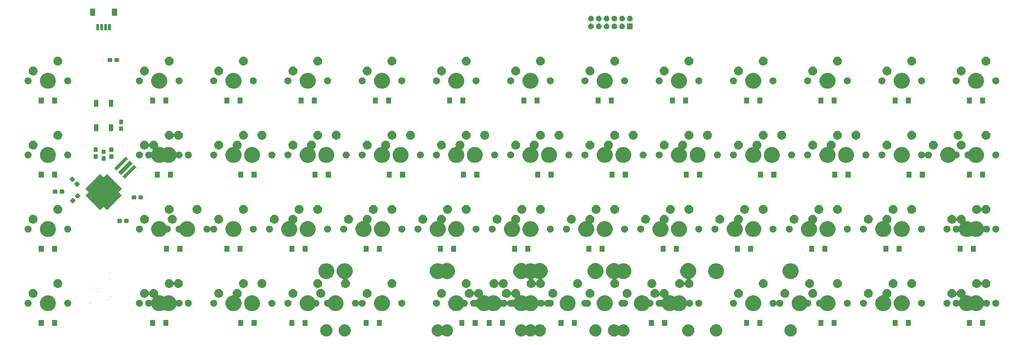
<source format=gbs>
G04 #@! TF.GenerationSoftware,KiCad,Pcbnew,(5.1.2)-1*
G04 #@! TF.CreationDate,2021-05-25T07:10:53-07:00*
G04 #@! TF.ProjectId,theboulevard,74686562-6f75-46c6-9576-6172642e6b69,rev?*
G04 #@! TF.SameCoordinates,Original*
G04 #@! TF.FileFunction,Soldermask,Bot*
G04 #@! TF.FilePolarity,Negative*
%FSLAX46Y46*%
G04 Gerber Fmt 4.6, Leading zero omitted, Abs format (unit mm)*
G04 Created by KiCad (PCBNEW (5.1.2)-1) date 2021-05-25 07:10:53*
%MOMM*%
%LPD*%
G04 APERTURE LIST*
%ADD10C,0.200000*%
%ADD11C,0.100000*%
G04 APERTURE END LIST*
D10*
X33582851Y-87090982D02*
X33582851Y-87090982D01*
X38419784Y-85451771D02*
X38419784Y-85451771D01*
X38414740Y-79392576D02*
X38414740Y-79392576D01*
X38418663Y-80767832D02*
X38418663Y-80767832D01*
X33886595Y-83328923D02*
X33886595Y-83328923D01*
X33890518Y-82836880D02*
X33890518Y-82836880D01*
X37929982Y-86250361D02*
X37929982Y-86250361D01*
X35425492Y-84180753D02*
X35425492Y-84180753D01*
X35120627Y-83412425D02*
X35120627Y-83412425D01*
X33112103Y-87083136D02*
X33112103Y-87083136D01*
D11*
G36*
X144140633Y-92654000D02*
G01*
X144369702Y-92699564D01*
X144656516Y-92818367D01*
X144914642Y-92990841D01*
X145013498Y-93089697D01*
X145032429Y-93105233D01*
X145054040Y-93116784D01*
X145077489Y-93123897D01*
X145101875Y-93126299D01*
X145126261Y-93123897D01*
X145149710Y-93116784D01*
X145171321Y-93105233D01*
X145190252Y-93089697D01*
X145274108Y-93005841D01*
X145532234Y-92833367D01*
X145819048Y-92714564D01*
X146047667Y-92669090D01*
X146123526Y-92654000D01*
X146433974Y-92654000D01*
X146509833Y-92669090D01*
X146738452Y-92714564D01*
X147025266Y-92833367D01*
X147283392Y-93005841D01*
X147373498Y-93095947D01*
X147392429Y-93111483D01*
X147414040Y-93123034D01*
X147437489Y-93130147D01*
X147461875Y-93132549D01*
X147486261Y-93130147D01*
X147509710Y-93123034D01*
X147531321Y-93111483D01*
X147550252Y-93095947D01*
X147655358Y-92990841D01*
X147913484Y-92818367D01*
X148200298Y-92699564D01*
X148429367Y-92654000D01*
X148504776Y-92639000D01*
X148815224Y-92639000D01*
X148890633Y-92654000D01*
X149119702Y-92699564D01*
X149406516Y-92818367D01*
X149664642Y-92990841D01*
X149884159Y-93210358D01*
X150056633Y-93468484D01*
X150175436Y-93755298D01*
X150220910Y-93983917D01*
X150236000Y-94059776D01*
X150236000Y-94370224D01*
X150233016Y-94385224D01*
X150175436Y-94674702D01*
X150056633Y-94961516D01*
X149884159Y-95219642D01*
X149664642Y-95439159D01*
X149406516Y-95611633D01*
X149119702Y-95730436D01*
X148891083Y-95775910D01*
X148815224Y-95791000D01*
X148504776Y-95791000D01*
X148428917Y-95775910D01*
X148200298Y-95730436D01*
X147913484Y-95611633D01*
X147655358Y-95439159D01*
X147565252Y-95349053D01*
X147546321Y-95333517D01*
X147524710Y-95321966D01*
X147501261Y-95314853D01*
X147476875Y-95312451D01*
X147452489Y-95314853D01*
X147429040Y-95321966D01*
X147407429Y-95333517D01*
X147388498Y-95349053D01*
X147283392Y-95454159D01*
X147025266Y-95626633D01*
X146738452Y-95745436D01*
X146509833Y-95790910D01*
X146433974Y-95806000D01*
X146123526Y-95806000D01*
X146047667Y-95790910D01*
X145819048Y-95745436D01*
X145532234Y-95626633D01*
X145274108Y-95454159D01*
X145175252Y-95355303D01*
X145156321Y-95339767D01*
X145134710Y-95328216D01*
X145111261Y-95321103D01*
X145086875Y-95318701D01*
X145062489Y-95321103D01*
X145039040Y-95328216D01*
X145017429Y-95339767D01*
X144998498Y-95355303D01*
X144914642Y-95439159D01*
X144656516Y-95611633D01*
X144369702Y-95730436D01*
X144141083Y-95775910D01*
X144065224Y-95791000D01*
X143754776Y-95791000D01*
X143678917Y-95775910D01*
X143450298Y-95730436D01*
X143163484Y-95611633D01*
X142905358Y-95439159D01*
X142685841Y-95219642D01*
X142513367Y-94961516D01*
X142394564Y-94674702D01*
X142336984Y-94385224D01*
X142334000Y-94370224D01*
X142334000Y-94059776D01*
X142349090Y-93983917D01*
X142394564Y-93755298D01*
X142513367Y-93468484D01*
X142685841Y-93210358D01*
X142905358Y-92990841D01*
X143163484Y-92818367D01*
X143450298Y-92699564D01*
X143679367Y-92654000D01*
X143754776Y-92639000D01*
X144065224Y-92639000D01*
X144140633Y-92654000D01*
X144140633Y-92654000D01*
G37*
G36*
X194134833Y-92669090D02*
G01*
X194363452Y-92714564D01*
X194650266Y-92833367D01*
X194908392Y-93005841D01*
X195127909Y-93225358D01*
X195300383Y-93483484D01*
X195419186Y-93770298D01*
X195464660Y-93998917D01*
X195476767Y-94059778D01*
X195479750Y-94074778D01*
X195479750Y-94385222D01*
X195419186Y-94689702D01*
X195300383Y-94976516D01*
X195127909Y-95234642D01*
X194908392Y-95454159D01*
X194650266Y-95626633D01*
X194363452Y-95745436D01*
X194134833Y-95790910D01*
X194058974Y-95806000D01*
X193748526Y-95806000D01*
X193672667Y-95790910D01*
X193444048Y-95745436D01*
X193157234Y-95626633D01*
X192899108Y-95454159D01*
X192679591Y-95234642D01*
X192507117Y-94976516D01*
X192388314Y-94689702D01*
X192327750Y-94385222D01*
X192327750Y-94074778D01*
X192330734Y-94059778D01*
X192342840Y-93998917D01*
X192388314Y-93770298D01*
X192507117Y-93483484D01*
X192679591Y-93225358D01*
X192899108Y-93005841D01*
X193157234Y-92833367D01*
X193444048Y-92714564D01*
X193672667Y-92669090D01*
X193748526Y-92654000D01*
X194058974Y-92654000D01*
X194134833Y-92669090D01*
X194134833Y-92669090D01*
G37*
G36*
X98840283Y-92669090D02*
G01*
X99068902Y-92714564D01*
X99355716Y-92833367D01*
X99613842Y-93005841D01*
X99833359Y-93225358D01*
X100005833Y-93483484D01*
X100124636Y-93770298D01*
X100170110Y-93998917D01*
X100182217Y-94059778D01*
X100185200Y-94074778D01*
X100185200Y-94385222D01*
X100124636Y-94689702D01*
X100005833Y-94976516D01*
X99833359Y-95234642D01*
X99613842Y-95454159D01*
X99355716Y-95626633D01*
X99068902Y-95745436D01*
X98840283Y-95790910D01*
X98764424Y-95806000D01*
X98453976Y-95806000D01*
X98378117Y-95790910D01*
X98149498Y-95745436D01*
X97862684Y-95626633D01*
X97604558Y-95454159D01*
X97385041Y-95234642D01*
X97212567Y-94976516D01*
X97093764Y-94689702D01*
X97033200Y-94385222D01*
X97033200Y-94074778D01*
X97036184Y-94059778D01*
X97048290Y-93998917D01*
X97093764Y-93770298D01*
X97212567Y-93483484D01*
X97385041Y-93225358D01*
X97604558Y-93005841D01*
X97862684Y-92833367D01*
X98149498Y-92714564D01*
X98378117Y-92669090D01*
X98453976Y-92654000D01*
X98764424Y-92654000D01*
X98840283Y-92669090D01*
X98840283Y-92669090D01*
G37*
G36*
X213241883Y-92669090D02*
G01*
X213470502Y-92714564D01*
X213757316Y-92833367D01*
X214015442Y-93005841D01*
X214234959Y-93225358D01*
X214407433Y-93483484D01*
X214526236Y-93770298D01*
X214571710Y-93998917D01*
X214583817Y-94059778D01*
X214586800Y-94074778D01*
X214586800Y-94385222D01*
X214526236Y-94689702D01*
X214407433Y-94976516D01*
X214234959Y-95234642D01*
X214015442Y-95454159D01*
X213757316Y-95626633D01*
X213470502Y-95745436D01*
X213241883Y-95790910D01*
X213166024Y-95806000D01*
X212855576Y-95806000D01*
X212779717Y-95790910D01*
X212551098Y-95745436D01*
X212264284Y-95626633D01*
X212006158Y-95454159D01*
X211786641Y-95234642D01*
X211614167Y-94976516D01*
X211495364Y-94689702D01*
X211434800Y-94385222D01*
X211434800Y-94074778D01*
X211437784Y-94059778D01*
X211449890Y-93998917D01*
X211495364Y-93770298D01*
X211614167Y-93483484D01*
X211786641Y-93225358D01*
X212006158Y-93005841D01*
X212264284Y-92833367D01*
X212551098Y-92714564D01*
X212779717Y-92669090D01*
X212855576Y-92654000D01*
X213166024Y-92654000D01*
X213241883Y-92669090D01*
X213241883Y-92669090D01*
G37*
G36*
X125090633Y-92654000D02*
G01*
X125319702Y-92699564D01*
X125606516Y-92818367D01*
X125864642Y-92990841D01*
X126084159Y-93210358D01*
X126256633Y-93468484D01*
X126375436Y-93755298D01*
X126420910Y-93983917D01*
X126436000Y-94059776D01*
X126436000Y-94370224D01*
X126433016Y-94385224D01*
X126375436Y-94674702D01*
X126256633Y-94961516D01*
X126084159Y-95219642D01*
X125864642Y-95439159D01*
X125606516Y-95611633D01*
X125319702Y-95730436D01*
X125091083Y-95775910D01*
X125015224Y-95791000D01*
X124704776Y-95791000D01*
X124628917Y-95775910D01*
X124400298Y-95730436D01*
X124113484Y-95611633D01*
X123855358Y-95439159D01*
X123765252Y-95349053D01*
X123746321Y-95333517D01*
X123724710Y-95321966D01*
X123701261Y-95314853D01*
X123676875Y-95312451D01*
X123652489Y-95314853D01*
X123629040Y-95321966D01*
X123607429Y-95333517D01*
X123588498Y-95349053D01*
X123483392Y-95454159D01*
X123225266Y-95626633D01*
X122938452Y-95745436D01*
X122709833Y-95790910D01*
X122633974Y-95806000D01*
X122323526Y-95806000D01*
X122247667Y-95790910D01*
X122019048Y-95745436D01*
X121732234Y-95626633D01*
X121474108Y-95454159D01*
X121254591Y-95234642D01*
X121082117Y-94976516D01*
X120963314Y-94689702D01*
X120902750Y-94385222D01*
X120902750Y-94074778D01*
X120905734Y-94059778D01*
X120917840Y-93998917D01*
X120963314Y-93770298D01*
X121082117Y-93483484D01*
X121254591Y-93225358D01*
X121474108Y-93005841D01*
X121732234Y-92833367D01*
X122019048Y-92714564D01*
X122247667Y-92669090D01*
X122323526Y-92654000D01*
X122633974Y-92654000D01*
X122709833Y-92669090D01*
X122938452Y-92714564D01*
X123225266Y-92833367D01*
X123483392Y-93005841D01*
X123573498Y-93095947D01*
X123592429Y-93111483D01*
X123614040Y-93123034D01*
X123637489Y-93130147D01*
X123661875Y-93132549D01*
X123686261Y-93130147D01*
X123709710Y-93123034D01*
X123731321Y-93111483D01*
X123750252Y-93095947D01*
X123855358Y-92990841D01*
X124113484Y-92818367D01*
X124400298Y-92699564D01*
X124629367Y-92654000D01*
X124704776Y-92639000D01*
X125015224Y-92639000D01*
X125090633Y-92654000D01*
X125090633Y-92654000D01*
G37*
G36*
X94134833Y-92669090D02*
G01*
X94363452Y-92714564D01*
X94650266Y-92833367D01*
X94908392Y-93005841D01*
X95127909Y-93225358D01*
X95300383Y-93483484D01*
X95419186Y-93770298D01*
X95464660Y-93998917D01*
X95476767Y-94059778D01*
X95479750Y-94074778D01*
X95479750Y-94385222D01*
X95419186Y-94689702D01*
X95300383Y-94976516D01*
X95127909Y-95234642D01*
X94908392Y-95454159D01*
X94650266Y-95626633D01*
X94363452Y-95745436D01*
X94134833Y-95790910D01*
X94058974Y-95806000D01*
X93748526Y-95806000D01*
X93672667Y-95790910D01*
X93444048Y-95745436D01*
X93157234Y-95626633D01*
X92899108Y-95454159D01*
X92679591Y-95234642D01*
X92507117Y-94976516D01*
X92388314Y-94689702D01*
X92327750Y-94385222D01*
X92327750Y-94074778D01*
X92330734Y-94059778D01*
X92342840Y-93998917D01*
X92388314Y-93770298D01*
X92507117Y-93483484D01*
X92679591Y-93225358D01*
X92899108Y-93005841D01*
X93157234Y-92833367D01*
X93444048Y-92714564D01*
X93672667Y-92669090D01*
X93748526Y-92654000D01*
X94058974Y-92654000D01*
X94134833Y-92669090D01*
X94134833Y-92669090D01*
G37*
G36*
X167940633Y-92654000D02*
G01*
X168169702Y-92699564D01*
X168456516Y-92818367D01*
X168714642Y-92990841D01*
X168825998Y-93102197D01*
X168844929Y-93117733D01*
X168866540Y-93129284D01*
X168889989Y-93136397D01*
X168914375Y-93138799D01*
X168938761Y-93136397D01*
X168962210Y-93129284D01*
X168983821Y-93117733D01*
X169002752Y-93102197D01*
X169099108Y-93005841D01*
X169357234Y-92833367D01*
X169644048Y-92714564D01*
X169872667Y-92669090D01*
X169948526Y-92654000D01*
X170258974Y-92654000D01*
X170334833Y-92669090D01*
X170563452Y-92714564D01*
X170850266Y-92833367D01*
X171108392Y-93005841D01*
X171327909Y-93225358D01*
X171500383Y-93483484D01*
X171619186Y-93770298D01*
X171664660Y-93998917D01*
X171676767Y-94059778D01*
X171679750Y-94074778D01*
X171679750Y-94385222D01*
X171619186Y-94689702D01*
X171500383Y-94976516D01*
X171327909Y-95234642D01*
X171108392Y-95454159D01*
X170850266Y-95626633D01*
X170563452Y-95745436D01*
X170334833Y-95790910D01*
X170258974Y-95806000D01*
X169948526Y-95806000D01*
X169872667Y-95790910D01*
X169644048Y-95745436D01*
X169357234Y-95626633D01*
X169099108Y-95454159D01*
X168987752Y-95342803D01*
X168968821Y-95327267D01*
X168947210Y-95315716D01*
X168923761Y-95308603D01*
X168899375Y-95306201D01*
X168874989Y-95308603D01*
X168851540Y-95315716D01*
X168829929Y-95327267D01*
X168810998Y-95342803D01*
X168714642Y-95439159D01*
X168456516Y-95611633D01*
X168169702Y-95730436D01*
X167941083Y-95775910D01*
X167865224Y-95791000D01*
X167554776Y-95791000D01*
X167478917Y-95775910D01*
X167250298Y-95730436D01*
X166963484Y-95611633D01*
X166705358Y-95439159D01*
X166485841Y-95219642D01*
X166313367Y-94961516D01*
X166194564Y-94674702D01*
X166136984Y-94385224D01*
X166134000Y-94370224D01*
X166134000Y-94059776D01*
X166149090Y-93983917D01*
X166194564Y-93755298D01*
X166313367Y-93468484D01*
X166485841Y-93210358D01*
X166705358Y-92990841D01*
X166963484Y-92818367D01*
X167250298Y-92699564D01*
X167479367Y-92654000D01*
X167554776Y-92639000D01*
X167865224Y-92639000D01*
X167940633Y-92654000D01*
X167940633Y-92654000D01*
G37*
G36*
X186990633Y-92654000D02*
G01*
X187219702Y-92699564D01*
X187506516Y-92818367D01*
X187764642Y-92990841D01*
X187984159Y-93210358D01*
X188156633Y-93468484D01*
X188275436Y-93755298D01*
X188320910Y-93983917D01*
X188336000Y-94059776D01*
X188336000Y-94370224D01*
X188333016Y-94385224D01*
X188275436Y-94674702D01*
X188156633Y-94961516D01*
X187984159Y-95219642D01*
X187764642Y-95439159D01*
X187506516Y-95611633D01*
X187219702Y-95730436D01*
X186991083Y-95775910D01*
X186915224Y-95791000D01*
X186604776Y-95791000D01*
X186528917Y-95775910D01*
X186300298Y-95730436D01*
X186013484Y-95611633D01*
X185755358Y-95439159D01*
X185535841Y-95219642D01*
X185363367Y-94961516D01*
X185244564Y-94674702D01*
X185186984Y-94385224D01*
X185184000Y-94370224D01*
X185184000Y-94059776D01*
X185199090Y-93983917D01*
X185244564Y-93755298D01*
X185363367Y-93468484D01*
X185535841Y-93210358D01*
X185755358Y-92990841D01*
X186013484Y-92818367D01*
X186300298Y-92699564D01*
X186529367Y-92654000D01*
X186604776Y-92639000D01*
X186915224Y-92639000D01*
X186990633Y-92654000D01*
X186990633Y-92654000D01*
G37*
G36*
X163190633Y-92654000D02*
G01*
X163419702Y-92699564D01*
X163706516Y-92818367D01*
X163964642Y-92990841D01*
X164184159Y-93210358D01*
X164356633Y-93468484D01*
X164475436Y-93755298D01*
X164520910Y-93983917D01*
X164536000Y-94059776D01*
X164536000Y-94370224D01*
X164533016Y-94385224D01*
X164475436Y-94674702D01*
X164356633Y-94961516D01*
X164184159Y-95219642D01*
X163964642Y-95439159D01*
X163706516Y-95611633D01*
X163419702Y-95730436D01*
X163191083Y-95775910D01*
X163115224Y-95791000D01*
X162804776Y-95791000D01*
X162728917Y-95775910D01*
X162500298Y-95730436D01*
X162213484Y-95611633D01*
X161955358Y-95439159D01*
X161735841Y-95219642D01*
X161563367Y-94961516D01*
X161444564Y-94674702D01*
X161386984Y-94385224D01*
X161384000Y-94370224D01*
X161384000Y-94059776D01*
X161399090Y-93983917D01*
X161444564Y-93755298D01*
X161563367Y-93468484D01*
X161735841Y-93210358D01*
X161955358Y-92990841D01*
X162213484Y-92818367D01*
X162500298Y-92699564D01*
X162729367Y-92654000D01*
X162804776Y-92639000D01*
X163115224Y-92639000D01*
X163190633Y-92654000D01*
X163190633Y-92654000D01*
G37*
G36*
X85704750Y-93061000D02*
G01*
X84402750Y-93061000D01*
X84402750Y-91559000D01*
X85704750Y-91559000D01*
X85704750Y-93061000D01*
X85704750Y-93061000D01*
G37*
G36*
X104754750Y-93061000D02*
G01*
X103452750Y-93061000D01*
X103452750Y-91559000D01*
X104754750Y-91559000D01*
X104754750Y-93061000D01*
X104754750Y-93061000D01*
G37*
G36*
X224836000Y-93061000D02*
G01*
X223534000Y-93061000D01*
X223534000Y-91559000D01*
X224836000Y-91559000D01*
X224836000Y-93061000D01*
X224836000Y-93061000D01*
G37*
G36*
X129329750Y-93061000D02*
G01*
X128027750Y-93061000D01*
X128027750Y-91559000D01*
X129329750Y-91559000D01*
X129329750Y-93061000D01*
X129329750Y-93061000D01*
G37*
G36*
X139729750Y-93061000D02*
G01*
X138427750Y-93061000D01*
X138427750Y-91559000D01*
X139729750Y-91559000D01*
X139729750Y-93061000D01*
X139729750Y-93061000D01*
G37*
G36*
X136329750Y-93061000D02*
G01*
X135027750Y-93061000D01*
X135027750Y-91559000D01*
X136329750Y-91559000D01*
X136329750Y-93061000D01*
X136329750Y-93061000D01*
G37*
G36*
X158161000Y-93061000D02*
G01*
X156859000Y-93061000D01*
X156859000Y-91559000D01*
X158161000Y-91559000D01*
X158161000Y-93061000D01*
X158161000Y-93061000D01*
G37*
G36*
X154761000Y-93061000D02*
G01*
X153459000Y-93061000D01*
X153459000Y-91559000D01*
X154761000Y-91559000D01*
X154761000Y-93061000D01*
X154761000Y-93061000D01*
G37*
G36*
X181354750Y-93061000D02*
G01*
X180052750Y-93061000D01*
X180052750Y-91559000D01*
X181354750Y-91559000D01*
X181354750Y-93061000D01*
X181354750Y-93061000D01*
G37*
G36*
X177954750Y-93061000D02*
G01*
X176652750Y-93061000D01*
X176652750Y-91559000D01*
X177954750Y-91559000D01*
X177954750Y-93061000D01*
X177954750Y-93061000D01*
G37*
G36*
X205786000Y-93061000D02*
G01*
X204484000Y-93061000D01*
X204484000Y-91559000D01*
X205786000Y-91559000D01*
X205786000Y-93061000D01*
X205786000Y-93061000D01*
G37*
G36*
X202386000Y-93061000D02*
G01*
X201084000Y-93061000D01*
X201084000Y-91559000D01*
X202386000Y-91559000D01*
X202386000Y-93061000D01*
X202386000Y-93061000D01*
G37*
G36*
X108154750Y-93061000D02*
G01*
X106852750Y-93061000D01*
X106852750Y-91559000D01*
X108154750Y-91559000D01*
X108154750Y-93061000D01*
X108154750Y-93061000D01*
G37*
G36*
X72607875Y-93061000D02*
G01*
X71305875Y-93061000D01*
X71305875Y-91559000D01*
X72607875Y-91559000D01*
X72607875Y-93061000D01*
X72607875Y-93061000D01*
G37*
G36*
X76007875Y-93061000D02*
G01*
X74705875Y-93061000D01*
X74705875Y-91559000D01*
X76007875Y-91559000D01*
X76007875Y-93061000D01*
X76007875Y-93061000D01*
G37*
G36*
X49986000Y-93061000D02*
G01*
X48684000Y-93061000D01*
X48684000Y-91559000D01*
X49986000Y-91559000D01*
X49986000Y-93061000D01*
X49986000Y-93061000D01*
G37*
G36*
X53386000Y-93061000D02*
G01*
X52084000Y-93061000D01*
X52084000Y-91559000D01*
X53386000Y-91559000D01*
X53386000Y-93061000D01*
X53386000Y-93061000D01*
G37*
G36*
X21411000Y-93061000D02*
G01*
X20109000Y-93061000D01*
X20109000Y-91559000D01*
X21411000Y-91559000D01*
X21411000Y-93061000D01*
X21411000Y-93061000D01*
G37*
G36*
X132729750Y-93061000D02*
G01*
X131427750Y-93061000D01*
X131427750Y-91559000D01*
X132729750Y-91559000D01*
X132729750Y-93061000D01*
X132729750Y-93061000D01*
G37*
G36*
X221436000Y-93061000D02*
G01*
X220134000Y-93061000D01*
X220134000Y-91559000D01*
X221436000Y-91559000D01*
X221436000Y-93061000D01*
X221436000Y-93061000D01*
G37*
G36*
X243886000Y-93061000D02*
G01*
X242584000Y-93061000D01*
X242584000Y-91559000D01*
X243886000Y-91559000D01*
X243886000Y-93061000D01*
X243886000Y-93061000D01*
G37*
G36*
X240486000Y-93061000D02*
G01*
X239184000Y-93061000D01*
X239184000Y-91559000D01*
X240486000Y-91559000D01*
X240486000Y-93061000D01*
X240486000Y-93061000D01*
G37*
G36*
X262936000Y-93061000D02*
G01*
X261634000Y-93061000D01*
X261634000Y-91559000D01*
X262936000Y-91559000D01*
X262936000Y-93061000D01*
X262936000Y-93061000D01*
G37*
G36*
X259536000Y-93061000D02*
G01*
X258234000Y-93061000D01*
X258234000Y-91559000D01*
X259536000Y-91559000D01*
X259536000Y-93061000D01*
X259536000Y-93061000D01*
G37*
G36*
X24811000Y-93061000D02*
G01*
X23509000Y-93061000D01*
X23509000Y-91559000D01*
X24811000Y-91559000D01*
X24811000Y-93061000D01*
X24811000Y-93061000D01*
G37*
G36*
X89104750Y-93061000D02*
G01*
X87802750Y-93061000D01*
X87802750Y-91559000D01*
X89104750Y-91559000D01*
X89104750Y-93061000D01*
X89104750Y-93061000D01*
G37*
G36*
X254618299Y-83561116D02*
G01*
X254729484Y-83583232D01*
X254938953Y-83669997D01*
X255127470Y-83795960D01*
X255287790Y-83956280D01*
X255413753Y-84144797D01*
X255413754Y-84144799D01*
X255468891Y-84277912D01*
X255480442Y-84299523D01*
X255495987Y-84318464D01*
X255514929Y-84334010D01*
X255536540Y-84345561D01*
X255559989Y-84352674D01*
X255584375Y-84355076D01*
X255608761Y-84352674D01*
X255632210Y-84345561D01*
X255653821Y-84334010D01*
X255672762Y-84318465D01*
X255688308Y-84299523D01*
X255699859Y-84277912D01*
X255754996Y-84144799D01*
X255754997Y-84144797D01*
X255880960Y-83956280D01*
X256041280Y-83795960D01*
X256229797Y-83669997D01*
X256439266Y-83583232D01*
X256550451Y-83561116D01*
X256661635Y-83539000D01*
X256888365Y-83539000D01*
X256999549Y-83561116D01*
X257110734Y-83583232D01*
X257320203Y-83669997D01*
X257508720Y-83795960D01*
X257669040Y-83956280D01*
X257795003Y-84144797D01*
X257881109Y-84352674D01*
X257881768Y-84354267D01*
X257926000Y-84576635D01*
X257926000Y-84803365D01*
X257880996Y-85029615D01*
X257878594Y-85054001D01*
X257880996Y-85078387D01*
X257888109Y-85101836D01*
X257899660Y-85123447D01*
X257915205Y-85142389D01*
X257934147Y-85157934D01*
X257955758Y-85169485D01*
X257979207Y-85176598D01*
X258003593Y-85179000D01*
X258405757Y-85179000D01*
X258802004Y-85257818D01*
X259175261Y-85412426D01*
X259175263Y-85412427D01*
X259192164Y-85423720D01*
X259324929Y-85512431D01*
X259346540Y-85523982D01*
X259369989Y-85531095D01*
X259394375Y-85533497D01*
X259418761Y-85531095D01*
X259442210Y-85523982D01*
X259463821Y-85512431D01*
X259596586Y-85423720D01*
X259613487Y-85412427D01*
X259613489Y-85412426D01*
X259986746Y-85257818D01*
X260382993Y-85179000D01*
X260787007Y-85179000D01*
X261183254Y-85257818D01*
X261556511Y-85412426D01*
X261556513Y-85412427D01*
X261813351Y-85584041D01*
X261892436Y-85636884D01*
X262178116Y-85922564D01*
X262402574Y-86258489D01*
X262500417Y-86494703D01*
X262511968Y-86516314D01*
X262527513Y-86535256D01*
X262546455Y-86550801D01*
X262568066Y-86562352D01*
X262591515Y-86569465D01*
X262615901Y-86571867D01*
X262640287Y-86569465D01*
X262663736Y-86562352D01*
X262685347Y-86550801D01*
X262704278Y-86535265D01*
X262709396Y-86530147D01*
X262856966Y-86431544D01*
X263020938Y-86363624D01*
X263177156Y-86332551D01*
X263195008Y-86329000D01*
X263372492Y-86329000D01*
X263390344Y-86332551D01*
X263546562Y-86363624D01*
X263710534Y-86431544D01*
X263858104Y-86530147D01*
X263983603Y-86655646D01*
X264082206Y-86803216D01*
X264150126Y-86967188D01*
X264184750Y-87141259D01*
X264184750Y-87318741D01*
X264150126Y-87492812D01*
X264082206Y-87656784D01*
X263983603Y-87804354D01*
X263858104Y-87929853D01*
X263710534Y-88028456D01*
X263546562Y-88096376D01*
X263397262Y-88126073D01*
X263372492Y-88131000D01*
X263195008Y-88131000D01*
X263170238Y-88126073D01*
X263020938Y-88096376D01*
X262856966Y-88028456D01*
X262709396Y-87929853D01*
X262704278Y-87924735D01*
X262685347Y-87909199D01*
X262663736Y-87897648D01*
X262640287Y-87890535D01*
X262615901Y-87888133D01*
X262591515Y-87890535D01*
X262568066Y-87897648D01*
X262546455Y-87909199D01*
X262527513Y-87924744D01*
X262511968Y-87943686D01*
X262500417Y-87965297D01*
X262430305Y-88134563D01*
X262402573Y-88201513D01*
X262178116Y-88537436D01*
X261892436Y-88823116D01*
X261556513Y-89047573D01*
X261556512Y-89047574D01*
X261556511Y-89047574D01*
X261183254Y-89202182D01*
X260787007Y-89281000D01*
X260382993Y-89281000D01*
X259986746Y-89202182D01*
X259613489Y-89047574D01*
X259613488Y-89047574D01*
X259613487Y-89047573D01*
X259463820Y-88947568D01*
X259442210Y-88936018D01*
X259418761Y-88928905D01*
X259394375Y-88926503D01*
X259369989Y-88928905D01*
X259346540Y-88936018D01*
X259324930Y-88947568D01*
X259175263Y-89047573D01*
X259175262Y-89047574D01*
X259175261Y-89047574D01*
X258802004Y-89202182D01*
X258405757Y-89281000D01*
X258001743Y-89281000D01*
X257605496Y-89202182D01*
X257232239Y-89047574D01*
X257232238Y-89047574D01*
X257232237Y-89047573D01*
X256896314Y-88823116D01*
X256610634Y-88537436D01*
X256386177Y-88201513D01*
X256358445Y-88134563D01*
X256288333Y-87965297D01*
X256276782Y-87943686D01*
X256261237Y-87924744D01*
X256242295Y-87909199D01*
X256220684Y-87897648D01*
X256197235Y-87890535D01*
X256172849Y-87888133D01*
X256148463Y-87890535D01*
X256125014Y-87897648D01*
X256103403Y-87909199D01*
X256084472Y-87924735D01*
X256079354Y-87929853D01*
X255931784Y-88028456D01*
X255767812Y-88096376D01*
X255618512Y-88126073D01*
X255593742Y-88131000D01*
X255416258Y-88131000D01*
X255391488Y-88126073D01*
X255242188Y-88096376D01*
X255078216Y-88028456D01*
X254930646Y-87929853D01*
X254805147Y-87804354D01*
X254706544Y-87656784D01*
X254638624Y-87492812D01*
X254604000Y-87318741D01*
X254604000Y-87141259D01*
X254638624Y-86967188D01*
X254706544Y-86803216D01*
X254805147Y-86655646D01*
X254930646Y-86530147D01*
X255078216Y-86431544D01*
X255242188Y-86363624D01*
X255398406Y-86332551D01*
X255416258Y-86329000D01*
X255593742Y-86329000D01*
X255611594Y-86332551D01*
X255767812Y-86363624D01*
X255931784Y-86431544D01*
X256079354Y-86530147D01*
X256084472Y-86535265D01*
X256103403Y-86550801D01*
X256125014Y-86562352D01*
X256148463Y-86569465D01*
X256172849Y-86571867D01*
X256197235Y-86569465D01*
X256220684Y-86562352D01*
X256242295Y-86550801D01*
X256261237Y-86535256D01*
X256276782Y-86516314D01*
X256288333Y-86494703D01*
X256386176Y-86258489D01*
X256560790Y-85997161D01*
X256572341Y-85975550D01*
X256579454Y-85952101D01*
X256581856Y-85927715D01*
X256579454Y-85903329D01*
X256572341Y-85879880D01*
X256560790Y-85858269D01*
X256545245Y-85839327D01*
X256526303Y-85823782D01*
X256504692Y-85812231D01*
X256481244Y-85805118D01*
X256439266Y-85796768D01*
X256229799Y-85710004D01*
X256229798Y-85710004D01*
X256229797Y-85710003D01*
X256041280Y-85584040D01*
X255880960Y-85423720D01*
X255754997Y-85235203D01*
X255699859Y-85102087D01*
X255688308Y-85080477D01*
X255672763Y-85061536D01*
X255653821Y-85045990D01*
X255632210Y-85034439D01*
X255608761Y-85027326D01*
X255584375Y-85024924D01*
X255559989Y-85027326D01*
X255536540Y-85034439D01*
X255514929Y-85045990D01*
X255495988Y-85061535D01*
X255480442Y-85080477D01*
X255468891Y-85102087D01*
X255413753Y-85235203D01*
X255287790Y-85423720D01*
X255127470Y-85584040D01*
X254938953Y-85710003D01*
X254729484Y-85796768D01*
X254651746Y-85812231D01*
X254507115Y-85841000D01*
X254280385Y-85841000D01*
X254135754Y-85812231D01*
X254058016Y-85796768D01*
X253848547Y-85710003D01*
X253660030Y-85584040D01*
X253499710Y-85423720D01*
X253373747Y-85235203D01*
X253286982Y-85025734D01*
X253242750Y-84803364D01*
X253242750Y-84576636D01*
X253286982Y-84354266D01*
X253373747Y-84144797D01*
X253499710Y-83956280D01*
X253660030Y-83795960D01*
X253848547Y-83669997D01*
X254058016Y-83583232D01*
X254169201Y-83561116D01*
X254280385Y-83539000D01*
X254507115Y-83539000D01*
X254618299Y-83561116D01*
X254618299Y-83561116D01*
G37*
G36*
X130793299Y-83561116D02*
G01*
X130904484Y-83583232D01*
X131113953Y-83669997D01*
X131302470Y-83795960D01*
X131462790Y-83956280D01*
X131588753Y-84144797D01*
X131588754Y-84144799D01*
X131643891Y-84277912D01*
X131655442Y-84299523D01*
X131670987Y-84318464D01*
X131689929Y-84334010D01*
X131711540Y-84345561D01*
X131734989Y-84352674D01*
X131759375Y-84355076D01*
X131783761Y-84352674D01*
X131807210Y-84345561D01*
X131828821Y-84334010D01*
X131847762Y-84318465D01*
X131863308Y-84299523D01*
X131874859Y-84277912D01*
X131929996Y-84144799D01*
X131929997Y-84144797D01*
X132055960Y-83956280D01*
X132216280Y-83795960D01*
X132404797Y-83669997D01*
X132614266Y-83583232D01*
X132725451Y-83561116D01*
X132836635Y-83539000D01*
X133063365Y-83539000D01*
X133174549Y-83561116D01*
X133285734Y-83583232D01*
X133495203Y-83669997D01*
X133683720Y-83795960D01*
X133844040Y-83956280D01*
X133970003Y-84144797D01*
X134056109Y-84352674D01*
X134056768Y-84354267D01*
X134101000Y-84576635D01*
X134101000Y-84803365D01*
X134055996Y-85029615D01*
X134053594Y-85054001D01*
X134055996Y-85078387D01*
X134063109Y-85101836D01*
X134074660Y-85123447D01*
X134090205Y-85142389D01*
X134109147Y-85157934D01*
X134130758Y-85169485D01*
X134154207Y-85176598D01*
X134178593Y-85179000D01*
X134580757Y-85179000D01*
X134977004Y-85257818D01*
X135350261Y-85412426D01*
X135350263Y-85412427D01*
X135367164Y-85423720D01*
X135499929Y-85512431D01*
X135521540Y-85523982D01*
X135544989Y-85531095D01*
X135569375Y-85533497D01*
X135593761Y-85531095D01*
X135617210Y-85523982D01*
X135638821Y-85512431D01*
X135771586Y-85423720D01*
X135788487Y-85412427D01*
X135788489Y-85412426D01*
X136161746Y-85257818D01*
X136557993Y-85179000D01*
X136962007Y-85179000D01*
X137358254Y-85257818D01*
X137731511Y-85412426D01*
X137731513Y-85412427D01*
X137988351Y-85584041D01*
X138067436Y-85636884D01*
X138353116Y-85922564D01*
X138577992Y-86259114D01*
X138588834Y-86279399D01*
X138604379Y-86298341D01*
X138623321Y-86313886D01*
X138644932Y-86325437D01*
X138668380Y-86332551D01*
X138692767Y-86334953D01*
X138717151Y-86332552D01*
X138735009Y-86329000D01*
X138912492Y-86329000D01*
X138930344Y-86332551D01*
X139086562Y-86363624D01*
X139093430Y-86366469D01*
X139116863Y-86373577D01*
X139141249Y-86375979D01*
X139165635Y-86373577D01*
X139189070Y-86366469D01*
X139195938Y-86363624D01*
X139352156Y-86332551D01*
X139370008Y-86329000D01*
X139547492Y-86329000D01*
X139565344Y-86332551D01*
X139721562Y-86363624D01*
X139885534Y-86431544D01*
X140033104Y-86530147D01*
X140158603Y-86655646D01*
X140227948Y-86759429D01*
X140243488Y-86778363D01*
X140262429Y-86793908D01*
X140284040Y-86805459D01*
X140307489Y-86812572D01*
X140331875Y-86814974D01*
X140356261Y-86812572D01*
X140379710Y-86805459D01*
X140401321Y-86793908D01*
X140420263Y-86778362D01*
X140435802Y-86759429D01*
X140505147Y-86655646D01*
X140630646Y-86530147D01*
X140778216Y-86431544D01*
X140942188Y-86363624D01*
X141098406Y-86332551D01*
X141116258Y-86329000D01*
X141293742Y-86329000D01*
X141311594Y-86332551D01*
X141467812Y-86363624D01*
X141474680Y-86366469D01*
X141498113Y-86373577D01*
X141522499Y-86375979D01*
X141546885Y-86373577D01*
X141570320Y-86366469D01*
X141577188Y-86363624D01*
X141733406Y-86332551D01*
X141751258Y-86329000D01*
X141928741Y-86329000D01*
X141946599Y-86332552D01*
X141970984Y-86334953D01*
X141995370Y-86332551D01*
X142018819Y-86325437D01*
X142040429Y-86313886D01*
X142059371Y-86298340D01*
X142074916Y-86279398D01*
X142085758Y-86259114D01*
X142260790Y-85997161D01*
X142272341Y-85975550D01*
X142279454Y-85952101D01*
X142281856Y-85927715D01*
X142279454Y-85903329D01*
X142272341Y-85879880D01*
X142260790Y-85858269D01*
X142245245Y-85839327D01*
X142226303Y-85823782D01*
X142204692Y-85812231D01*
X142181244Y-85805118D01*
X142139266Y-85796768D01*
X141929799Y-85710004D01*
X141929798Y-85710004D01*
X141929797Y-85710003D01*
X141741280Y-85584040D01*
X141580960Y-85423720D01*
X141454997Y-85235203D01*
X141399859Y-85102087D01*
X141388308Y-85080477D01*
X141372763Y-85061536D01*
X141353821Y-85045990D01*
X141332210Y-85034439D01*
X141308761Y-85027326D01*
X141284375Y-85024924D01*
X141259989Y-85027326D01*
X141236540Y-85034439D01*
X141214929Y-85045990D01*
X141195988Y-85061535D01*
X141180442Y-85080477D01*
X141168891Y-85102087D01*
X141113753Y-85235203D01*
X140987790Y-85423720D01*
X140827470Y-85584040D01*
X140638953Y-85710003D01*
X140429484Y-85796768D01*
X140351746Y-85812231D01*
X140207115Y-85841000D01*
X139980385Y-85841000D01*
X139835754Y-85812231D01*
X139758016Y-85796768D01*
X139548547Y-85710003D01*
X139360030Y-85584040D01*
X139199710Y-85423720D01*
X139073747Y-85235203D01*
X138986982Y-85025734D01*
X138942750Y-84803364D01*
X138942750Y-84576636D01*
X138986982Y-84354266D01*
X139073747Y-84144797D01*
X139199710Y-83956280D01*
X139360030Y-83795960D01*
X139548547Y-83669997D01*
X139758016Y-83583232D01*
X139869201Y-83561116D01*
X139980385Y-83539000D01*
X140207115Y-83539000D01*
X140318299Y-83561116D01*
X140429484Y-83583232D01*
X140638953Y-83669997D01*
X140827470Y-83795960D01*
X140987790Y-83956280D01*
X141113753Y-84144797D01*
X141113754Y-84144799D01*
X141168891Y-84277912D01*
X141180442Y-84299523D01*
X141195987Y-84318464D01*
X141214929Y-84334010D01*
X141236540Y-84345561D01*
X141259989Y-84352674D01*
X141284375Y-84355076D01*
X141308761Y-84352674D01*
X141332210Y-84345561D01*
X141353821Y-84334010D01*
X141372762Y-84318465D01*
X141388308Y-84299523D01*
X141399859Y-84277912D01*
X141454996Y-84144799D01*
X141454997Y-84144797D01*
X141580960Y-83956280D01*
X141741280Y-83795960D01*
X141929797Y-83669997D01*
X142139266Y-83583232D01*
X142250451Y-83561116D01*
X142361635Y-83539000D01*
X142588365Y-83539000D01*
X142699549Y-83561116D01*
X142810734Y-83583232D01*
X143020203Y-83669997D01*
X143208720Y-83795960D01*
X143369040Y-83956280D01*
X143495003Y-84144797D01*
X143581109Y-84352674D01*
X143581768Y-84354267D01*
X143626000Y-84576635D01*
X143626000Y-84803365D01*
X143580996Y-85029615D01*
X143578594Y-85054001D01*
X143580996Y-85078387D01*
X143588109Y-85101836D01*
X143599660Y-85123447D01*
X143615205Y-85142389D01*
X143634147Y-85157934D01*
X143655758Y-85169485D01*
X143679207Y-85176598D01*
X143703593Y-85179000D01*
X144105757Y-85179000D01*
X144502004Y-85257818D01*
X144875261Y-85412426D01*
X144875263Y-85412427D01*
X144892164Y-85423720D01*
X145024929Y-85512431D01*
X145046540Y-85523982D01*
X145069989Y-85531095D01*
X145094375Y-85533497D01*
X145118761Y-85531095D01*
X145142210Y-85523982D01*
X145163821Y-85512431D01*
X145296586Y-85423720D01*
X145313487Y-85412427D01*
X145313489Y-85412426D01*
X145686746Y-85257818D01*
X146082993Y-85179000D01*
X146487007Y-85179000D01*
X146883254Y-85257818D01*
X147256511Y-85412426D01*
X147256513Y-85412427D01*
X147513351Y-85584041D01*
X147592436Y-85636884D01*
X147878116Y-85922564D01*
X148102574Y-86258489D01*
X148200417Y-86494703D01*
X148211968Y-86516314D01*
X148227513Y-86535256D01*
X148246455Y-86550801D01*
X148268066Y-86562352D01*
X148291515Y-86569465D01*
X148315901Y-86571867D01*
X148340287Y-86569465D01*
X148363736Y-86562352D01*
X148385347Y-86550801D01*
X148404278Y-86535265D01*
X148409396Y-86530147D01*
X148556966Y-86431544D01*
X148720938Y-86363624D01*
X148877156Y-86332551D01*
X148895008Y-86329000D01*
X149072492Y-86329000D01*
X149090344Y-86332551D01*
X149246562Y-86363624D01*
X149410534Y-86431544D01*
X149558104Y-86530147D01*
X149683603Y-86655646D01*
X149752948Y-86759429D01*
X149768488Y-86778363D01*
X149787429Y-86793908D01*
X149809040Y-86805459D01*
X149832489Y-86812572D01*
X149856875Y-86814974D01*
X149881261Y-86812572D01*
X149904710Y-86805459D01*
X149926321Y-86793908D01*
X149945263Y-86778362D01*
X149960802Y-86759429D01*
X150030147Y-86655646D01*
X150155646Y-86530147D01*
X150303216Y-86431544D01*
X150467188Y-86363624D01*
X150623406Y-86332551D01*
X150641258Y-86329000D01*
X150818742Y-86329000D01*
X150836594Y-86332551D01*
X150992812Y-86363624D01*
X150999680Y-86366469D01*
X151023113Y-86373577D01*
X151047499Y-86375979D01*
X151071885Y-86373577D01*
X151095320Y-86366469D01*
X151102188Y-86363624D01*
X151258406Y-86332551D01*
X151276258Y-86329000D01*
X151453742Y-86329000D01*
X151471594Y-86332551D01*
X151627812Y-86363624D01*
X151791784Y-86431544D01*
X151939354Y-86530147D01*
X152064853Y-86655646D01*
X152163456Y-86803216D01*
X152231376Y-86967188D01*
X152266000Y-87141259D01*
X152266000Y-87318741D01*
X152231376Y-87492812D01*
X152163456Y-87656784D01*
X152064853Y-87804354D01*
X151939354Y-87929853D01*
X151791784Y-88028456D01*
X151627812Y-88096376D01*
X151478512Y-88126073D01*
X151453742Y-88131000D01*
X151276258Y-88131000D01*
X151256976Y-88127164D01*
X151102188Y-88096376D01*
X151095320Y-88093531D01*
X151071887Y-88086423D01*
X151047501Y-88084021D01*
X151023115Y-88086423D01*
X150999680Y-88093531D01*
X150992812Y-88096376D01*
X150838024Y-88127164D01*
X150818742Y-88131000D01*
X150641258Y-88131000D01*
X150616488Y-88126073D01*
X150467188Y-88096376D01*
X150303216Y-88028456D01*
X150155646Y-87929853D01*
X150030147Y-87804354D01*
X149960802Y-87700571D01*
X149945262Y-87681637D01*
X149926321Y-87666092D01*
X149904710Y-87654541D01*
X149881261Y-87647428D01*
X149856875Y-87645026D01*
X149832489Y-87647428D01*
X149809040Y-87654541D01*
X149787429Y-87666092D01*
X149768487Y-87681638D01*
X149752948Y-87700571D01*
X149683603Y-87804354D01*
X149558104Y-87929853D01*
X149410534Y-88028456D01*
X149246562Y-88096376D01*
X149097262Y-88126073D01*
X149072492Y-88131000D01*
X148895008Y-88131000D01*
X148870238Y-88126073D01*
X148720938Y-88096376D01*
X148556966Y-88028456D01*
X148409396Y-87929853D01*
X148404278Y-87924735D01*
X148385347Y-87909199D01*
X148363736Y-87897648D01*
X148340287Y-87890535D01*
X148315901Y-87888133D01*
X148291515Y-87890535D01*
X148268066Y-87897648D01*
X148246455Y-87909199D01*
X148227513Y-87924744D01*
X148211968Y-87943686D01*
X148200417Y-87965297D01*
X148130305Y-88134563D01*
X148102573Y-88201513D01*
X147878116Y-88537436D01*
X147592436Y-88823116D01*
X147256513Y-89047573D01*
X147256512Y-89047574D01*
X147256511Y-89047574D01*
X146883254Y-89202182D01*
X146487007Y-89281000D01*
X146082993Y-89281000D01*
X145686746Y-89202182D01*
X145313489Y-89047574D01*
X145313488Y-89047574D01*
X145313487Y-89047573D01*
X145163820Y-88947568D01*
X145142210Y-88936018D01*
X145118761Y-88928905D01*
X145094375Y-88926503D01*
X145069989Y-88928905D01*
X145046540Y-88936018D01*
X145024930Y-88947568D01*
X144875263Y-89047573D01*
X144875262Y-89047574D01*
X144875261Y-89047574D01*
X144502004Y-89202182D01*
X144105757Y-89281000D01*
X143701743Y-89281000D01*
X143305496Y-89202182D01*
X142932239Y-89047574D01*
X142932238Y-89047574D01*
X142932237Y-89047573D01*
X142596314Y-88823116D01*
X142310634Y-88537436D01*
X142086177Y-88201513D01*
X142086176Y-88201511D01*
X142085758Y-88200886D01*
X142074916Y-88180601D01*
X142059371Y-88161659D01*
X142040429Y-88146114D01*
X142018818Y-88134563D01*
X141995370Y-88127449D01*
X141970983Y-88125047D01*
X141946599Y-88127448D01*
X141928741Y-88131000D01*
X141751258Y-88131000D01*
X141731976Y-88127164D01*
X141577188Y-88096376D01*
X141570320Y-88093531D01*
X141546887Y-88086423D01*
X141522501Y-88084021D01*
X141498115Y-88086423D01*
X141474680Y-88093531D01*
X141467812Y-88096376D01*
X141313024Y-88127164D01*
X141293742Y-88131000D01*
X141116258Y-88131000D01*
X141091488Y-88126073D01*
X140942188Y-88096376D01*
X140778216Y-88028456D01*
X140630646Y-87929853D01*
X140505147Y-87804354D01*
X140435802Y-87700571D01*
X140420262Y-87681637D01*
X140401321Y-87666092D01*
X140379710Y-87654541D01*
X140356261Y-87647428D01*
X140331875Y-87645026D01*
X140307489Y-87647428D01*
X140284040Y-87654541D01*
X140262429Y-87666092D01*
X140243487Y-87681638D01*
X140227948Y-87700571D01*
X140158603Y-87804354D01*
X140033104Y-87929853D01*
X139885534Y-88028456D01*
X139721562Y-88096376D01*
X139572262Y-88126073D01*
X139547492Y-88131000D01*
X139370008Y-88131000D01*
X139350726Y-88127164D01*
X139195938Y-88096376D01*
X139189070Y-88093531D01*
X139165637Y-88086423D01*
X139141251Y-88084021D01*
X139116865Y-88086423D01*
X139093430Y-88093531D01*
X139086562Y-88096376D01*
X138931774Y-88127164D01*
X138912492Y-88131000D01*
X138735009Y-88131000D01*
X138717151Y-88127448D01*
X138692766Y-88125047D01*
X138668380Y-88127449D01*
X138644931Y-88134563D01*
X138623321Y-88146114D01*
X138604379Y-88161660D01*
X138588834Y-88180602D01*
X138577992Y-88200886D01*
X138577574Y-88201511D01*
X138577573Y-88201513D01*
X138353116Y-88537436D01*
X138067436Y-88823116D01*
X137731513Y-89047573D01*
X137731512Y-89047574D01*
X137731511Y-89047574D01*
X137358254Y-89202182D01*
X136962007Y-89281000D01*
X136557993Y-89281000D01*
X136161746Y-89202182D01*
X135788489Y-89047574D01*
X135788488Y-89047574D01*
X135788487Y-89047573D01*
X135638820Y-88947568D01*
X135617210Y-88936018D01*
X135593761Y-88928905D01*
X135569375Y-88926503D01*
X135544989Y-88928905D01*
X135521540Y-88936018D01*
X135499930Y-88947568D01*
X135350263Y-89047573D01*
X135350262Y-89047574D01*
X135350261Y-89047574D01*
X134977004Y-89202182D01*
X134580757Y-89281000D01*
X134176743Y-89281000D01*
X133780496Y-89202182D01*
X133407239Y-89047574D01*
X133407238Y-89047574D01*
X133407237Y-89047573D01*
X133071314Y-88823116D01*
X132785634Y-88537436D01*
X132561177Y-88201513D01*
X132561176Y-88201511D01*
X132560758Y-88200886D01*
X132549916Y-88180601D01*
X132534371Y-88161659D01*
X132515429Y-88146114D01*
X132493818Y-88134563D01*
X132470370Y-88127449D01*
X132445983Y-88125047D01*
X132421599Y-88127448D01*
X132403741Y-88131000D01*
X132226258Y-88131000D01*
X132206976Y-88127164D01*
X132052188Y-88096376D01*
X132045320Y-88093531D01*
X132021887Y-88086423D01*
X131997501Y-88084021D01*
X131973115Y-88086423D01*
X131949680Y-88093531D01*
X131942812Y-88096376D01*
X131788024Y-88127164D01*
X131768742Y-88131000D01*
X131591258Y-88131000D01*
X131566488Y-88126073D01*
X131417188Y-88096376D01*
X131253216Y-88028456D01*
X131105646Y-87929853D01*
X130980147Y-87804354D01*
X130881544Y-87656784D01*
X130813624Y-87492812D01*
X130779000Y-87318741D01*
X130779000Y-87141259D01*
X130813624Y-86967188D01*
X130881544Y-86803216D01*
X130980147Y-86655646D01*
X131105646Y-86530147D01*
X131253216Y-86431544D01*
X131417188Y-86363624D01*
X131573406Y-86332551D01*
X131591258Y-86329000D01*
X131768742Y-86329000D01*
X131786594Y-86332551D01*
X131942812Y-86363624D01*
X131949680Y-86366469D01*
X131973113Y-86373577D01*
X131997499Y-86375979D01*
X132021885Y-86373577D01*
X132045320Y-86366469D01*
X132052188Y-86363624D01*
X132208406Y-86332551D01*
X132226258Y-86329000D01*
X132403741Y-86329000D01*
X132421599Y-86332552D01*
X132445984Y-86334953D01*
X132470370Y-86332551D01*
X132493819Y-86325437D01*
X132515429Y-86313886D01*
X132534371Y-86298340D01*
X132549916Y-86279398D01*
X132560758Y-86259114D01*
X132735790Y-85997161D01*
X132747341Y-85975550D01*
X132754454Y-85952101D01*
X132756856Y-85927715D01*
X132754454Y-85903329D01*
X132747341Y-85879880D01*
X132735790Y-85858269D01*
X132720245Y-85839327D01*
X132701303Y-85823782D01*
X132679692Y-85812231D01*
X132656244Y-85805118D01*
X132614266Y-85796768D01*
X132404799Y-85710004D01*
X132404798Y-85710004D01*
X132404797Y-85710003D01*
X132216280Y-85584040D01*
X132055960Y-85423720D01*
X131929997Y-85235203D01*
X131874859Y-85102087D01*
X131863308Y-85080477D01*
X131847763Y-85061536D01*
X131828821Y-85045990D01*
X131807210Y-85034439D01*
X131783761Y-85027326D01*
X131759375Y-85024924D01*
X131734989Y-85027326D01*
X131711540Y-85034439D01*
X131689929Y-85045990D01*
X131670988Y-85061535D01*
X131655442Y-85080477D01*
X131643891Y-85102087D01*
X131588753Y-85235203D01*
X131462790Y-85423720D01*
X131302470Y-85584040D01*
X131113953Y-85710003D01*
X130904484Y-85796768D01*
X130826746Y-85812231D01*
X130682115Y-85841000D01*
X130455385Y-85841000D01*
X130310754Y-85812231D01*
X130233016Y-85796768D01*
X130023547Y-85710003D01*
X129835030Y-85584040D01*
X129674710Y-85423720D01*
X129548747Y-85235203D01*
X129461982Y-85025734D01*
X129417750Y-84803364D01*
X129417750Y-84576636D01*
X129461982Y-84354266D01*
X129548747Y-84144797D01*
X129674710Y-83956280D01*
X129835030Y-83795960D01*
X130023547Y-83669997D01*
X130233016Y-83583232D01*
X130344201Y-83561116D01*
X130455385Y-83539000D01*
X130682115Y-83539000D01*
X130793299Y-83561116D01*
X130793299Y-83561116D01*
G37*
G36*
X108783254Y-85257818D02*
G01*
X109156511Y-85412426D01*
X109156513Y-85412427D01*
X109413351Y-85584041D01*
X109492436Y-85636884D01*
X109778116Y-85922564D01*
X110002574Y-86258489D01*
X110157182Y-86631746D01*
X110236000Y-87027993D01*
X110236000Y-87432007D01*
X110157182Y-87828254D01*
X110030305Y-88134563D01*
X110002573Y-88201513D01*
X109778116Y-88537436D01*
X109492436Y-88823116D01*
X109156513Y-89047573D01*
X109156512Y-89047574D01*
X109156511Y-89047574D01*
X108783254Y-89202182D01*
X108387007Y-89281000D01*
X107982993Y-89281000D01*
X107586746Y-89202182D01*
X107213489Y-89047574D01*
X107213488Y-89047574D01*
X107213487Y-89047573D01*
X106877564Y-88823116D01*
X106591884Y-88537436D01*
X106367427Y-88201513D01*
X106339695Y-88134563D01*
X106212818Y-87828254D01*
X106134000Y-87432007D01*
X106134000Y-87027993D01*
X106212818Y-86631746D01*
X106367426Y-86258489D01*
X106591884Y-85922564D01*
X106877564Y-85636884D01*
X106956649Y-85584041D01*
X107213487Y-85412427D01*
X107213489Y-85412426D01*
X107586746Y-85257818D01*
X107982993Y-85179000D01*
X108387007Y-85179000D01*
X108783254Y-85257818D01*
X108783254Y-85257818D01*
G37*
G36*
X215939504Y-85257818D02*
G01*
X216312761Y-85412426D01*
X216312763Y-85412427D01*
X216569601Y-85584041D01*
X216648686Y-85636884D01*
X216934366Y-85922564D01*
X217159242Y-86259114D01*
X217170084Y-86279399D01*
X217185629Y-86298341D01*
X217204571Y-86313886D01*
X217226182Y-86325437D01*
X217249630Y-86332551D01*
X217274017Y-86334953D01*
X217298401Y-86332552D01*
X217316259Y-86329000D01*
X217493742Y-86329000D01*
X217511594Y-86332551D01*
X217667812Y-86363624D01*
X217831784Y-86431544D01*
X217979354Y-86530147D01*
X218104853Y-86655646D01*
X218203456Y-86803216D01*
X218271376Y-86967188D01*
X218306000Y-87141259D01*
X218306000Y-87318741D01*
X218271376Y-87492812D01*
X218203456Y-87656784D01*
X218104853Y-87804354D01*
X217979354Y-87929853D01*
X217831784Y-88028456D01*
X217667812Y-88096376D01*
X217518512Y-88126073D01*
X217493742Y-88131000D01*
X217316259Y-88131000D01*
X217298401Y-88127448D01*
X217274016Y-88125047D01*
X217249630Y-88127449D01*
X217226181Y-88134563D01*
X217204571Y-88146114D01*
X217185629Y-88161660D01*
X217170084Y-88180602D01*
X217159242Y-88200886D01*
X217158824Y-88201511D01*
X217158823Y-88201513D01*
X216934366Y-88537436D01*
X216648686Y-88823116D01*
X216312763Y-89047573D01*
X216312762Y-89047574D01*
X216312761Y-89047574D01*
X215939504Y-89202182D01*
X215543257Y-89281000D01*
X215139243Y-89281000D01*
X214742996Y-89202182D01*
X214369739Y-89047574D01*
X214369738Y-89047574D01*
X214369737Y-89047573D01*
X214033814Y-88823116D01*
X213748134Y-88537436D01*
X213523677Y-88201513D01*
X213495945Y-88134563D01*
X213369068Y-87828254D01*
X213290250Y-87432007D01*
X213290250Y-87027993D01*
X213369068Y-86631746D01*
X213523676Y-86258489D01*
X213748134Y-85922564D01*
X214033814Y-85636884D01*
X214112899Y-85584041D01*
X214369737Y-85412427D01*
X214369739Y-85412426D01*
X214742996Y-85257818D01*
X215139243Y-85179000D01*
X215543257Y-85179000D01*
X215939504Y-85257818D01*
X215939504Y-85257818D01*
G37*
G36*
X237949549Y-83561116D02*
G01*
X238060734Y-83583232D01*
X238270203Y-83669997D01*
X238458720Y-83795960D01*
X238619040Y-83956280D01*
X238745003Y-84144797D01*
X238831768Y-84354266D01*
X238876000Y-84576636D01*
X238876000Y-84803364D01*
X238831768Y-85025734D01*
X238745003Y-85235203D01*
X238619040Y-85423720D01*
X238458720Y-85584040D01*
X238388089Y-85631234D01*
X238326621Y-85672306D01*
X238307679Y-85687852D01*
X238292134Y-85706794D01*
X238280583Y-85728404D01*
X238273470Y-85751853D01*
X238271068Y-85776239D01*
X238273470Y-85800626D01*
X238280583Y-85824074D01*
X238292134Y-85845685D01*
X238307679Y-85864627D01*
X238365616Y-85922564D01*
X238590074Y-86258489D01*
X238744682Y-86631746D01*
X238823500Y-87027993D01*
X238823500Y-87432007D01*
X238744682Y-87828254D01*
X238617805Y-88134563D01*
X238590073Y-88201513D01*
X238365616Y-88537436D01*
X238079936Y-88823116D01*
X237744013Y-89047573D01*
X237744012Y-89047574D01*
X237744011Y-89047574D01*
X237370754Y-89202182D01*
X236974507Y-89281000D01*
X236570493Y-89281000D01*
X236174246Y-89202182D01*
X235800989Y-89047574D01*
X235800988Y-89047574D01*
X235800987Y-89047573D01*
X235465064Y-88823116D01*
X235179384Y-88537436D01*
X234954927Y-88201513D01*
X234927195Y-88134563D01*
X234800318Y-87828254D01*
X234721500Y-87432007D01*
X234721500Y-87027993D01*
X234800318Y-86631746D01*
X234954926Y-86258489D01*
X235179384Y-85922564D01*
X235465064Y-85636884D01*
X235544149Y-85584041D01*
X235800987Y-85412427D01*
X235800989Y-85412426D01*
X236174245Y-85257818D01*
X236523866Y-85188275D01*
X236547315Y-85181162D01*
X236568926Y-85169611D01*
X236587867Y-85154066D01*
X236603413Y-85135124D01*
X236614964Y-85113513D01*
X236622077Y-85090064D01*
X236624479Y-85065678D01*
X236622077Y-85041292D01*
X236619898Y-85034110D01*
X236574000Y-84803365D01*
X236574000Y-84576635D01*
X236618232Y-84354267D01*
X236618892Y-84352674D01*
X236704997Y-84144797D01*
X236830960Y-83956280D01*
X236991280Y-83795960D01*
X237179797Y-83669997D01*
X237389266Y-83583232D01*
X237500451Y-83561116D01*
X237611635Y-83539000D01*
X237838365Y-83539000D01*
X237949549Y-83561116D01*
X237949549Y-83561116D01*
G37*
G36*
X156408254Y-85257818D02*
G01*
X156781511Y-85412426D01*
X156781513Y-85412427D01*
X157038351Y-85584041D01*
X157117436Y-85636884D01*
X157403116Y-85922564D01*
X157627574Y-86258489D01*
X157782182Y-86631746D01*
X157861000Y-87027993D01*
X157861000Y-87432007D01*
X157782182Y-87828254D01*
X157655305Y-88134563D01*
X157627573Y-88201513D01*
X157403116Y-88537436D01*
X157117436Y-88823116D01*
X156781513Y-89047573D01*
X156781512Y-89047574D01*
X156781511Y-89047574D01*
X156408254Y-89202182D01*
X156012007Y-89281000D01*
X155607993Y-89281000D01*
X155211746Y-89202182D01*
X154838489Y-89047574D01*
X154838488Y-89047574D01*
X154838487Y-89047573D01*
X154502564Y-88823116D01*
X154216884Y-88537436D01*
X153992427Y-88201513D01*
X153964695Y-88134563D01*
X153837818Y-87828254D01*
X153759000Y-87432007D01*
X153759000Y-87027993D01*
X153837818Y-86631746D01*
X153992426Y-86258489D01*
X154216884Y-85922564D01*
X154502564Y-85636884D01*
X154581649Y-85584041D01*
X154838487Y-85412427D01*
X154838489Y-85412426D01*
X155211746Y-85257818D01*
X155607993Y-85179000D01*
X156012007Y-85179000D01*
X156408254Y-85257818D01*
X156408254Y-85257818D01*
G37*
G36*
X242133254Y-85257818D02*
G01*
X242506511Y-85412426D01*
X242506513Y-85412427D01*
X242763351Y-85584041D01*
X242842436Y-85636884D01*
X243128116Y-85922564D01*
X243352574Y-86258489D01*
X243507182Y-86631746D01*
X243586000Y-87027993D01*
X243586000Y-87432007D01*
X243507182Y-87828254D01*
X243380305Y-88134563D01*
X243352573Y-88201513D01*
X243128116Y-88537436D01*
X242842436Y-88823116D01*
X242506513Y-89047573D01*
X242506512Y-89047574D01*
X242506511Y-89047574D01*
X242133254Y-89202182D01*
X241737007Y-89281000D01*
X241332993Y-89281000D01*
X240936746Y-89202182D01*
X240563489Y-89047574D01*
X240563488Y-89047574D01*
X240563487Y-89047573D01*
X240227564Y-88823116D01*
X239941884Y-88537436D01*
X239717427Y-88201513D01*
X239689695Y-88134563D01*
X239562818Y-87828254D01*
X239484000Y-87432007D01*
X239484000Y-87027993D01*
X239562818Y-86631746D01*
X239717426Y-86258489D01*
X239941884Y-85922564D01*
X240227564Y-85636884D01*
X240306649Y-85584041D01*
X240563487Y-85412427D01*
X240563489Y-85412426D01*
X240936746Y-85257818D01*
X241332993Y-85179000D01*
X241737007Y-85179000D01*
X242133254Y-85257818D01*
X242133254Y-85257818D01*
G37*
G36*
X175458254Y-85257818D02*
G01*
X175831511Y-85412426D01*
X175831513Y-85412427D01*
X176088351Y-85584041D01*
X176167436Y-85636884D01*
X176453116Y-85922564D01*
X176677992Y-86259114D01*
X176688834Y-86279399D01*
X176704379Y-86298341D01*
X176723321Y-86313886D01*
X176744932Y-86325437D01*
X176768380Y-86332551D01*
X176792767Y-86334953D01*
X176817151Y-86332552D01*
X176835009Y-86329000D01*
X177012492Y-86329000D01*
X177030344Y-86332551D01*
X177186562Y-86363624D01*
X177350534Y-86431544D01*
X177498104Y-86530147D01*
X177623603Y-86655646D01*
X177722206Y-86803216D01*
X177790126Y-86967188D01*
X177824750Y-87141259D01*
X177824750Y-87318741D01*
X177790126Y-87492812D01*
X177722206Y-87656784D01*
X177623603Y-87804354D01*
X177498104Y-87929853D01*
X177350534Y-88028456D01*
X177186562Y-88096376D01*
X177037262Y-88126073D01*
X177012492Y-88131000D01*
X176835009Y-88131000D01*
X176817151Y-88127448D01*
X176792766Y-88125047D01*
X176768380Y-88127449D01*
X176744931Y-88134563D01*
X176723321Y-88146114D01*
X176704379Y-88161660D01*
X176688834Y-88180602D01*
X176677992Y-88200886D01*
X176677574Y-88201511D01*
X176677573Y-88201513D01*
X176453116Y-88537436D01*
X176167436Y-88823116D01*
X175831513Y-89047573D01*
X175831512Y-89047574D01*
X175831511Y-89047574D01*
X175458254Y-89202182D01*
X175062007Y-89281000D01*
X174657993Y-89281000D01*
X174261746Y-89202182D01*
X173888489Y-89047574D01*
X173888488Y-89047574D01*
X173888487Y-89047573D01*
X173552564Y-88823116D01*
X173266884Y-88537436D01*
X173042427Y-88201513D01*
X173014695Y-88134563D01*
X172887818Y-87828254D01*
X172809000Y-87432007D01*
X172809000Y-87027993D01*
X172887818Y-86631746D01*
X173042426Y-86258489D01*
X173266884Y-85922564D01*
X173552564Y-85636884D01*
X173631649Y-85584041D01*
X173888487Y-85412427D01*
X173888489Y-85412426D01*
X174261746Y-85257818D01*
X174657993Y-85179000D01*
X175062007Y-85179000D01*
X175458254Y-85257818D01*
X175458254Y-85257818D01*
G37*
G36*
X23058254Y-85257818D02*
G01*
X23431511Y-85412426D01*
X23431513Y-85412427D01*
X23688351Y-85584041D01*
X23767436Y-85636884D01*
X24053116Y-85922564D01*
X24277574Y-86258489D01*
X24432182Y-86631746D01*
X24511000Y-87027993D01*
X24511000Y-87432007D01*
X24432182Y-87828254D01*
X24305305Y-88134563D01*
X24277573Y-88201513D01*
X24053116Y-88537436D01*
X23767436Y-88823116D01*
X23431513Y-89047573D01*
X23431512Y-89047574D01*
X23431511Y-89047574D01*
X23058254Y-89202182D01*
X22662007Y-89281000D01*
X22257993Y-89281000D01*
X21861746Y-89202182D01*
X21488489Y-89047574D01*
X21488488Y-89047574D01*
X21488487Y-89047573D01*
X21152564Y-88823116D01*
X20866884Y-88537436D01*
X20642427Y-88201513D01*
X20614695Y-88134563D01*
X20487818Y-87828254D01*
X20409000Y-87432007D01*
X20409000Y-87027993D01*
X20487818Y-86631746D01*
X20642426Y-86258489D01*
X20866884Y-85922564D01*
X21152564Y-85636884D01*
X21231649Y-85584041D01*
X21488487Y-85412427D01*
X21488489Y-85412426D01*
X21861746Y-85257818D01*
X22257993Y-85179000D01*
X22662007Y-85179000D01*
X23058254Y-85257818D01*
X23058254Y-85257818D01*
G37*
G36*
X165933254Y-85257818D02*
G01*
X166306511Y-85412426D01*
X166306513Y-85412427D01*
X166563351Y-85584041D01*
X166642436Y-85636884D01*
X166928116Y-85922564D01*
X167152574Y-86258489D01*
X167307182Y-86631746D01*
X167386000Y-87027993D01*
X167386000Y-87432007D01*
X167307182Y-87828254D01*
X167180305Y-88134563D01*
X167152573Y-88201513D01*
X166928116Y-88537436D01*
X166642436Y-88823116D01*
X166306513Y-89047573D01*
X166306512Y-89047574D01*
X166306511Y-89047574D01*
X165933254Y-89202182D01*
X165537007Y-89281000D01*
X165132993Y-89281000D01*
X164736746Y-89202182D01*
X164363489Y-89047574D01*
X164363488Y-89047574D01*
X164363487Y-89047573D01*
X164027564Y-88823116D01*
X163741884Y-88537436D01*
X163517427Y-88201513D01*
X163489695Y-88134563D01*
X163362818Y-87828254D01*
X163284000Y-87432007D01*
X163284000Y-87027993D01*
X163362818Y-86631746D01*
X163517426Y-86258489D01*
X163741884Y-85922564D01*
X164027564Y-85636884D01*
X164106649Y-85584041D01*
X164363487Y-85412427D01*
X164363489Y-85412426D01*
X164736746Y-85257818D01*
X165132993Y-85179000D01*
X165537007Y-85179000D01*
X165933254Y-85257818D01*
X165933254Y-85257818D01*
G37*
G36*
X75445754Y-85257818D02*
G01*
X75819011Y-85412426D01*
X75819013Y-85412427D01*
X76075851Y-85584041D01*
X76154936Y-85636884D01*
X76440616Y-85922564D01*
X76665074Y-86258489D01*
X76819682Y-86631746D01*
X76898500Y-87027993D01*
X76898500Y-87432007D01*
X76819682Y-87828254D01*
X76692805Y-88134563D01*
X76665073Y-88201513D01*
X76440616Y-88537436D01*
X76154936Y-88823116D01*
X75819013Y-89047573D01*
X75819012Y-89047574D01*
X75819011Y-89047574D01*
X75445754Y-89202182D01*
X75049507Y-89281000D01*
X74645493Y-89281000D01*
X74249246Y-89202182D01*
X73875989Y-89047574D01*
X73875988Y-89047574D01*
X73875987Y-89047573D01*
X73540064Y-88823116D01*
X73254384Y-88537436D01*
X73029927Y-88201513D01*
X73002195Y-88134563D01*
X72875318Y-87828254D01*
X72796500Y-87432007D01*
X72796500Y-87027993D01*
X72875318Y-86631746D01*
X73029926Y-86258489D01*
X73254384Y-85922564D01*
X73540064Y-85636884D01*
X73619149Y-85584041D01*
X73875987Y-85412427D01*
X73875989Y-85412426D01*
X74249246Y-85257818D01*
X74645493Y-85179000D01*
X75049507Y-85179000D01*
X75445754Y-85257818D01*
X75445754Y-85257818D01*
G37*
G36*
X223083254Y-85257818D02*
G01*
X223456511Y-85412426D01*
X223456513Y-85412427D01*
X223713351Y-85584041D01*
X223792436Y-85636884D01*
X224078116Y-85922564D01*
X224302574Y-86258489D01*
X224457182Y-86631746D01*
X224536000Y-87027993D01*
X224536000Y-87432007D01*
X224457182Y-87828254D01*
X224330305Y-88134563D01*
X224302573Y-88201513D01*
X224078116Y-88537436D01*
X223792436Y-88823116D01*
X223456513Y-89047573D01*
X223456512Y-89047574D01*
X223456511Y-89047574D01*
X223083254Y-89202182D01*
X222687007Y-89281000D01*
X222282993Y-89281000D01*
X221886746Y-89202182D01*
X221513489Y-89047574D01*
X221513488Y-89047574D01*
X221513487Y-89047573D01*
X221177564Y-88823116D01*
X220891884Y-88537436D01*
X220667427Y-88201513D01*
X220667426Y-88201511D01*
X220667008Y-88200886D01*
X220656166Y-88180601D01*
X220640621Y-88161659D01*
X220621679Y-88146114D01*
X220600068Y-88134563D01*
X220576620Y-88127449D01*
X220552233Y-88125047D01*
X220527849Y-88127448D01*
X220509991Y-88131000D01*
X220332508Y-88131000D01*
X220307738Y-88126073D01*
X220158438Y-88096376D01*
X219994466Y-88028456D01*
X219846896Y-87929853D01*
X219721397Y-87804354D01*
X219622794Y-87656784D01*
X219554874Y-87492812D01*
X219520250Y-87318741D01*
X219520250Y-87141259D01*
X219554874Y-86967188D01*
X219622794Y-86803216D01*
X219721397Y-86655646D01*
X219846896Y-86530147D01*
X219994466Y-86431544D01*
X220158438Y-86363624D01*
X220314656Y-86332551D01*
X220332508Y-86329000D01*
X220509991Y-86329000D01*
X220527849Y-86332552D01*
X220552234Y-86334953D01*
X220576620Y-86332551D01*
X220600069Y-86325437D01*
X220621679Y-86313886D01*
X220640621Y-86298340D01*
X220656166Y-86279398D01*
X220667008Y-86259114D01*
X220891884Y-85922564D01*
X221177564Y-85636884D01*
X221256649Y-85584041D01*
X221513487Y-85412427D01*
X221513489Y-85412426D01*
X221886746Y-85257818D01*
X222282993Y-85179000D01*
X222687007Y-85179000D01*
X223083254Y-85257818D01*
X223083254Y-85257818D01*
G37*
G36*
X96877004Y-85257818D02*
G01*
X97250261Y-85412426D01*
X97250263Y-85412427D01*
X97507101Y-85584041D01*
X97586186Y-85636884D01*
X97871866Y-85922564D01*
X98096324Y-86258489D01*
X98250932Y-86631746D01*
X98329750Y-87027993D01*
X98329750Y-87432007D01*
X98250932Y-87828254D01*
X98124055Y-88134563D01*
X98096323Y-88201513D01*
X97871866Y-88537436D01*
X97586186Y-88823116D01*
X97250263Y-89047573D01*
X97250262Y-89047574D01*
X97250261Y-89047574D01*
X96877004Y-89202182D01*
X96480757Y-89281000D01*
X96076743Y-89281000D01*
X95680496Y-89202182D01*
X95307239Y-89047574D01*
X95307238Y-89047574D01*
X95307237Y-89047573D01*
X94971314Y-88823116D01*
X94685634Y-88537436D01*
X94461177Y-88201513D01*
X94461176Y-88201511D01*
X94460758Y-88200886D01*
X94449916Y-88180601D01*
X94434371Y-88161659D01*
X94415429Y-88146114D01*
X94393818Y-88134563D01*
X94370370Y-88127449D01*
X94345983Y-88125047D01*
X94321599Y-88127448D01*
X94303741Y-88131000D01*
X94126258Y-88131000D01*
X94101488Y-88126073D01*
X93952188Y-88096376D01*
X93788216Y-88028456D01*
X93640646Y-87929853D01*
X93515147Y-87804354D01*
X93416544Y-87656784D01*
X93348624Y-87492812D01*
X93314000Y-87318741D01*
X93314000Y-87141259D01*
X93348624Y-86967188D01*
X93416544Y-86803216D01*
X93515147Y-86655646D01*
X93640646Y-86530147D01*
X93788216Y-86431544D01*
X93952188Y-86363624D01*
X94108406Y-86332551D01*
X94126258Y-86329000D01*
X94303741Y-86329000D01*
X94321599Y-86332552D01*
X94345984Y-86334953D01*
X94370370Y-86332551D01*
X94393819Y-86325437D01*
X94415429Y-86313886D01*
X94434371Y-86298340D01*
X94449916Y-86279398D01*
X94460758Y-86259114D01*
X94685634Y-85922564D01*
X94971314Y-85636884D01*
X95050399Y-85584041D01*
X95307237Y-85412427D01*
X95307239Y-85412426D01*
X95680496Y-85257818D01*
X96076743Y-85179000D01*
X96480757Y-85179000D01*
X96877004Y-85257818D01*
X96877004Y-85257818D01*
G37*
G36*
X127833254Y-85257818D02*
G01*
X128206511Y-85412426D01*
X128206513Y-85412427D01*
X128463351Y-85584041D01*
X128542436Y-85636884D01*
X128828116Y-85922564D01*
X129052992Y-86259114D01*
X129063834Y-86279399D01*
X129079379Y-86298341D01*
X129098321Y-86313886D01*
X129119932Y-86325437D01*
X129143380Y-86332551D01*
X129167767Y-86334953D01*
X129192151Y-86332552D01*
X129210009Y-86329000D01*
X129387492Y-86329000D01*
X129405344Y-86332551D01*
X129561562Y-86363624D01*
X129725534Y-86431544D01*
X129873104Y-86530147D01*
X129998603Y-86655646D01*
X130097206Y-86803216D01*
X130165126Y-86967188D01*
X130199750Y-87141259D01*
X130199750Y-87318741D01*
X130165126Y-87492812D01*
X130097206Y-87656784D01*
X129998603Y-87804354D01*
X129873104Y-87929853D01*
X129725534Y-88028456D01*
X129561562Y-88096376D01*
X129412262Y-88126073D01*
X129387492Y-88131000D01*
X129210009Y-88131000D01*
X129192151Y-88127448D01*
X129167766Y-88125047D01*
X129143380Y-88127449D01*
X129119931Y-88134563D01*
X129098321Y-88146114D01*
X129079379Y-88161660D01*
X129063834Y-88180602D01*
X129052992Y-88200886D01*
X129052574Y-88201511D01*
X129052573Y-88201513D01*
X128828116Y-88537436D01*
X128542436Y-88823116D01*
X128206513Y-89047573D01*
X128206512Y-89047574D01*
X128206511Y-89047574D01*
X127833254Y-89202182D01*
X127437007Y-89281000D01*
X127032993Y-89281000D01*
X126636746Y-89202182D01*
X126263489Y-89047574D01*
X126263488Y-89047574D01*
X126263487Y-89047573D01*
X125927564Y-88823116D01*
X125641884Y-88537436D01*
X125417427Y-88201513D01*
X125389695Y-88134563D01*
X125262818Y-87828254D01*
X125184000Y-87432007D01*
X125184000Y-87027993D01*
X125262818Y-86631746D01*
X125417426Y-86258489D01*
X125641884Y-85922564D01*
X125927564Y-85636884D01*
X126006649Y-85584041D01*
X126263487Y-85412427D01*
X126263489Y-85412426D01*
X126636746Y-85257818D01*
X127032993Y-85179000D01*
X127437007Y-85179000D01*
X127833254Y-85257818D01*
X127833254Y-85257818D01*
G37*
G36*
X47449549Y-83561116D02*
G01*
X47560734Y-83583232D01*
X47770203Y-83669997D01*
X47958720Y-83795960D01*
X48119040Y-83956280D01*
X48245003Y-84144797D01*
X48245004Y-84144799D01*
X48300141Y-84277912D01*
X48311692Y-84299523D01*
X48327237Y-84318464D01*
X48346179Y-84334010D01*
X48367790Y-84345561D01*
X48391239Y-84352674D01*
X48415625Y-84355076D01*
X48440011Y-84352674D01*
X48463460Y-84345561D01*
X48485071Y-84334010D01*
X48504012Y-84318465D01*
X48519558Y-84299523D01*
X48531109Y-84277912D01*
X48586246Y-84144799D01*
X48586247Y-84144797D01*
X48712210Y-83956280D01*
X48872530Y-83795960D01*
X49061047Y-83669997D01*
X49270516Y-83583232D01*
X49381701Y-83561116D01*
X49492885Y-83539000D01*
X49719615Y-83539000D01*
X49830799Y-83561116D01*
X49941984Y-83583232D01*
X50151453Y-83669997D01*
X50339970Y-83795960D01*
X50500290Y-83956280D01*
X50626253Y-84144797D01*
X50712359Y-84352674D01*
X50713018Y-84354267D01*
X50757250Y-84576635D01*
X50757250Y-84803365D01*
X50712246Y-85029615D01*
X50709844Y-85054001D01*
X50712246Y-85078387D01*
X50719359Y-85101836D01*
X50730910Y-85123447D01*
X50746455Y-85142389D01*
X50765397Y-85157934D01*
X50787008Y-85169485D01*
X50810457Y-85176598D01*
X50834843Y-85179000D01*
X51237007Y-85179000D01*
X51633254Y-85257818D01*
X52006511Y-85412426D01*
X52006513Y-85412427D01*
X52023414Y-85423720D01*
X52156179Y-85512431D01*
X52177790Y-85523982D01*
X52201239Y-85531095D01*
X52225625Y-85533497D01*
X52250011Y-85531095D01*
X52273460Y-85523982D01*
X52295071Y-85512431D01*
X52427836Y-85423720D01*
X52444737Y-85412427D01*
X52444739Y-85412426D01*
X52817996Y-85257818D01*
X53214243Y-85179000D01*
X53618257Y-85179000D01*
X54014504Y-85257818D01*
X54387761Y-85412426D01*
X54387763Y-85412427D01*
X54644601Y-85584041D01*
X54723686Y-85636884D01*
X55009366Y-85922564D01*
X55233824Y-86258489D01*
X55331667Y-86494703D01*
X55343218Y-86516314D01*
X55358763Y-86535256D01*
X55377705Y-86550801D01*
X55399316Y-86562352D01*
X55422765Y-86569465D01*
X55447151Y-86571867D01*
X55471537Y-86569465D01*
X55494986Y-86562352D01*
X55516597Y-86550801D01*
X55535528Y-86535265D01*
X55540646Y-86530147D01*
X55688216Y-86431544D01*
X55852188Y-86363624D01*
X56008406Y-86332551D01*
X56026258Y-86329000D01*
X56203742Y-86329000D01*
X56221594Y-86332551D01*
X56377812Y-86363624D01*
X56541784Y-86431544D01*
X56689354Y-86530147D01*
X56814853Y-86655646D01*
X56913456Y-86803216D01*
X56981376Y-86967188D01*
X57016000Y-87141259D01*
X57016000Y-87318741D01*
X56981376Y-87492812D01*
X56913456Y-87656784D01*
X56814853Y-87804354D01*
X56689354Y-87929853D01*
X56541784Y-88028456D01*
X56377812Y-88096376D01*
X56228512Y-88126073D01*
X56203742Y-88131000D01*
X56026258Y-88131000D01*
X56001488Y-88126073D01*
X55852188Y-88096376D01*
X55688216Y-88028456D01*
X55540646Y-87929853D01*
X55535528Y-87924735D01*
X55516597Y-87909199D01*
X55494986Y-87897648D01*
X55471537Y-87890535D01*
X55447151Y-87888133D01*
X55422765Y-87890535D01*
X55399316Y-87897648D01*
X55377705Y-87909199D01*
X55358763Y-87924744D01*
X55343218Y-87943686D01*
X55331667Y-87965297D01*
X55261555Y-88134563D01*
X55233823Y-88201513D01*
X55009366Y-88537436D01*
X54723686Y-88823116D01*
X54387763Y-89047573D01*
X54387762Y-89047574D01*
X54387761Y-89047574D01*
X54014504Y-89202182D01*
X53618257Y-89281000D01*
X53214243Y-89281000D01*
X52817996Y-89202182D01*
X52444739Y-89047574D01*
X52444738Y-89047574D01*
X52444737Y-89047573D01*
X52295070Y-88947568D01*
X52273460Y-88936018D01*
X52250011Y-88928905D01*
X52225625Y-88926503D01*
X52201239Y-88928905D01*
X52177790Y-88936018D01*
X52156180Y-88947568D01*
X52006513Y-89047573D01*
X52006512Y-89047574D01*
X52006511Y-89047574D01*
X51633254Y-89202182D01*
X51237007Y-89281000D01*
X50832993Y-89281000D01*
X50436746Y-89202182D01*
X50063489Y-89047574D01*
X50063488Y-89047574D01*
X50063487Y-89047573D01*
X49727564Y-88823116D01*
X49441884Y-88537436D01*
X49217427Y-88201513D01*
X49189695Y-88134563D01*
X49119583Y-87965297D01*
X49108032Y-87943686D01*
X49092487Y-87924744D01*
X49073545Y-87909199D01*
X49051934Y-87897648D01*
X49028485Y-87890535D01*
X49004099Y-87888133D01*
X48979713Y-87890535D01*
X48956264Y-87897648D01*
X48934653Y-87909199D01*
X48915722Y-87924735D01*
X48910604Y-87929853D01*
X48763034Y-88028456D01*
X48599062Y-88096376D01*
X48449762Y-88126073D01*
X48424992Y-88131000D01*
X48247508Y-88131000D01*
X48222738Y-88126073D01*
X48073438Y-88096376D01*
X47909466Y-88028456D01*
X47761896Y-87929853D01*
X47636397Y-87804354D01*
X47537794Y-87656784D01*
X47469874Y-87492812D01*
X47435250Y-87318741D01*
X47435250Y-87141259D01*
X47469874Y-86967188D01*
X47537794Y-86803216D01*
X47636397Y-86655646D01*
X47761896Y-86530147D01*
X47909466Y-86431544D01*
X48073438Y-86363624D01*
X48229656Y-86332551D01*
X48247508Y-86329000D01*
X48424992Y-86329000D01*
X48442844Y-86332551D01*
X48599062Y-86363624D01*
X48763034Y-86431544D01*
X48910604Y-86530147D01*
X48915722Y-86535265D01*
X48934653Y-86550801D01*
X48956264Y-86562352D01*
X48979713Y-86569465D01*
X49004099Y-86571867D01*
X49028485Y-86569465D01*
X49051934Y-86562352D01*
X49073545Y-86550801D01*
X49092487Y-86535256D01*
X49108032Y-86516314D01*
X49119583Y-86494703D01*
X49217426Y-86258489D01*
X49392040Y-85997161D01*
X49403591Y-85975550D01*
X49410704Y-85952101D01*
X49413106Y-85927715D01*
X49410704Y-85903329D01*
X49403591Y-85879880D01*
X49392040Y-85858269D01*
X49376495Y-85839327D01*
X49357553Y-85823782D01*
X49335942Y-85812231D01*
X49312494Y-85805118D01*
X49270516Y-85796768D01*
X49061049Y-85710004D01*
X49061048Y-85710004D01*
X49061047Y-85710003D01*
X48872530Y-85584040D01*
X48712210Y-85423720D01*
X48586247Y-85235203D01*
X48531109Y-85102087D01*
X48519558Y-85080477D01*
X48504013Y-85061536D01*
X48485071Y-85045990D01*
X48463460Y-85034439D01*
X48440011Y-85027326D01*
X48415625Y-85024924D01*
X48391239Y-85027326D01*
X48367790Y-85034439D01*
X48346179Y-85045990D01*
X48327238Y-85061535D01*
X48311692Y-85080477D01*
X48300141Y-85102087D01*
X48245003Y-85235203D01*
X48119040Y-85423720D01*
X47958720Y-85584040D01*
X47770203Y-85710003D01*
X47560734Y-85796768D01*
X47482996Y-85812231D01*
X47338365Y-85841000D01*
X47111635Y-85841000D01*
X46967004Y-85812231D01*
X46889266Y-85796768D01*
X46679797Y-85710003D01*
X46491280Y-85584040D01*
X46330960Y-85423720D01*
X46204997Y-85235203D01*
X46118232Y-85025734D01*
X46074000Y-84803364D01*
X46074000Y-84576636D01*
X46118232Y-84354266D01*
X46204997Y-84144797D01*
X46330960Y-83956280D01*
X46491280Y-83795960D01*
X46679797Y-83669997D01*
X46889266Y-83583232D01*
X47000451Y-83561116D01*
X47111635Y-83539000D01*
X47338365Y-83539000D01*
X47449549Y-83561116D01*
X47449549Y-83561116D01*
G37*
G36*
X89733254Y-85257818D02*
G01*
X90106511Y-85412426D01*
X90106513Y-85412427D01*
X90363351Y-85584041D01*
X90442436Y-85636884D01*
X90728116Y-85922564D01*
X90952992Y-86259114D01*
X90963834Y-86279399D01*
X90979379Y-86298341D01*
X90998321Y-86313886D01*
X91019932Y-86325437D01*
X91043380Y-86332551D01*
X91067767Y-86334953D01*
X91092151Y-86332552D01*
X91110009Y-86329000D01*
X91287492Y-86329000D01*
X91305344Y-86332551D01*
X91461562Y-86363624D01*
X91625534Y-86431544D01*
X91773104Y-86530147D01*
X91898603Y-86655646D01*
X91997206Y-86803216D01*
X92065126Y-86967188D01*
X92099750Y-87141259D01*
X92099750Y-87318741D01*
X92065126Y-87492812D01*
X91997206Y-87656784D01*
X91898603Y-87804354D01*
X91773104Y-87929853D01*
X91625534Y-88028456D01*
X91461562Y-88096376D01*
X91312262Y-88126073D01*
X91287492Y-88131000D01*
X91110009Y-88131000D01*
X91092151Y-88127448D01*
X91067766Y-88125047D01*
X91043380Y-88127449D01*
X91019931Y-88134563D01*
X90998321Y-88146114D01*
X90979379Y-88161660D01*
X90963834Y-88180602D01*
X90952992Y-88200886D01*
X90952574Y-88201511D01*
X90952573Y-88201513D01*
X90728116Y-88537436D01*
X90442436Y-88823116D01*
X90106513Y-89047573D01*
X90106512Y-89047574D01*
X90106511Y-89047574D01*
X89733254Y-89202182D01*
X89337007Y-89281000D01*
X88932993Y-89281000D01*
X88536746Y-89202182D01*
X88163489Y-89047574D01*
X88163488Y-89047574D01*
X88163487Y-89047573D01*
X87827564Y-88823116D01*
X87541884Y-88537436D01*
X87317427Y-88201513D01*
X87289695Y-88134563D01*
X87162818Y-87828254D01*
X87084000Y-87432007D01*
X87084000Y-87027993D01*
X87162818Y-86631746D01*
X87317426Y-86258489D01*
X87541884Y-85922564D01*
X87827564Y-85636884D01*
X87906649Y-85584041D01*
X88163487Y-85412427D01*
X88163489Y-85412426D01*
X88536746Y-85257818D01*
X88932993Y-85179000D01*
X89337007Y-85179000D01*
X89733254Y-85257818D01*
X89733254Y-85257818D01*
G37*
G36*
X71262049Y-83561116D02*
G01*
X71373234Y-83583232D01*
X71582703Y-83669997D01*
X71771220Y-83795960D01*
X71931540Y-83956280D01*
X72057503Y-84144797D01*
X72144268Y-84354266D01*
X72188500Y-84576636D01*
X72188500Y-84803364D01*
X72144268Y-85025734D01*
X72057503Y-85235203D01*
X71931540Y-85423720D01*
X71771220Y-85584040D01*
X71700589Y-85631234D01*
X71639121Y-85672306D01*
X71620179Y-85687852D01*
X71604634Y-85706794D01*
X71593083Y-85728404D01*
X71585970Y-85751853D01*
X71583568Y-85776239D01*
X71585970Y-85800626D01*
X71593083Y-85824074D01*
X71604634Y-85845685D01*
X71620179Y-85864627D01*
X71678116Y-85922564D01*
X71902574Y-86258489D01*
X72057182Y-86631746D01*
X72136000Y-87027993D01*
X72136000Y-87432007D01*
X72057182Y-87828254D01*
X71930305Y-88134563D01*
X71902573Y-88201513D01*
X71678116Y-88537436D01*
X71392436Y-88823116D01*
X71056513Y-89047573D01*
X71056512Y-89047574D01*
X71056511Y-89047574D01*
X70683254Y-89202182D01*
X70287007Y-89281000D01*
X69882993Y-89281000D01*
X69486746Y-89202182D01*
X69113489Y-89047574D01*
X69113488Y-89047574D01*
X69113487Y-89047573D01*
X68777564Y-88823116D01*
X68491884Y-88537436D01*
X68267427Y-88201513D01*
X68239695Y-88134563D01*
X68112818Y-87828254D01*
X68034000Y-87432007D01*
X68034000Y-87027993D01*
X68112818Y-86631746D01*
X68267426Y-86258489D01*
X68491884Y-85922564D01*
X68777564Y-85636884D01*
X68856649Y-85584041D01*
X69113487Y-85412427D01*
X69113489Y-85412426D01*
X69486745Y-85257818D01*
X69836366Y-85188275D01*
X69859815Y-85181162D01*
X69881426Y-85169611D01*
X69900367Y-85154066D01*
X69915913Y-85135124D01*
X69927464Y-85113513D01*
X69934577Y-85090064D01*
X69936979Y-85065678D01*
X69934577Y-85041292D01*
X69932398Y-85034110D01*
X69886500Y-84803365D01*
X69886500Y-84576635D01*
X69930732Y-84354267D01*
X69931392Y-84352674D01*
X70017497Y-84144797D01*
X70143460Y-83956280D01*
X70303780Y-83795960D01*
X70492297Y-83669997D01*
X70701766Y-83583232D01*
X70812951Y-83561116D01*
X70924135Y-83539000D01*
X71150865Y-83539000D01*
X71262049Y-83561116D01*
X71262049Y-83561116D01*
G37*
G36*
X204033254Y-85257818D02*
G01*
X204406511Y-85412426D01*
X204406513Y-85412427D01*
X204663351Y-85584041D01*
X204742436Y-85636884D01*
X205028116Y-85922564D01*
X205252574Y-86258489D01*
X205407182Y-86631746D01*
X205486000Y-87027993D01*
X205486000Y-87432007D01*
X205407182Y-87828254D01*
X205280305Y-88134563D01*
X205252573Y-88201513D01*
X205028116Y-88537436D01*
X204742436Y-88823116D01*
X204406513Y-89047573D01*
X204406512Y-89047574D01*
X204406511Y-89047574D01*
X204033254Y-89202182D01*
X203637007Y-89281000D01*
X203232993Y-89281000D01*
X202836746Y-89202182D01*
X202463489Y-89047574D01*
X202463488Y-89047574D01*
X202463487Y-89047573D01*
X202127564Y-88823116D01*
X201841884Y-88537436D01*
X201617427Y-88201513D01*
X201589695Y-88134563D01*
X201462818Y-87828254D01*
X201384000Y-87432007D01*
X201384000Y-87027993D01*
X201462818Y-86631746D01*
X201617426Y-86258489D01*
X201841884Y-85922564D01*
X202127564Y-85636884D01*
X202206649Y-85584041D01*
X202463487Y-85412427D01*
X202463489Y-85412426D01*
X202836746Y-85257818D01*
X203232993Y-85179000D01*
X203637007Y-85179000D01*
X204033254Y-85257818D01*
X204033254Y-85257818D01*
G37*
G36*
X178418299Y-83561116D02*
G01*
X178529484Y-83583232D01*
X178738953Y-83669997D01*
X178927470Y-83795960D01*
X179087790Y-83956280D01*
X179213753Y-84144797D01*
X179213754Y-84144799D01*
X179268891Y-84277912D01*
X179280442Y-84299523D01*
X179295987Y-84318464D01*
X179314929Y-84334010D01*
X179336540Y-84345561D01*
X179359989Y-84352674D01*
X179384375Y-84355076D01*
X179408761Y-84352674D01*
X179432210Y-84345561D01*
X179453821Y-84334010D01*
X179472762Y-84318465D01*
X179488308Y-84299523D01*
X179499859Y-84277912D01*
X179554996Y-84144799D01*
X179554997Y-84144797D01*
X179680960Y-83956280D01*
X179841280Y-83795960D01*
X180029797Y-83669997D01*
X180239266Y-83583232D01*
X180350451Y-83561116D01*
X180461635Y-83539000D01*
X180688365Y-83539000D01*
X180799549Y-83561116D01*
X180910734Y-83583232D01*
X181120203Y-83669997D01*
X181308720Y-83795960D01*
X181469040Y-83956280D01*
X181595003Y-84144797D01*
X181681109Y-84352674D01*
X181681768Y-84354267D01*
X181726000Y-84576635D01*
X181726000Y-84803365D01*
X181680996Y-85029615D01*
X181678594Y-85054001D01*
X181680996Y-85078387D01*
X181688109Y-85101836D01*
X181699660Y-85123447D01*
X181715205Y-85142389D01*
X181734147Y-85157934D01*
X181755758Y-85169485D01*
X181779207Y-85176598D01*
X181803593Y-85179000D01*
X182205757Y-85179000D01*
X182602004Y-85257818D01*
X182975261Y-85412426D01*
X182975263Y-85412427D01*
X182992164Y-85423720D01*
X183124929Y-85512431D01*
X183146540Y-85523982D01*
X183169989Y-85531095D01*
X183194375Y-85533497D01*
X183218761Y-85531095D01*
X183242210Y-85523982D01*
X183263821Y-85512431D01*
X183396586Y-85423720D01*
X183413487Y-85412427D01*
X183413489Y-85412426D01*
X183786746Y-85257818D01*
X184182993Y-85179000D01*
X184587007Y-85179000D01*
X184983254Y-85257818D01*
X185356511Y-85412426D01*
X185356513Y-85412427D01*
X185613351Y-85584041D01*
X185692436Y-85636884D01*
X185978116Y-85922564D01*
X186202574Y-86258489D01*
X186300417Y-86494703D01*
X186311968Y-86516314D01*
X186327513Y-86535256D01*
X186346455Y-86550801D01*
X186368066Y-86562352D01*
X186391515Y-86569465D01*
X186415901Y-86571867D01*
X186440287Y-86569465D01*
X186463736Y-86562352D01*
X186485347Y-86550801D01*
X186504278Y-86535265D01*
X186509396Y-86530147D01*
X186656966Y-86431544D01*
X186820938Y-86363624D01*
X186977156Y-86332551D01*
X186995008Y-86329000D01*
X187172492Y-86329000D01*
X187190344Y-86332551D01*
X187346562Y-86363624D01*
X187510534Y-86431544D01*
X187658104Y-86530147D01*
X187783603Y-86655646D01*
X187882206Y-86803216D01*
X187950126Y-86967188D01*
X187984750Y-87141259D01*
X187984750Y-87318741D01*
X187950126Y-87492812D01*
X187882206Y-87656784D01*
X187783603Y-87804354D01*
X187658104Y-87929853D01*
X187510534Y-88028456D01*
X187346562Y-88096376D01*
X187197262Y-88126073D01*
X187172492Y-88131000D01*
X186995008Y-88131000D01*
X186970238Y-88126073D01*
X186820938Y-88096376D01*
X186656966Y-88028456D01*
X186509396Y-87929853D01*
X186504278Y-87924735D01*
X186485347Y-87909199D01*
X186463736Y-87897648D01*
X186440287Y-87890535D01*
X186415901Y-87888133D01*
X186391515Y-87890535D01*
X186368066Y-87897648D01*
X186346455Y-87909199D01*
X186327513Y-87924744D01*
X186311968Y-87943686D01*
X186300417Y-87965297D01*
X186230305Y-88134563D01*
X186202573Y-88201513D01*
X185978116Y-88537436D01*
X185692436Y-88823116D01*
X185356513Y-89047573D01*
X185356512Y-89047574D01*
X185356511Y-89047574D01*
X184983254Y-89202182D01*
X184587007Y-89281000D01*
X184182993Y-89281000D01*
X183786746Y-89202182D01*
X183413489Y-89047574D01*
X183413488Y-89047574D01*
X183413487Y-89047573D01*
X183263820Y-88947568D01*
X183242210Y-88936018D01*
X183218761Y-88928905D01*
X183194375Y-88926503D01*
X183169989Y-88928905D01*
X183146540Y-88936018D01*
X183124930Y-88947568D01*
X182975263Y-89047573D01*
X182975262Y-89047574D01*
X182975261Y-89047574D01*
X182602004Y-89202182D01*
X182205757Y-89281000D01*
X181801743Y-89281000D01*
X181405496Y-89202182D01*
X181032239Y-89047574D01*
X181032238Y-89047574D01*
X181032237Y-89047573D01*
X180696314Y-88823116D01*
X180410634Y-88537436D01*
X180186177Y-88201513D01*
X180186176Y-88201511D01*
X180185758Y-88200886D01*
X180174916Y-88180601D01*
X180159371Y-88161659D01*
X180140429Y-88146114D01*
X180118818Y-88134563D01*
X180095370Y-88127449D01*
X180070983Y-88125047D01*
X180046599Y-88127448D01*
X180028741Y-88131000D01*
X179851258Y-88131000D01*
X179831976Y-88127164D01*
X179677188Y-88096376D01*
X179670320Y-88093531D01*
X179646887Y-88086423D01*
X179622501Y-88084021D01*
X179598115Y-88086423D01*
X179574680Y-88093531D01*
X179567812Y-88096376D01*
X179413024Y-88127164D01*
X179393742Y-88131000D01*
X179216258Y-88131000D01*
X179191488Y-88126073D01*
X179042188Y-88096376D01*
X178878216Y-88028456D01*
X178730646Y-87929853D01*
X178605147Y-87804354D01*
X178506544Y-87656784D01*
X178438624Y-87492812D01*
X178404000Y-87318741D01*
X178404000Y-87141259D01*
X178438624Y-86967188D01*
X178506544Y-86803216D01*
X178605147Y-86655646D01*
X178730646Y-86530147D01*
X178878216Y-86431544D01*
X179042188Y-86363624D01*
X179198406Y-86332551D01*
X179216258Y-86329000D01*
X179393742Y-86329000D01*
X179411594Y-86332551D01*
X179567812Y-86363624D01*
X179574680Y-86366469D01*
X179598113Y-86373577D01*
X179622499Y-86375979D01*
X179646885Y-86373577D01*
X179670320Y-86366469D01*
X179677188Y-86363624D01*
X179833406Y-86332551D01*
X179851258Y-86329000D01*
X180028741Y-86329000D01*
X180046599Y-86332552D01*
X180070984Y-86334953D01*
X180095370Y-86332551D01*
X180118819Y-86325437D01*
X180140429Y-86313886D01*
X180159371Y-86298340D01*
X180174916Y-86279398D01*
X180185758Y-86259114D01*
X180360790Y-85997161D01*
X180372341Y-85975550D01*
X180379454Y-85952101D01*
X180381856Y-85927715D01*
X180379454Y-85903329D01*
X180372341Y-85879880D01*
X180360790Y-85858269D01*
X180345245Y-85839327D01*
X180326303Y-85823782D01*
X180304692Y-85812231D01*
X180281244Y-85805118D01*
X180239266Y-85796768D01*
X180029799Y-85710004D01*
X180029798Y-85710004D01*
X180029797Y-85710003D01*
X179841280Y-85584040D01*
X179680960Y-85423720D01*
X179554997Y-85235203D01*
X179499859Y-85102087D01*
X179488308Y-85080477D01*
X179472763Y-85061536D01*
X179453821Y-85045990D01*
X179432210Y-85034439D01*
X179408761Y-85027326D01*
X179384375Y-85024924D01*
X179359989Y-85027326D01*
X179336540Y-85034439D01*
X179314929Y-85045990D01*
X179295988Y-85061535D01*
X179280442Y-85080477D01*
X179268891Y-85102087D01*
X179213753Y-85235203D01*
X179087790Y-85423720D01*
X178927470Y-85584040D01*
X178738953Y-85710003D01*
X178529484Y-85796768D01*
X178451746Y-85812231D01*
X178307115Y-85841000D01*
X178080385Y-85841000D01*
X177935754Y-85812231D01*
X177858016Y-85796768D01*
X177648547Y-85710003D01*
X177460030Y-85584040D01*
X177299710Y-85423720D01*
X177173747Y-85235203D01*
X177086982Y-85025734D01*
X177042750Y-84803364D01*
X177042750Y-84576636D01*
X177086982Y-84354266D01*
X177173747Y-84144797D01*
X177299710Y-83956280D01*
X177460030Y-83795960D01*
X177648547Y-83669997D01*
X177858016Y-83583232D01*
X177969201Y-83561116D01*
X178080385Y-83539000D01*
X178307115Y-83539000D01*
X178418299Y-83561116D01*
X178418299Y-83561116D01*
G37*
G36*
X227671594Y-86332551D02*
G01*
X227827812Y-86363624D01*
X227991784Y-86431544D01*
X228139354Y-86530147D01*
X228264853Y-86655646D01*
X228363456Y-86803216D01*
X228431376Y-86967188D01*
X228466000Y-87141259D01*
X228466000Y-87318741D01*
X228431376Y-87492812D01*
X228363456Y-87656784D01*
X228264853Y-87804354D01*
X228139354Y-87929853D01*
X227991784Y-88028456D01*
X227827812Y-88096376D01*
X227678512Y-88126073D01*
X227653742Y-88131000D01*
X227476258Y-88131000D01*
X227451488Y-88126073D01*
X227302188Y-88096376D01*
X227138216Y-88028456D01*
X226990646Y-87929853D01*
X226865147Y-87804354D01*
X226766544Y-87656784D01*
X226698624Y-87492812D01*
X226664000Y-87318741D01*
X226664000Y-87141259D01*
X226698624Y-86967188D01*
X226766544Y-86803216D01*
X226865147Y-86655646D01*
X226990646Y-86530147D01*
X227138216Y-86431544D01*
X227302188Y-86363624D01*
X227458406Y-86332551D01*
X227476258Y-86329000D01*
X227653742Y-86329000D01*
X227671594Y-86332551D01*
X227671594Y-86332551D01*
G37*
G36*
X160361594Y-86332551D02*
G01*
X160517812Y-86363624D01*
X160524680Y-86366469D01*
X160548113Y-86373577D01*
X160572499Y-86375979D01*
X160596885Y-86373577D01*
X160620320Y-86366469D01*
X160627188Y-86363624D01*
X160783406Y-86332551D01*
X160801258Y-86329000D01*
X160978742Y-86329000D01*
X160996594Y-86332551D01*
X161152812Y-86363624D01*
X161316784Y-86431544D01*
X161464354Y-86530147D01*
X161589853Y-86655646D01*
X161688456Y-86803216D01*
X161756376Y-86967188D01*
X161791000Y-87141259D01*
X161791000Y-87318741D01*
X161756376Y-87492812D01*
X161688456Y-87656784D01*
X161589853Y-87804354D01*
X161464354Y-87929853D01*
X161316784Y-88028456D01*
X161152812Y-88096376D01*
X161003512Y-88126073D01*
X160978742Y-88131000D01*
X160801258Y-88131000D01*
X160781976Y-88127164D01*
X160627188Y-88096376D01*
X160620320Y-88093531D01*
X160596887Y-88086423D01*
X160572501Y-88084021D01*
X160548115Y-88086423D01*
X160524680Y-88093531D01*
X160517812Y-88096376D01*
X160363024Y-88127164D01*
X160343742Y-88131000D01*
X160166258Y-88131000D01*
X160141488Y-88126073D01*
X159992188Y-88096376D01*
X159828216Y-88028456D01*
X159680646Y-87929853D01*
X159555147Y-87804354D01*
X159456544Y-87656784D01*
X159388624Y-87492812D01*
X159354000Y-87318741D01*
X159354000Y-87141259D01*
X159388624Y-86967188D01*
X159456544Y-86803216D01*
X159555147Y-86655646D01*
X159680646Y-86530147D01*
X159828216Y-86431544D01*
X159992188Y-86363624D01*
X160148406Y-86332551D01*
X160166258Y-86329000D01*
X160343742Y-86329000D01*
X160361594Y-86332551D01*
X160361594Y-86332551D01*
G37*
G36*
X189571594Y-86332551D02*
G01*
X189727812Y-86363624D01*
X189891784Y-86431544D01*
X190039354Y-86530147D01*
X190164853Y-86655646D01*
X190263456Y-86803216D01*
X190331376Y-86967188D01*
X190366000Y-87141259D01*
X190366000Y-87318741D01*
X190331376Y-87492812D01*
X190263456Y-87656784D01*
X190164853Y-87804354D01*
X190039354Y-87929853D01*
X189891784Y-88028456D01*
X189727812Y-88096376D01*
X189578512Y-88126073D01*
X189553742Y-88131000D01*
X189376258Y-88131000D01*
X189351488Y-88126073D01*
X189202188Y-88096376D01*
X189038216Y-88028456D01*
X188890646Y-87929853D01*
X188765147Y-87804354D01*
X188666544Y-87656784D01*
X188598624Y-87492812D01*
X188564000Y-87318741D01*
X188564000Y-87141259D01*
X188598624Y-86967188D01*
X188666544Y-86803216D01*
X188765147Y-86655646D01*
X188890646Y-86530147D01*
X189038216Y-86431544D01*
X189202188Y-86363624D01*
X189358406Y-86332551D01*
X189376258Y-86329000D01*
X189553742Y-86329000D01*
X189571594Y-86332551D01*
X189571594Y-86332551D01*
G37*
G36*
X198461594Y-86332551D02*
G01*
X198617812Y-86363624D01*
X198781784Y-86431544D01*
X198929354Y-86530147D01*
X199054853Y-86655646D01*
X199153456Y-86803216D01*
X199221376Y-86967188D01*
X199256000Y-87141259D01*
X199256000Y-87318741D01*
X199221376Y-87492812D01*
X199153456Y-87656784D01*
X199054853Y-87804354D01*
X198929354Y-87929853D01*
X198781784Y-88028456D01*
X198617812Y-88096376D01*
X198468512Y-88126073D01*
X198443742Y-88131000D01*
X198266258Y-88131000D01*
X198241488Y-88126073D01*
X198092188Y-88096376D01*
X197928216Y-88028456D01*
X197780646Y-87929853D01*
X197655147Y-87804354D01*
X197556544Y-87656784D01*
X197488624Y-87492812D01*
X197454000Y-87318741D01*
X197454000Y-87141259D01*
X197488624Y-86967188D01*
X197556544Y-86803216D01*
X197655147Y-86655646D01*
X197780646Y-86530147D01*
X197928216Y-86431544D01*
X198092188Y-86363624D01*
X198248406Y-86332551D01*
X198266258Y-86329000D01*
X198443742Y-86329000D01*
X198461594Y-86332551D01*
X198461594Y-86332551D01*
G37*
G36*
X208621594Y-86332551D02*
G01*
X208777812Y-86363624D01*
X208941784Y-86431544D01*
X209089354Y-86530147D01*
X209214853Y-86655646D01*
X209284198Y-86759429D01*
X209299738Y-86778363D01*
X209318679Y-86793908D01*
X209340290Y-86805459D01*
X209363739Y-86812572D01*
X209388125Y-86814974D01*
X209412511Y-86812572D01*
X209435960Y-86805459D01*
X209457571Y-86793908D01*
X209476513Y-86778362D01*
X209492052Y-86759429D01*
X209561397Y-86655646D01*
X209686896Y-86530147D01*
X209834466Y-86431544D01*
X209998438Y-86363624D01*
X210154656Y-86332551D01*
X210172508Y-86329000D01*
X210349992Y-86329000D01*
X210367844Y-86332551D01*
X210524062Y-86363624D01*
X210688034Y-86431544D01*
X210835604Y-86530147D01*
X210961103Y-86655646D01*
X211059706Y-86803216D01*
X211127626Y-86967188D01*
X211162250Y-87141259D01*
X211162250Y-87318741D01*
X211127626Y-87492812D01*
X211059706Y-87656784D01*
X210961103Y-87804354D01*
X210835604Y-87929853D01*
X210688034Y-88028456D01*
X210524062Y-88096376D01*
X210374762Y-88126073D01*
X210349992Y-88131000D01*
X210172508Y-88131000D01*
X210147738Y-88126073D01*
X209998438Y-88096376D01*
X209834466Y-88028456D01*
X209686896Y-87929853D01*
X209561397Y-87804354D01*
X209492052Y-87700571D01*
X209476512Y-87681637D01*
X209457571Y-87666092D01*
X209435960Y-87654541D01*
X209412511Y-87647428D01*
X209388125Y-87645026D01*
X209363739Y-87647428D01*
X209340290Y-87654541D01*
X209318679Y-87666092D01*
X209299737Y-87681638D01*
X209284198Y-87700571D01*
X209214853Y-87804354D01*
X209089354Y-87929853D01*
X208941784Y-88028456D01*
X208777812Y-88096376D01*
X208628512Y-88126073D01*
X208603742Y-88131000D01*
X208426258Y-88131000D01*
X208401488Y-88126073D01*
X208252188Y-88096376D01*
X208088216Y-88028456D01*
X207940646Y-87929853D01*
X207815147Y-87804354D01*
X207716544Y-87656784D01*
X207648624Y-87492812D01*
X207614000Y-87318741D01*
X207614000Y-87141259D01*
X207648624Y-86967188D01*
X207716544Y-86803216D01*
X207815147Y-86655646D01*
X207940646Y-86530147D01*
X208088216Y-86431544D01*
X208252188Y-86363624D01*
X208408406Y-86332551D01*
X208426258Y-86329000D01*
X208603742Y-86329000D01*
X208621594Y-86332551D01*
X208621594Y-86332551D01*
G37*
G36*
X246721594Y-86332551D02*
G01*
X246877812Y-86363624D01*
X247041784Y-86431544D01*
X247189354Y-86530147D01*
X247314853Y-86655646D01*
X247413456Y-86803216D01*
X247481376Y-86967188D01*
X247516000Y-87141259D01*
X247516000Y-87318741D01*
X247481376Y-87492812D01*
X247413456Y-87656784D01*
X247314853Y-87804354D01*
X247189354Y-87929853D01*
X247041784Y-88028456D01*
X246877812Y-88096376D01*
X246728512Y-88126073D01*
X246703742Y-88131000D01*
X246526258Y-88131000D01*
X246501488Y-88126073D01*
X246352188Y-88096376D01*
X246188216Y-88028456D01*
X246040646Y-87929853D01*
X245915147Y-87804354D01*
X245816544Y-87656784D01*
X245748624Y-87492812D01*
X245714000Y-87318741D01*
X245714000Y-87141259D01*
X245748624Y-86967188D01*
X245816544Y-86803216D01*
X245915147Y-86655646D01*
X246040646Y-86530147D01*
X246188216Y-86431544D01*
X246352188Y-86363624D01*
X246508406Y-86332551D01*
X246526258Y-86329000D01*
X246703742Y-86329000D01*
X246721594Y-86332551D01*
X246721594Y-86332551D01*
G37*
G36*
X265771594Y-86332551D02*
G01*
X265927812Y-86363624D01*
X266091784Y-86431544D01*
X266239354Y-86530147D01*
X266364853Y-86655646D01*
X266463456Y-86803216D01*
X266531376Y-86967188D01*
X266566000Y-87141259D01*
X266566000Y-87318741D01*
X266531376Y-87492812D01*
X266463456Y-87656784D01*
X266364853Y-87804354D01*
X266239354Y-87929853D01*
X266091784Y-88028456D01*
X265927812Y-88096376D01*
X265778512Y-88126073D01*
X265753742Y-88131000D01*
X265576258Y-88131000D01*
X265551488Y-88126073D01*
X265402188Y-88096376D01*
X265238216Y-88028456D01*
X265090646Y-87929853D01*
X264965147Y-87804354D01*
X264866544Y-87656784D01*
X264798624Y-87492812D01*
X264764000Y-87318741D01*
X264764000Y-87141259D01*
X264798624Y-86967188D01*
X264866544Y-86803216D01*
X264965147Y-86655646D01*
X265090646Y-86530147D01*
X265238216Y-86431544D01*
X265402188Y-86363624D01*
X265558406Y-86332551D01*
X265576258Y-86329000D01*
X265753742Y-86329000D01*
X265771594Y-86332551D01*
X265771594Y-86332551D01*
G37*
G36*
X122261594Y-86332551D02*
G01*
X122417812Y-86363624D01*
X122581784Y-86431544D01*
X122729354Y-86530147D01*
X122854853Y-86655646D01*
X122953456Y-86803216D01*
X123021376Y-86967188D01*
X123056000Y-87141259D01*
X123056000Y-87318741D01*
X123021376Y-87492812D01*
X122953456Y-87656784D01*
X122854853Y-87804354D01*
X122729354Y-87929853D01*
X122581784Y-88028456D01*
X122417812Y-88096376D01*
X122268512Y-88126073D01*
X122243742Y-88131000D01*
X122066258Y-88131000D01*
X122041488Y-88126073D01*
X121892188Y-88096376D01*
X121728216Y-88028456D01*
X121580646Y-87929853D01*
X121455147Y-87804354D01*
X121356544Y-87656784D01*
X121288624Y-87492812D01*
X121254000Y-87318741D01*
X121254000Y-87141259D01*
X121288624Y-86967188D01*
X121356544Y-86803216D01*
X121455147Y-86655646D01*
X121580646Y-86530147D01*
X121728216Y-86431544D01*
X121892188Y-86363624D01*
X122048406Y-86332551D01*
X122066258Y-86329000D01*
X122243742Y-86329000D01*
X122261594Y-86332551D01*
X122261594Y-86332551D01*
G37*
G36*
X169886594Y-86332551D02*
G01*
X170042812Y-86363624D01*
X170049680Y-86366469D01*
X170073113Y-86373577D01*
X170097499Y-86375979D01*
X170121885Y-86373577D01*
X170145320Y-86366469D01*
X170152188Y-86363624D01*
X170308406Y-86332551D01*
X170326258Y-86329000D01*
X170503742Y-86329000D01*
X170521594Y-86332551D01*
X170677812Y-86363624D01*
X170841784Y-86431544D01*
X170989354Y-86530147D01*
X171114853Y-86655646D01*
X171213456Y-86803216D01*
X171281376Y-86967188D01*
X171316000Y-87141259D01*
X171316000Y-87318741D01*
X171281376Y-87492812D01*
X171213456Y-87656784D01*
X171114853Y-87804354D01*
X170989354Y-87929853D01*
X170841784Y-88028456D01*
X170677812Y-88096376D01*
X170528512Y-88126073D01*
X170503742Y-88131000D01*
X170326258Y-88131000D01*
X170306976Y-88127164D01*
X170152188Y-88096376D01*
X170145320Y-88093531D01*
X170121887Y-88086423D01*
X170097501Y-88084021D01*
X170073115Y-88086423D01*
X170049680Y-88093531D01*
X170042812Y-88096376D01*
X169888024Y-88127164D01*
X169868742Y-88131000D01*
X169691258Y-88131000D01*
X169666488Y-88126073D01*
X169517188Y-88096376D01*
X169353216Y-88028456D01*
X169205646Y-87929853D01*
X169080147Y-87804354D01*
X168981544Y-87656784D01*
X168913624Y-87492812D01*
X168879000Y-87318741D01*
X168879000Y-87141259D01*
X168913624Y-86967188D01*
X168981544Y-86803216D01*
X169080147Y-86655646D01*
X169205646Y-86530147D01*
X169353216Y-86431544D01*
X169517188Y-86363624D01*
X169673406Y-86332551D01*
X169691258Y-86329000D01*
X169868742Y-86329000D01*
X169886594Y-86332551D01*
X169886594Y-86332551D01*
G37*
G36*
X113371594Y-86332551D02*
G01*
X113527812Y-86363624D01*
X113691784Y-86431544D01*
X113839354Y-86530147D01*
X113964853Y-86655646D01*
X114063456Y-86803216D01*
X114131376Y-86967188D01*
X114166000Y-87141259D01*
X114166000Y-87318741D01*
X114131376Y-87492812D01*
X114063456Y-87656784D01*
X113964853Y-87804354D01*
X113839354Y-87929853D01*
X113691784Y-88028456D01*
X113527812Y-88096376D01*
X113378512Y-88126073D01*
X113353742Y-88131000D01*
X113176258Y-88131000D01*
X113151488Y-88126073D01*
X113002188Y-88096376D01*
X112838216Y-88028456D01*
X112690646Y-87929853D01*
X112565147Y-87804354D01*
X112466544Y-87656784D01*
X112398624Y-87492812D01*
X112364000Y-87318741D01*
X112364000Y-87141259D01*
X112398624Y-86967188D01*
X112466544Y-86803216D01*
X112565147Y-86655646D01*
X112690646Y-86530147D01*
X112838216Y-86431544D01*
X113002188Y-86363624D01*
X113158406Y-86332551D01*
X113176258Y-86329000D01*
X113353742Y-86329000D01*
X113371594Y-86332551D01*
X113371594Y-86332551D01*
G37*
G36*
X101465344Y-86332551D02*
G01*
X101621562Y-86363624D01*
X101785534Y-86431544D01*
X101933104Y-86530147D01*
X102058603Y-86655646D01*
X102127948Y-86759429D01*
X102143488Y-86778363D01*
X102162429Y-86793908D01*
X102184040Y-86805459D01*
X102207489Y-86812572D01*
X102231875Y-86814974D01*
X102256261Y-86812572D01*
X102279710Y-86805459D01*
X102301321Y-86793908D01*
X102320263Y-86778362D01*
X102335802Y-86759429D01*
X102405147Y-86655646D01*
X102530646Y-86530147D01*
X102678216Y-86431544D01*
X102842188Y-86363624D01*
X102998406Y-86332551D01*
X103016258Y-86329000D01*
X103193742Y-86329000D01*
X103211594Y-86332551D01*
X103367812Y-86363624D01*
X103531784Y-86431544D01*
X103679354Y-86530147D01*
X103804853Y-86655646D01*
X103903456Y-86803216D01*
X103971376Y-86967188D01*
X104006000Y-87141259D01*
X104006000Y-87318741D01*
X103971376Y-87492812D01*
X103903456Y-87656784D01*
X103804853Y-87804354D01*
X103679354Y-87929853D01*
X103531784Y-88028456D01*
X103367812Y-88096376D01*
X103218512Y-88126073D01*
X103193742Y-88131000D01*
X103016258Y-88131000D01*
X102991488Y-88126073D01*
X102842188Y-88096376D01*
X102678216Y-88028456D01*
X102530646Y-87929853D01*
X102405147Y-87804354D01*
X102335802Y-87700571D01*
X102320262Y-87681637D01*
X102301321Y-87666092D01*
X102279710Y-87654541D01*
X102256261Y-87647428D01*
X102231875Y-87645026D01*
X102207489Y-87647428D01*
X102184040Y-87654541D01*
X102162429Y-87666092D01*
X102143487Y-87681638D01*
X102127948Y-87700571D01*
X102058603Y-87804354D01*
X101933104Y-87929853D01*
X101785534Y-88028456D01*
X101621562Y-88096376D01*
X101472262Y-88126073D01*
X101447492Y-88131000D01*
X101270008Y-88131000D01*
X101245238Y-88126073D01*
X101095938Y-88096376D01*
X100931966Y-88028456D01*
X100784396Y-87929853D01*
X100658897Y-87804354D01*
X100560294Y-87656784D01*
X100492374Y-87492812D01*
X100457750Y-87318741D01*
X100457750Y-87141259D01*
X100492374Y-86967188D01*
X100560294Y-86803216D01*
X100658897Y-86655646D01*
X100784396Y-86530147D01*
X100931966Y-86431544D01*
X101095938Y-86363624D01*
X101252156Y-86332551D01*
X101270008Y-86329000D01*
X101447492Y-86329000D01*
X101465344Y-86332551D01*
X101465344Y-86332551D01*
G37*
G36*
X17486594Y-86332551D02*
G01*
X17642812Y-86363624D01*
X17806784Y-86431544D01*
X17954354Y-86530147D01*
X18079853Y-86655646D01*
X18178456Y-86803216D01*
X18246376Y-86967188D01*
X18281000Y-87141259D01*
X18281000Y-87318741D01*
X18246376Y-87492812D01*
X18178456Y-87656784D01*
X18079853Y-87804354D01*
X17954354Y-87929853D01*
X17806784Y-88028456D01*
X17642812Y-88096376D01*
X17493512Y-88126073D01*
X17468742Y-88131000D01*
X17291258Y-88131000D01*
X17266488Y-88126073D01*
X17117188Y-88096376D01*
X16953216Y-88028456D01*
X16805646Y-87929853D01*
X16680147Y-87804354D01*
X16581544Y-87656784D01*
X16513624Y-87492812D01*
X16479000Y-87318741D01*
X16479000Y-87141259D01*
X16513624Y-86967188D01*
X16581544Y-86803216D01*
X16680147Y-86655646D01*
X16805646Y-86530147D01*
X16953216Y-86431544D01*
X17117188Y-86363624D01*
X17273406Y-86332551D01*
X17291258Y-86329000D01*
X17468742Y-86329000D01*
X17486594Y-86332551D01*
X17486594Y-86332551D01*
G37*
G36*
X27646594Y-86332551D02*
G01*
X27802812Y-86363624D01*
X27966784Y-86431544D01*
X28114354Y-86530147D01*
X28239853Y-86655646D01*
X28338456Y-86803216D01*
X28406376Y-86967188D01*
X28441000Y-87141259D01*
X28441000Y-87318741D01*
X28406376Y-87492812D01*
X28338456Y-87656784D01*
X28239853Y-87804354D01*
X28114354Y-87929853D01*
X27966784Y-88028456D01*
X27802812Y-88096376D01*
X27653512Y-88126073D01*
X27628742Y-88131000D01*
X27451258Y-88131000D01*
X27426488Y-88126073D01*
X27277188Y-88096376D01*
X27113216Y-88028456D01*
X26965646Y-87929853D01*
X26840147Y-87804354D01*
X26741544Y-87656784D01*
X26673624Y-87492812D01*
X26639000Y-87318741D01*
X26639000Y-87141259D01*
X26673624Y-86967188D01*
X26741544Y-86803216D01*
X26840147Y-86655646D01*
X26965646Y-86530147D01*
X27113216Y-86431544D01*
X27277188Y-86363624D01*
X27433406Y-86332551D01*
X27451258Y-86329000D01*
X27628742Y-86329000D01*
X27646594Y-86332551D01*
X27646594Y-86332551D01*
G37*
G36*
X84161594Y-86332551D02*
G01*
X84317812Y-86363624D01*
X84481784Y-86431544D01*
X84629354Y-86530147D01*
X84754853Y-86655646D01*
X84853456Y-86803216D01*
X84921376Y-86967188D01*
X84956000Y-87141259D01*
X84956000Y-87318741D01*
X84921376Y-87492812D01*
X84853456Y-87656784D01*
X84754853Y-87804354D01*
X84629354Y-87929853D01*
X84481784Y-88028456D01*
X84317812Y-88096376D01*
X84168512Y-88126073D01*
X84143742Y-88131000D01*
X83966258Y-88131000D01*
X83941488Y-88126073D01*
X83792188Y-88096376D01*
X83628216Y-88028456D01*
X83480646Y-87929853D01*
X83355147Y-87804354D01*
X83256544Y-87656784D01*
X83188624Y-87492812D01*
X83154000Y-87318741D01*
X83154000Y-87141259D01*
X83188624Y-86967188D01*
X83256544Y-86803216D01*
X83355147Y-86655646D01*
X83480646Y-86530147D01*
X83628216Y-86431544D01*
X83792188Y-86363624D01*
X83948406Y-86332551D01*
X83966258Y-86329000D01*
X84143742Y-86329000D01*
X84161594Y-86332551D01*
X84161594Y-86332551D01*
G37*
G36*
X65111594Y-86332551D02*
G01*
X65267812Y-86363624D01*
X65431784Y-86431544D01*
X65579354Y-86530147D01*
X65704853Y-86655646D01*
X65803456Y-86803216D01*
X65871376Y-86967188D01*
X65906000Y-87141259D01*
X65906000Y-87318741D01*
X65871376Y-87492812D01*
X65803456Y-87656784D01*
X65704853Y-87804354D01*
X65579354Y-87929853D01*
X65431784Y-88028456D01*
X65267812Y-88096376D01*
X65118512Y-88126073D01*
X65093742Y-88131000D01*
X64916258Y-88131000D01*
X64891488Y-88126073D01*
X64742188Y-88096376D01*
X64578216Y-88028456D01*
X64430646Y-87929853D01*
X64305147Y-87804354D01*
X64206544Y-87656784D01*
X64138624Y-87492812D01*
X64104000Y-87318741D01*
X64104000Y-87141259D01*
X64138624Y-86967188D01*
X64206544Y-86803216D01*
X64305147Y-86655646D01*
X64430646Y-86530147D01*
X64578216Y-86431544D01*
X64742188Y-86363624D01*
X64898406Y-86332551D01*
X64916258Y-86329000D01*
X65093742Y-86329000D01*
X65111594Y-86332551D01*
X65111594Y-86332551D01*
G37*
G36*
X46061594Y-86332551D02*
G01*
X46217812Y-86363624D01*
X46381784Y-86431544D01*
X46529354Y-86530147D01*
X46654853Y-86655646D01*
X46753456Y-86803216D01*
X46821376Y-86967188D01*
X46856000Y-87141259D01*
X46856000Y-87318741D01*
X46821376Y-87492812D01*
X46753456Y-87656784D01*
X46654853Y-87804354D01*
X46529354Y-87929853D01*
X46381784Y-88028456D01*
X46217812Y-88096376D01*
X46068512Y-88126073D01*
X46043742Y-88131000D01*
X45866258Y-88131000D01*
X45841488Y-88126073D01*
X45692188Y-88096376D01*
X45528216Y-88028456D01*
X45380646Y-87929853D01*
X45255147Y-87804354D01*
X45156544Y-87656784D01*
X45088624Y-87492812D01*
X45054000Y-87318741D01*
X45054000Y-87141259D01*
X45088624Y-86967188D01*
X45156544Y-86803216D01*
X45255147Y-86655646D01*
X45380646Y-86530147D01*
X45528216Y-86431544D01*
X45692188Y-86363624D01*
X45848406Y-86332551D01*
X45866258Y-86329000D01*
X46043742Y-86329000D01*
X46061594Y-86332551D01*
X46061594Y-86332551D01*
G37*
G36*
X253230344Y-86332551D02*
G01*
X253386562Y-86363624D01*
X253550534Y-86431544D01*
X253698104Y-86530147D01*
X253823603Y-86655646D01*
X253922206Y-86803216D01*
X253990126Y-86967188D01*
X254024750Y-87141259D01*
X254024750Y-87318741D01*
X253990126Y-87492812D01*
X253922206Y-87656784D01*
X253823603Y-87804354D01*
X253698104Y-87929853D01*
X253550534Y-88028456D01*
X253386562Y-88096376D01*
X253237262Y-88126073D01*
X253212492Y-88131000D01*
X253035008Y-88131000D01*
X253010238Y-88126073D01*
X252860938Y-88096376D01*
X252696966Y-88028456D01*
X252549396Y-87929853D01*
X252423897Y-87804354D01*
X252325294Y-87656784D01*
X252257374Y-87492812D01*
X252222750Y-87318741D01*
X252222750Y-87141259D01*
X252257374Y-86967188D01*
X252325294Y-86803216D01*
X252423897Y-86655646D01*
X252549396Y-86530147D01*
X252696966Y-86431544D01*
X252860938Y-86363624D01*
X253017156Y-86332551D01*
X253035008Y-86329000D01*
X253212492Y-86329000D01*
X253230344Y-86332551D01*
X253230344Y-86332551D01*
G37*
G36*
X231799094Y-86332551D02*
G01*
X231955312Y-86363624D01*
X232119284Y-86431544D01*
X232266854Y-86530147D01*
X232392353Y-86655646D01*
X232490956Y-86803216D01*
X232558876Y-86967188D01*
X232593500Y-87141259D01*
X232593500Y-87318741D01*
X232558876Y-87492812D01*
X232490956Y-87656784D01*
X232392353Y-87804354D01*
X232266854Y-87929853D01*
X232119284Y-88028456D01*
X231955312Y-88096376D01*
X231806012Y-88126073D01*
X231781242Y-88131000D01*
X231603758Y-88131000D01*
X231578988Y-88126073D01*
X231429688Y-88096376D01*
X231265716Y-88028456D01*
X231118146Y-87929853D01*
X230992647Y-87804354D01*
X230894044Y-87656784D01*
X230826124Y-87492812D01*
X230791500Y-87318741D01*
X230791500Y-87141259D01*
X230826124Y-86967188D01*
X230894044Y-86803216D01*
X230992647Y-86655646D01*
X231118146Y-86530147D01*
X231265716Y-86431544D01*
X231429688Y-86363624D01*
X231585906Y-86332551D01*
X231603758Y-86329000D01*
X231781242Y-86329000D01*
X231799094Y-86332551D01*
X231799094Y-86332551D01*
G37*
G36*
X80034094Y-86332551D02*
G01*
X80190312Y-86363624D01*
X80354284Y-86431544D01*
X80501854Y-86530147D01*
X80627353Y-86655646D01*
X80725956Y-86803216D01*
X80793876Y-86967188D01*
X80828500Y-87141259D01*
X80828500Y-87318741D01*
X80793876Y-87492812D01*
X80725956Y-87656784D01*
X80627353Y-87804354D01*
X80501854Y-87929853D01*
X80354284Y-88028456D01*
X80190312Y-88096376D01*
X80041012Y-88126073D01*
X80016242Y-88131000D01*
X79838758Y-88131000D01*
X79813988Y-88126073D01*
X79664688Y-88096376D01*
X79500716Y-88028456D01*
X79353146Y-87929853D01*
X79227647Y-87804354D01*
X79129044Y-87656784D01*
X79061124Y-87492812D01*
X79026500Y-87318741D01*
X79026500Y-87141259D01*
X79061124Y-86967188D01*
X79129044Y-86803216D01*
X79227647Y-86655646D01*
X79353146Y-86530147D01*
X79500716Y-86431544D01*
X79664688Y-86363624D01*
X79820906Y-86332551D01*
X79838758Y-86329000D01*
X80016242Y-86329000D01*
X80034094Y-86332551D01*
X80034094Y-86332551D01*
G37*
G36*
X58602844Y-86332551D02*
G01*
X58759062Y-86363624D01*
X58923034Y-86431544D01*
X59070604Y-86530147D01*
X59196103Y-86655646D01*
X59294706Y-86803216D01*
X59362626Y-86967188D01*
X59397250Y-87141259D01*
X59397250Y-87318741D01*
X59362626Y-87492812D01*
X59294706Y-87656784D01*
X59196103Y-87804354D01*
X59070604Y-87929853D01*
X58923034Y-88028456D01*
X58759062Y-88096376D01*
X58609762Y-88126073D01*
X58584992Y-88131000D01*
X58407508Y-88131000D01*
X58382738Y-88126073D01*
X58233438Y-88096376D01*
X58069466Y-88028456D01*
X57921896Y-87929853D01*
X57796397Y-87804354D01*
X57697794Y-87656784D01*
X57629874Y-87492812D01*
X57595250Y-87318741D01*
X57595250Y-87141259D01*
X57629874Y-86967188D01*
X57697794Y-86803216D01*
X57796397Y-86655646D01*
X57921896Y-86530147D01*
X58069466Y-86431544D01*
X58233438Y-86363624D01*
X58389656Y-86332551D01*
X58407508Y-86329000D01*
X58584992Y-86329000D01*
X58602844Y-86332551D01*
X58602844Y-86332551D01*
G37*
G36*
X92693299Y-83561116D02*
G01*
X92804484Y-83583232D01*
X93013953Y-83669997D01*
X93202470Y-83795960D01*
X93362790Y-83956280D01*
X93488753Y-84144797D01*
X93575518Y-84354266D01*
X93619750Y-84576636D01*
X93619750Y-84803364D01*
X93575518Y-85025734D01*
X93488753Y-85235203D01*
X93362790Y-85423720D01*
X93202470Y-85584040D01*
X93013953Y-85710003D01*
X92804484Y-85796768D01*
X92726746Y-85812231D01*
X92582115Y-85841000D01*
X92355385Y-85841000D01*
X92210754Y-85812231D01*
X92133016Y-85796768D01*
X91923547Y-85710003D01*
X91735030Y-85584040D01*
X91574710Y-85423720D01*
X91448747Y-85235203D01*
X91361982Y-85025734D01*
X91317750Y-84803364D01*
X91317750Y-84576636D01*
X91361982Y-84354266D01*
X91448747Y-84144797D01*
X91574710Y-83956280D01*
X91735030Y-83795960D01*
X91923547Y-83669997D01*
X92133016Y-83583232D01*
X92244201Y-83561116D01*
X92355385Y-83539000D01*
X92582115Y-83539000D01*
X92693299Y-83561116D01*
X92693299Y-83561116D01*
G37*
G36*
X85549549Y-83561116D02*
G01*
X85660734Y-83583232D01*
X85870203Y-83669997D01*
X86058720Y-83795960D01*
X86219040Y-83956280D01*
X86345003Y-84144797D01*
X86431768Y-84354266D01*
X86476000Y-84576636D01*
X86476000Y-84803364D01*
X86431768Y-85025734D01*
X86345003Y-85235203D01*
X86219040Y-85423720D01*
X86058720Y-85584040D01*
X85870203Y-85710003D01*
X85660734Y-85796768D01*
X85582996Y-85812231D01*
X85438365Y-85841000D01*
X85211635Y-85841000D01*
X85067004Y-85812231D01*
X84989266Y-85796768D01*
X84779797Y-85710003D01*
X84591280Y-85584040D01*
X84430960Y-85423720D01*
X84304997Y-85235203D01*
X84218232Y-85025734D01*
X84174000Y-84803364D01*
X84174000Y-84576636D01*
X84218232Y-84354266D01*
X84304997Y-84144797D01*
X84430960Y-83956280D01*
X84591280Y-83795960D01*
X84779797Y-83669997D01*
X84989266Y-83583232D01*
X85100451Y-83561116D01*
X85211635Y-83539000D01*
X85438365Y-83539000D01*
X85549549Y-83561116D01*
X85549549Y-83561116D01*
G37*
G36*
X199849549Y-83561116D02*
G01*
X199960734Y-83583232D01*
X200170203Y-83669997D01*
X200358720Y-83795960D01*
X200519040Y-83956280D01*
X200645003Y-84144797D01*
X200731768Y-84354266D01*
X200776000Y-84576636D01*
X200776000Y-84803364D01*
X200731768Y-85025734D01*
X200645003Y-85235203D01*
X200519040Y-85423720D01*
X200358720Y-85584040D01*
X200170203Y-85710003D01*
X199960734Y-85796768D01*
X199882996Y-85812231D01*
X199738365Y-85841000D01*
X199511635Y-85841000D01*
X199367004Y-85812231D01*
X199289266Y-85796768D01*
X199079797Y-85710003D01*
X198891280Y-85584040D01*
X198730960Y-85423720D01*
X198604997Y-85235203D01*
X198518232Y-85025734D01*
X198474000Y-84803364D01*
X198474000Y-84576636D01*
X198518232Y-84354266D01*
X198604997Y-84144797D01*
X198730960Y-83956280D01*
X198891280Y-83795960D01*
X199079797Y-83669997D01*
X199289266Y-83583232D01*
X199400451Y-83561116D01*
X199511635Y-83539000D01*
X199738365Y-83539000D01*
X199849549Y-83561116D01*
X199849549Y-83561116D01*
G37*
G36*
X218899549Y-83561116D02*
G01*
X219010734Y-83583232D01*
X219220203Y-83669997D01*
X219408720Y-83795960D01*
X219569040Y-83956280D01*
X219695003Y-84144797D01*
X219781768Y-84354266D01*
X219826000Y-84576636D01*
X219826000Y-84803364D01*
X219781768Y-85025734D01*
X219695003Y-85235203D01*
X219569040Y-85423720D01*
X219408720Y-85584040D01*
X219220203Y-85710003D01*
X219010734Y-85796768D01*
X218932996Y-85812231D01*
X218788365Y-85841000D01*
X218561635Y-85841000D01*
X218417004Y-85812231D01*
X218339266Y-85796768D01*
X218129797Y-85710003D01*
X217941280Y-85584040D01*
X217780960Y-85423720D01*
X217654997Y-85235203D01*
X217568232Y-85025734D01*
X217524000Y-84803364D01*
X217524000Y-84576636D01*
X217568232Y-84354266D01*
X217654997Y-84144797D01*
X217780960Y-83956280D01*
X217941280Y-83795960D01*
X218129797Y-83669997D01*
X218339266Y-83583232D01*
X218450451Y-83561116D01*
X218561635Y-83539000D01*
X218788365Y-83539000D01*
X218899549Y-83561116D01*
X218899549Y-83561116D01*
G37*
G36*
X66499549Y-83561116D02*
G01*
X66610734Y-83583232D01*
X66820203Y-83669997D01*
X67008720Y-83795960D01*
X67169040Y-83956280D01*
X67295003Y-84144797D01*
X67381768Y-84354266D01*
X67426000Y-84576636D01*
X67426000Y-84803364D01*
X67381768Y-85025734D01*
X67295003Y-85235203D01*
X67169040Y-85423720D01*
X67008720Y-85584040D01*
X66820203Y-85710003D01*
X66610734Y-85796768D01*
X66532996Y-85812231D01*
X66388365Y-85841000D01*
X66161635Y-85841000D01*
X66017004Y-85812231D01*
X65939266Y-85796768D01*
X65729797Y-85710003D01*
X65541280Y-85584040D01*
X65380960Y-85423720D01*
X65254997Y-85235203D01*
X65168232Y-85025734D01*
X65124000Y-84803364D01*
X65124000Y-84576636D01*
X65168232Y-84354266D01*
X65254997Y-84144797D01*
X65380960Y-83956280D01*
X65541280Y-83795960D01*
X65729797Y-83669997D01*
X65939266Y-83583232D01*
X66050451Y-83561116D01*
X66161635Y-83539000D01*
X66388365Y-83539000D01*
X66499549Y-83561116D01*
X66499549Y-83561116D01*
G37*
G36*
X18874549Y-83561116D02*
G01*
X18985734Y-83583232D01*
X19195203Y-83669997D01*
X19383720Y-83795960D01*
X19544040Y-83956280D01*
X19670003Y-84144797D01*
X19756768Y-84354266D01*
X19801000Y-84576636D01*
X19801000Y-84803364D01*
X19756768Y-85025734D01*
X19670003Y-85235203D01*
X19544040Y-85423720D01*
X19383720Y-85584040D01*
X19195203Y-85710003D01*
X18985734Y-85796768D01*
X18907996Y-85812231D01*
X18763365Y-85841000D01*
X18536635Y-85841000D01*
X18392004Y-85812231D01*
X18314266Y-85796768D01*
X18104797Y-85710003D01*
X17916280Y-85584040D01*
X17755960Y-85423720D01*
X17629997Y-85235203D01*
X17543232Y-85025734D01*
X17499000Y-84803364D01*
X17499000Y-84576636D01*
X17543232Y-84354266D01*
X17629997Y-84144797D01*
X17755960Y-83956280D01*
X17916280Y-83795960D01*
X18104797Y-83669997D01*
X18314266Y-83583232D01*
X18425451Y-83561116D01*
X18536635Y-83539000D01*
X18763365Y-83539000D01*
X18874549Y-83561116D01*
X18874549Y-83561116D01*
G37*
G36*
X104599549Y-83561116D02*
G01*
X104710734Y-83583232D01*
X104920203Y-83669997D01*
X105108720Y-83795960D01*
X105269040Y-83956280D01*
X105395003Y-84144797D01*
X105481768Y-84354266D01*
X105526000Y-84576636D01*
X105526000Y-84803364D01*
X105481768Y-85025734D01*
X105395003Y-85235203D01*
X105269040Y-85423720D01*
X105108720Y-85584040D01*
X104920203Y-85710003D01*
X104710734Y-85796768D01*
X104632996Y-85812231D01*
X104488365Y-85841000D01*
X104261635Y-85841000D01*
X104117004Y-85812231D01*
X104039266Y-85796768D01*
X103829797Y-85710003D01*
X103641280Y-85584040D01*
X103480960Y-85423720D01*
X103354997Y-85235203D01*
X103268232Y-85025734D01*
X103224000Y-84803364D01*
X103224000Y-84576636D01*
X103268232Y-84354266D01*
X103354997Y-84144797D01*
X103480960Y-83956280D01*
X103641280Y-83795960D01*
X103829797Y-83669997D01*
X104039266Y-83583232D01*
X104150451Y-83561116D01*
X104261635Y-83539000D01*
X104488365Y-83539000D01*
X104599549Y-83561116D01*
X104599549Y-83561116D01*
G37*
G36*
X152224549Y-83561116D02*
G01*
X152335734Y-83583232D01*
X152545203Y-83669997D01*
X152733720Y-83795960D01*
X152894040Y-83956280D01*
X153020003Y-84144797D01*
X153106768Y-84354266D01*
X153151000Y-84576636D01*
X153151000Y-84803364D01*
X153106768Y-85025734D01*
X153020003Y-85235203D01*
X152894040Y-85423720D01*
X152733720Y-85584040D01*
X152545203Y-85710003D01*
X152335734Y-85796768D01*
X152257996Y-85812231D01*
X152113365Y-85841000D01*
X151886635Y-85841000D01*
X151742004Y-85812231D01*
X151664266Y-85796768D01*
X151454797Y-85710003D01*
X151266280Y-85584040D01*
X151105960Y-85423720D01*
X150979997Y-85235203D01*
X150893232Y-85025734D01*
X150849000Y-84803364D01*
X150849000Y-84576636D01*
X150893232Y-84354266D01*
X150979997Y-84144797D01*
X151105960Y-83956280D01*
X151266280Y-83795960D01*
X151454797Y-83669997D01*
X151664266Y-83583232D01*
X151775451Y-83561116D01*
X151886635Y-83539000D01*
X152113365Y-83539000D01*
X152224549Y-83561116D01*
X152224549Y-83561116D01*
G37*
G36*
X211755799Y-83561116D02*
G01*
X211866984Y-83583232D01*
X212076453Y-83669997D01*
X212264970Y-83795960D01*
X212425290Y-83956280D01*
X212551253Y-84144797D01*
X212638018Y-84354266D01*
X212682250Y-84576636D01*
X212682250Y-84803364D01*
X212638018Y-85025734D01*
X212551253Y-85235203D01*
X212425290Y-85423720D01*
X212264970Y-85584040D01*
X212076453Y-85710003D01*
X211866984Y-85796768D01*
X211789246Y-85812231D01*
X211644615Y-85841000D01*
X211417885Y-85841000D01*
X211273254Y-85812231D01*
X211195516Y-85796768D01*
X210986047Y-85710003D01*
X210797530Y-85584040D01*
X210637210Y-85423720D01*
X210511247Y-85235203D01*
X210424482Y-85025734D01*
X210380250Y-84803364D01*
X210380250Y-84576636D01*
X210424482Y-84354266D01*
X210511247Y-84144797D01*
X210637210Y-83956280D01*
X210797530Y-83795960D01*
X210986047Y-83669997D01*
X211195516Y-83583232D01*
X211306701Y-83561116D01*
X211417885Y-83539000D01*
X211644615Y-83539000D01*
X211755799Y-83561116D01*
X211755799Y-83561116D01*
G37*
G36*
X233187049Y-83561116D02*
G01*
X233298234Y-83583232D01*
X233507703Y-83669997D01*
X233696220Y-83795960D01*
X233856540Y-83956280D01*
X233982503Y-84144797D01*
X234069268Y-84354266D01*
X234113500Y-84576636D01*
X234113500Y-84803364D01*
X234069268Y-85025734D01*
X233982503Y-85235203D01*
X233856540Y-85423720D01*
X233696220Y-85584040D01*
X233507703Y-85710003D01*
X233298234Y-85796768D01*
X233220496Y-85812231D01*
X233075865Y-85841000D01*
X232849135Y-85841000D01*
X232704504Y-85812231D01*
X232626766Y-85796768D01*
X232417297Y-85710003D01*
X232228780Y-85584040D01*
X232068460Y-85423720D01*
X231942497Y-85235203D01*
X231855732Y-85025734D01*
X231811500Y-84803364D01*
X231811500Y-84576636D01*
X231855732Y-84354266D01*
X231942497Y-84144797D01*
X232068460Y-83956280D01*
X232228780Y-83795960D01*
X232417297Y-83669997D01*
X232626766Y-83583232D01*
X232737951Y-83561116D01*
X232849135Y-83539000D01*
X233075865Y-83539000D01*
X233187049Y-83561116D01*
X233187049Y-83561116D01*
G37*
G36*
X161749549Y-83561116D02*
G01*
X161860734Y-83583232D01*
X162070203Y-83669997D01*
X162258720Y-83795960D01*
X162419040Y-83956280D01*
X162545003Y-84144797D01*
X162631768Y-84354266D01*
X162676000Y-84576636D01*
X162676000Y-84803364D01*
X162631768Y-85025734D01*
X162545003Y-85235203D01*
X162419040Y-85423720D01*
X162258720Y-85584040D01*
X162070203Y-85710003D01*
X161860734Y-85796768D01*
X161782996Y-85812231D01*
X161638365Y-85841000D01*
X161411635Y-85841000D01*
X161267004Y-85812231D01*
X161189266Y-85796768D01*
X160979797Y-85710003D01*
X160791280Y-85584040D01*
X160630960Y-85423720D01*
X160504997Y-85235203D01*
X160418232Y-85025734D01*
X160374000Y-84803364D01*
X160374000Y-84576636D01*
X160418232Y-84354266D01*
X160504997Y-84144797D01*
X160630960Y-83956280D01*
X160791280Y-83795960D01*
X160979797Y-83669997D01*
X161189266Y-83583232D01*
X161300451Y-83561116D01*
X161411635Y-83539000D01*
X161638365Y-83539000D01*
X161749549Y-83561116D01*
X161749549Y-83561116D01*
G37*
G36*
X171274549Y-83561116D02*
G01*
X171385734Y-83583232D01*
X171595203Y-83669997D01*
X171783720Y-83795960D01*
X171944040Y-83956280D01*
X172070003Y-84144797D01*
X172156768Y-84354266D01*
X172201000Y-84576636D01*
X172201000Y-84803364D01*
X172156768Y-85025734D01*
X172070003Y-85235203D01*
X171944040Y-85423720D01*
X171783720Y-85584040D01*
X171595203Y-85710003D01*
X171385734Y-85796768D01*
X171307996Y-85812231D01*
X171163365Y-85841000D01*
X170936635Y-85841000D01*
X170792004Y-85812231D01*
X170714266Y-85796768D01*
X170504797Y-85710003D01*
X170316280Y-85584040D01*
X170155960Y-85423720D01*
X170029997Y-85235203D01*
X169943232Y-85025734D01*
X169899000Y-84803364D01*
X169899000Y-84576636D01*
X169943232Y-84354266D01*
X170029997Y-84144797D01*
X170155960Y-83956280D01*
X170316280Y-83795960D01*
X170504797Y-83669997D01*
X170714266Y-83583232D01*
X170825451Y-83561116D01*
X170936635Y-83539000D01*
X171163365Y-83539000D01*
X171274549Y-83561116D01*
X171274549Y-83561116D01*
G37*
G36*
X123649549Y-83561116D02*
G01*
X123760734Y-83583232D01*
X123970203Y-83669997D01*
X124158720Y-83795960D01*
X124319040Y-83956280D01*
X124445003Y-84144797D01*
X124531768Y-84354266D01*
X124576000Y-84576636D01*
X124576000Y-84803364D01*
X124531768Y-85025734D01*
X124445003Y-85235203D01*
X124319040Y-85423720D01*
X124158720Y-85584040D01*
X123970203Y-85710003D01*
X123760734Y-85796768D01*
X123682996Y-85812231D01*
X123538365Y-85841000D01*
X123311635Y-85841000D01*
X123167004Y-85812231D01*
X123089266Y-85796768D01*
X122879797Y-85710003D01*
X122691280Y-85584040D01*
X122530960Y-85423720D01*
X122404997Y-85235203D01*
X122318232Y-85025734D01*
X122274000Y-84803364D01*
X122274000Y-84576636D01*
X122318232Y-84354266D01*
X122404997Y-84144797D01*
X122530960Y-83956280D01*
X122691280Y-83795960D01*
X122879797Y-83669997D01*
X123089266Y-83583232D01*
X123200451Y-83561116D01*
X123311635Y-83539000D01*
X123538365Y-83539000D01*
X123649549Y-83561116D01*
X123649549Y-83561116D01*
G37*
G36*
X144508254Y-77002818D02*
G01*
X144881511Y-77157426D01*
X144881513Y-77157427D01*
X144903962Y-77172427D01*
X145036154Y-77260755D01*
X145057765Y-77272306D01*
X145081214Y-77279419D01*
X145105600Y-77281821D01*
X145129986Y-77279419D01*
X145153435Y-77272306D01*
X145175041Y-77260758D01*
X145307237Y-77172427D01*
X145343450Y-77157427D01*
X145680496Y-77017818D01*
X146076743Y-76939000D01*
X146480757Y-76939000D01*
X146877004Y-77017818D01*
X147214050Y-77157427D01*
X147250263Y-77172427D01*
X147388708Y-77264933D01*
X147410315Y-77276482D01*
X147433764Y-77283595D01*
X147458150Y-77285997D01*
X147482536Y-77283595D01*
X147505985Y-77276482D01*
X147527596Y-77264931D01*
X147666038Y-77172427D01*
X147688487Y-77157427D01*
X147688489Y-77157426D01*
X148061746Y-77002818D01*
X148457993Y-76924000D01*
X148862007Y-76924000D01*
X149258254Y-77002818D01*
X149631511Y-77157426D01*
X149631513Y-77157427D01*
X149815941Y-77280658D01*
X149967436Y-77381884D01*
X150253116Y-77667564D01*
X150477574Y-78003489D01*
X150632182Y-78376746D01*
X150711000Y-78772993D01*
X150711000Y-79177007D01*
X150632182Y-79573254D01*
X150625968Y-79588255D01*
X150477573Y-79946513D01*
X150253116Y-80282436D01*
X149967436Y-80568116D01*
X149631513Y-80792573D01*
X149631512Y-80792574D01*
X149631511Y-80792574D01*
X149372355Y-80899920D01*
X149350744Y-80911471D01*
X149331802Y-80927016D01*
X149316257Y-80945958D01*
X149304706Y-80967569D01*
X149297593Y-80991018D01*
X149295191Y-81015404D01*
X149297593Y-81039790D01*
X149304706Y-81063239D01*
X149316257Y-81084850D01*
X149331802Y-81103792D01*
X149350744Y-81119337D01*
X149368260Y-81128699D01*
X149370201Y-81129996D01*
X149370203Y-81129997D01*
X149558720Y-81255960D01*
X149719040Y-81416280D01*
X149845003Y-81604797D01*
X149931768Y-81814266D01*
X149976000Y-82036636D01*
X149976000Y-82263364D01*
X149931768Y-82485734D01*
X149845003Y-82695203D01*
X149719040Y-82883720D01*
X149558720Y-83044040D01*
X149370203Y-83170003D01*
X149160734Y-83256768D01*
X149049549Y-83278884D01*
X148938365Y-83301000D01*
X148711635Y-83301000D01*
X148600451Y-83278884D01*
X148489266Y-83256768D01*
X148279797Y-83170003D01*
X148091280Y-83044040D01*
X147930960Y-82883720D01*
X147804997Y-82695203D01*
X147749859Y-82562087D01*
X147738308Y-82540477D01*
X147722763Y-82521536D01*
X147703821Y-82505990D01*
X147682210Y-82494439D01*
X147658761Y-82487326D01*
X147634375Y-82484924D01*
X147609989Y-82487326D01*
X147586540Y-82494439D01*
X147564929Y-82505990D01*
X147545988Y-82521535D01*
X147530442Y-82540477D01*
X147518891Y-82562087D01*
X147463753Y-82695203D01*
X147337790Y-82883720D01*
X147177470Y-83044040D01*
X146988953Y-83170003D01*
X146779484Y-83256768D01*
X146668299Y-83278884D01*
X146557115Y-83301000D01*
X146330385Y-83301000D01*
X146219201Y-83278884D01*
X146108016Y-83256768D01*
X145898547Y-83170003D01*
X145710030Y-83044040D01*
X145549710Y-82883720D01*
X145423747Y-82695203D01*
X145336982Y-82485734D01*
X145292750Y-82263364D01*
X145292750Y-82036636D01*
X145336982Y-81814266D01*
X145423747Y-81604797D01*
X145549710Y-81416280D01*
X145710030Y-81255960D01*
X145791150Y-81201757D01*
X145810090Y-81186214D01*
X145825635Y-81167272D01*
X145837186Y-81145661D01*
X145844299Y-81122212D01*
X145846701Y-81097826D01*
X145844299Y-81073440D01*
X145837186Y-81049991D01*
X145825635Y-81028380D01*
X145821851Y-81023768D01*
X146929963Y-81023768D01*
X146932365Y-81048154D01*
X146939478Y-81071603D01*
X146951029Y-81093214D01*
X146966575Y-81112156D01*
X146985516Y-81127701D01*
X146988951Y-81129996D01*
X146988953Y-81129997D01*
X147177470Y-81255960D01*
X147337790Y-81416280D01*
X147463753Y-81604797D01*
X147463754Y-81604799D01*
X147518891Y-81737912D01*
X147530442Y-81759523D01*
X147545987Y-81778464D01*
X147564929Y-81794010D01*
X147586540Y-81805561D01*
X147609989Y-81812674D01*
X147634375Y-81815076D01*
X147658761Y-81812674D01*
X147682210Y-81805561D01*
X147703821Y-81794010D01*
X147722762Y-81778465D01*
X147738308Y-81759523D01*
X147749859Y-81737912D01*
X147804996Y-81604799D01*
X147804997Y-81604797D01*
X147930960Y-81416280D01*
X148091280Y-81255960D01*
X148189698Y-81190199D01*
X148208639Y-81174654D01*
X148224184Y-81155712D01*
X148235735Y-81134102D01*
X148242848Y-81110653D01*
X148245250Y-81086267D01*
X148242848Y-81061881D01*
X148235735Y-81038432D01*
X148224184Y-81016821D01*
X148208638Y-80997879D01*
X148189696Y-80982334D01*
X148168086Y-80970783D01*
X148144637Y-80963670D01*
X148061746Y-80947182D01*
X147688489Y-80792574D01*
X147688488Y-80792574D01*
X147688487Y-80792573D01*
X147550042Y-80700067D01*
X147528435Y-80688518D01*
X147504986Y-80681405D01*
X147480600Y-80679003D01*
X147456214Y-80681405D01*
X147432765Y-80688518D01*
X147411154Y-80700069D01*
X147250263Y-80807573D01*
X147250262Y-80807574D01*
X147250261Y-80807574D01*
X147007127Y-80908284D01*
X146985516Y-80919835D01*
X146966574Y-80935381D01*
X146951029Y-80954322D01*
X146939478Y-80975933D01*
X146932365Y-80999382D01*
X146929963Y-81023768D01*
X145821851Y-81023768D01*
X145810090Y-81009438D01*
X145791148Y-80993893D01*
X145769537Y-80982342D01*
X145746088Y-80975229D01*
X145680496Y-80962182D01*
X145307239Y-80807574D01*
X145307238Y-80807574D01*
X145307237Y-80807573D01*
X145152596Y-80704245D01*
X145130985Y-80692694D01*
X145107536Y-80685581D01*
X145083150Y-80683179D01*
X145058764Y-80685581D01*
X145035315Y-80692694D01*
X145013709Y-80704242D01*
X144881513Y-80792573D01*
X144881512Y-80792574D01*
X144881511Y-80792574D01*
X144508254Y-80947182D01*
X144112007Y-81026000D01*
X143707993Y-81026000D01*
X143311746Y-80947182D01*
X142938489Y-80792574D01*
X142938488Y-80792574D01*
X142938487Y-80792573D01*
X142602564Y-80568116D01*
X142316884Y-80282436D01*
X142092427Y-79946513D01*
X141944032Y-79588255D01*
X141937818Y-79573254D01*
X141859000Y-79177007D01*
X141859000Y-78772993D01*
X141937818Y-78376746D01*
X142092426Y-78003489D01*
X142316884Y-77667564D01*
X142602564Y-77381884D01*
X142754059Y-77280658D01*
X142938487Y-77157427D01*
X142938489Y-77157426D01*
X143311746Y-77002818D01*
X143707993Y-76924000D01*
X144112007Y-76924000D01*
X144508254Y-77002818D01*
X144508254Y-77002818D01*
G37*
G36*
X110927957Y-81016821D02*
G01*
X111060734Y-81043232D01*
X111181401Y-81093214D01*
X111270199Y-81129995D01*
X111270203Y-81129997D01*
X111458720Y-81255960D01*
X111619040Y-81416280D01*
X111745003Y-81604797D01*
X111831768Y-81814266D01*
X111876000Y-82036636D01*
X111876000Y-82263364D01*
X111831768Y-82485734D01*
X111745003Y-82695203D01*
X111619040Y-82883720D01*
X111458720Y-83044040D01*
X111270203Y-83170003D01*
X111060734Y-83256768D01*
X110949549Y-83278884D01*
X110838365Y-83301000D01*
X110611635Y-83301000D01*
X110500451Y-83278884D01*
X110389266Y-83256768D01*
X110179797Y-83170003D01*
X109991280Y-83044040D01*
X109830960Y-82883720D01*
X109704997Y-82695203D01*
X109618232Y-82485734D01*
X109574000Y-82263364D01*
X109574000Y-82036636D01*
X109618232Y-81814266D01*
X109704997Y-81604797D01*
X109830960Y-81416280D01*
X109991280Y-81255960D01*
X110179797Y-81129997D01*
X110179802Y-81129995D01*
X110268599Y-81093214D01*
X110389266Y-81043232D01*
X110522043Y-81016821D01*
X110611635Y-80999000D01*
X110838365Y-80999000D01*
X110927957Y-81016821D01*
X110927957Y-81016821D01*
G37*
G36*
X225227957Y-81016821D02*
G01*
X225360734Y-81043232D01*
X225481401Y-81093214D01*
X225570199Y-81129995D01*
X225570203Y-81129997D01*
X225758720Y-81255960D01*
X225919040Y-81416280D01*
X226045003Y-81604797D01*
X226131768Y-81814266D01*
X226176000Y-82036636D01*
X226176000Y-82263364D01*
X226131768Y-82485734D01*
X226045003Y-82695203D01*
X225919040Y-82883720D01*
X225758720Y-83044040D01*
X225570203Y-83170003D01*
X225360734Y-83256768D01*
X225249549Y-83278884D01*
X225138365Y-83301000D01*
X224911635Y-83301000D01*
X224800451Y-83278884D01*
X224689266Y-83256768D01*
X224479797Y-83170003D01*
X224291280Y-83044040D01*
X224130960Y-82883720D01*
X224004997Y-82695203D01*
X223918232Y-82485734D01*
X223874000Y-82263364D01*
X223874000Y-82036636D01*
X223918232Y-81814266D01*
X224004997Y-81604797D01*
X224130960Y-81416280D01*
X224291280Y-81255960D01*
X224479797Y-81129997D01*
X224479802Y-81129995D01*
X224568599Y-81093214D01*
X224689266Y-81043232D01*
X224822043Y-81016821D01*
X224911635Y-80999000D01*
X225138365Y-80999000D01*
X225227957Y-81016821D01*
X225227957Y-81016821D01*
G37*
G36*
X218084207Y-81016821D02*
G01*
X218216984Y-81043232D01*
X218337651Y-81093214D01*
X218426449Y-81129995D01*
X218426453Y-81129997D01*
X218614970Y-81255960D01*
X218775290Y-81416280D01*
X218901253Y-81604797D01*
X218988018Y-81814266D01*
X219032250Y-82036636D01*
X219032250Y-82263364D01*
X218988018Y-82485734D01*
X218901253Y-82695203D01*
X218775290Y-82883720D01*
X218614970Y-83044040D01*
X218426453Y-83170003D01*
X218216984Y-83256768D01*
X218105799Y-83278884D01*
X217994615Y-83301000D01*
X217767885Y-83301000D01*
X217656701Y-83278884D01*
X217545516Y-83256768D01*
X217336047Y-83170003D01*
X217147530Y-83044040D01*
X216987210Y-82883720D01*
X216861247Y-82695203D01*
X216774482Y-82485734D01*
X216730250Y-82263364D01*
X216730250Y-82036636D01*
X216774482Y-81814266D01*
X216861247Y-81604797D01*
X216987210Y-81416280D01*
X217147530Y-81255960D01*
X217336047Y-81129997D01*
X217336052Y-81129995D01*
X217424849Y-81093214D01*
X217545516Y-81043232D01*
X217678293Y-81016821D01*
X217767885Y-80999000D01*
X217994615Y-80999000D01*
X218084207Y-81016821D01*
X218084207Y-81016821D01*
G37*
G36*
X206177957Y-81016821D02*
G01*
X206310734Y-81043232D01*
X206431401Y-81093214D01*
X206520199Y-81129995D01*
X206520203Y-81129997D01*
X206708720Y-81255960D01*
X206869040Y-81416280D01*
X206995003Y-81604797D01*
X207081768Y-81814266D01*
X207126000Y-82036636D01*
X207126000Y-82263364D01*
X207081768Y-82485734D01*
X206995003Y-82695203D01*
X206869040Y-82883720D01*
X206708720Y-83044040D01*
X206520203Y-83170003D01*
X206310734Y-83256768D01*
X206199549Y-83278884D01*
X206088365Y-83301000D01*
X205861635Y-83301000D01*
X205750451Y-83278884D01*
X205639266Y-83256768D01*
X205429797Y-83170003D01*
X205241280Y-83044040D01*
X205080960Y-82883720D01*
X204954997Y-82695203D01*
X204868232Y-82485734D01*
X204824000Y-82263364D01*
X204824000Y-82036636D01*
X204868232Y-81814266D01*
X204954997Y-81604797D01*
X205080960Y-81416280D01*
X205241280Y-81255960D01*
X205429797Y-81129997D01*
X205429802Y-81129995D01*
X205518599Y-81093214D01*
X205639266Y-81043232D01*
X205772043Y-81016821D01*
X205861635Y-80999000D01*
X206088365Y-80999000D01*
X206177957Y-81016821D01*
X206177957Y-81016821D01*
G37*
G36*
X187358254Y-77002818D02*
G01*
X187731511Y-77157426D01*
X187731513Y-77157427D01*
X187915941Y-77280658D01*
X188067436Y-77381884D01*
X188353116Y-77667564D01*
X188577574Y-78003489D01*
X188732182Y-78376746D01*
X188811000Y-78772993D01*
X188811000Y-79177007D01*
X188732182Y-79573254D01*
X188725968Y-79588255D01*
X188577573Y-79946513D01*
X188353116Y-80282436D01*
X188067436Y-80568116D01*
X187731513Y-80792573D01*
X187731512Y-80792574D01*
X187731511Y-80792574D01*
X187472355Y-80899920D01*
X187450744Y-80911471D01*
X187431802Y-80927016D01*
X187416257Y-80945958D01*
X187404706Y-80967569D01*
X187397593Y-80991018D01*
X187395191Y-81015404D01*
X187397593Y-81039790D01*
X187404706Y-81063239D01*
X187416257Y-81084850D01*
X187431802Y-81103792D01*
X187450744Y-81119337D01*
X187468260Y-81128699D01*
X187470201Y-81129996D01*
X187470203Y-81129997D01*
X187658720Y-81255960D01*
X187819040Y-81416280D01*
X187945003Y-81604797D01*
X188031768Y-81814266D01*
X188076000Y-82036636D01*
X188076000Y-82263364D01*
X188031768Y-82485734D01*
X187945003Y-82695203D01*
X187819040Y-82883720D01*
X187658720Y-83044040D01*
X187470203Y-83170003D01*
X187260734Y-83256768D01*
X187149549Y-83278884D01*
X187038365Y-83301000D01*
X186811635Y-83301000D01*
X186700451Y-83278884D01*
X186589266Y-83256768D01*
X186379797Y-83170003D01*
X186191280Y-83044040D01*
X186030960Y-82883720D01*
X185904997Y-82695203D01*
X185849859Y-82562087D01*
X185838308Y-82540477D01*
X185822763Y-82521536D01*
X185803821Y-82505990D01*
X185782210Y-82494439D01*
X185758761Y-82487326D01*
X185734375Y-82484924D01*
X185709989Y-82487326D01*
X185686540Y-82494439D01*
X185664929Y-82505990D01*
X185645988Y-82521535D01*
X185630442Y-82540477D01*
X185618891Y-82562087D01*
X185563753Y-82695203D01*
X185437790Y-82883720D01*
X185277470Y-83044040D01*
X185088953Y-83170003D01*
X184879484Y-83256768D01*
X184768299Y-83278884D01*
X184657115Y-83301000D01*
X184430385Y-83301000D01*
X184319201Y-83278884D01*
X184208016Y-83256768D01*
X183998547Y-83170003D01*
X183810030Y-83044040D01*
X183649710Y-82883720D01*
X183523747Y-82695203D01*
X183436982Y-82485734D01*
X183392750Y-82263364D01*
X183392750Y-82036636D01*
X183436982Y-81814266D01*
X183523747Y-81604797D01*
X183649710Y-81416280D01*
X183810030Y-81255960D01*
X183998547Y-81129997D01*
X183998552Y-81129995D01*
X184087349Y-81093214D01*
X184208016Y-81043232D01*
X184340793Y-81016821D01*
X184430385Y-80999000D01*
X184657115Y-80999000D01*
X184746707Y-81016821D01*
X184879484Y-81043232D01*
X185000151Y-81093214D01*
X185088949Y-81129995D01*
X185088953Y-81129997D01*
X185277470Y-81255960D01*
X185437790Y-81416280D01*
X185563753Y-81604797D01*
X185563754Y-81604799D01*
X185618891Y-81737912D01*
X185630442Y-81759523D01*
X185645987Y-81778464D01*
X185664929Y-81794010D01*
X185686540Y-81805561D01*
X185709989Y-81812674D01*
X185734375Y-81815076D01*
X185758761Y-81812674D01*
X185782210Y-81805561D01*
X185803821Y-81794010D01*
X185822762Y-81778465D01*
X185838308Y-81759523D01*
X185849859Y-81737912D01*
X185904996Y-81604799D01*
X185904997Y-81604797D01*
X186030960Y-81416280D01*
X186191280Y-81255960D01*
X186289698Y-81190199D01*
X186308639Y-81174654D01*
X186324184Y-81155712D01*
X186335735Y-81134102D01*
X186342848Y-81110653D01*
X186345250Y-81086267D01*
X186342848Y-81061881D01*
X186335735Y-81038432D01*
X186324184Y-81016821D01*
X186308638Y-80997879D01*
X186289696Y-80982334D01*
X186268086Y-80970783D01*
X186244637Y-80963670D01*
X186161746Y-80947182D01*
X185788489Y-80792574D01*
X185788488Y-80792574D01*
X185788487Y-80792573D01*
X185452564Y-80568116D01*
X185166884Y-80282436D01*
X184942427Y-79946513D01*
X184794032Y-79588255D01*
X184787818Y-79573254D01*
X184709000Y-79177007D01*
X184709000Y-78772993D01*
X184787818Y-78376746D01*
X184942426Y-78003489D01*
X185166884Y-77667564D01*
X185452564Y-77381884D01*
X185604059Y-77280658D01*
X185788487Y-77157427D01*
X185788489Y-77157426D01*
X186161746Y-77002818D01*
X186557993Y-76924000D01*
X186962007Y-76924000D01*
X187358254Y-77002818D01*
X187358254Y-77002818D01*
G37*
G36*
X177602957Y-81016821D02*
G01*
X177735734Y-81043232D01*
X177856401Y-81093214D01*
X177945199Y-81129995D01*
X177945203Y-81129997D01*
X178133720Y-81255960D01*
X178294040Y-81416280D01*
X178420003Y-81604797D01*
X178506768Y-81814266D01*
X178551000Y-82036636D01*
X178551000Y-82263364D01*
X178506768Y-82485734D01*
X178420003Y-82695203D01*
X178294040Y-82883720D01*
X178133720Y-83044040D01*
X177945203Y-83170003D01*
X177735734Y-83256768D01*
X177624549Y-83278884D01*
X177513365Y-83301000D01*
X177286635Y-83301000D01*
X177175451Y-83278884D01*
X177064266Y-83256768D01*
X176854797Y-83170003D01*
X176666280Y-83044040D01*
X176505960Y-82883720D01*
X176379997Y-82695203D01*
X176293232Y-82485734D01*
X176249000Y-82263364D01*
X176249000Y-82036636D01*
X176293232Y-81814266D01*
X176379997Y-81604797D01*
X176505960Y-81416280D01*
X176666280Y-81255960D01*
X176854797Y-81129997D01*
X176854802Y-81129995D01*
X176943599Y-81093214D01*
X177064266Y-81043232D01*
X177197043Y-81016821D01*
X177286635Y-80999000D01*
X177513365Y-80999000D01*
X177602957Y-81016821D01*
X177602957Y-81016821D01*
G37*
G36*
X129977957Y-81016821D02*
G01*
X130110734Y-81043232D01*
X130231401Y-81093214D01*
X130320199Y-81129995D01*
X130320203Y-81129997D01*
X130508720Y-81255960D01*
X130669040Y-81416280D01*
X130795003Y-81604797D01*
X130881768Y-81814266D01*
X130926000Y-82036636D01*
X130926000Y-82263364D01*
X130881768Y-82485734D01*
X130795003Y-82695203D01*
X130669040Y-82883720D01*
X130508720Y-83044040D01*
X130320203Y-83170003D01*
X130110734Y-83256768D01*
X129999549Y-83278884D01*
X129888365Y-83301000D01*
X129661635Y-83301000D01*
X129550451Y-83278884D01*
X129439266Y-83256768D01*
X129229797Y-83170003D01*
X129041280Y-83044040D01*
X128880960Y-82883720D01*
X128754997Y-82695203D01*
X128668232Y-82485734D01*
X128624000Y-82263364D01*
X128624000Y-82036636D01*
X128668232Y-81814266D01*
X128754997Y-81604797D01*
X128880960Y-81416280D01*
X129041280Y-81255960D01*
X129229797Y-81129997D01*
X129229802Y-81129995D01*
X129318599Y-81093214D01*
X129439266Y-81043232D01*
X129572043Y-81016821D01*
X129661635Y-80999000D01*
X129888365Y-80999000D01*
X129977957Y-81016821D01*
X129977957Y-81016821D01*
G37*
G36*
X168308254Y-77002818D02*
G01*
X168681511Y-77157426D01*
X168681513Y-77157427D01*
X168703962Y-77172427D01*
X168848654Y-77269107D01*
X168870265Y-77280658D01*
X168893714Y-77287771D01*
X168918100Y-77290173D01*
X168942486Y-77287771D01*
X168965935Y-77280658D01*
X168987543Y-77269109D01*
X169132237Y-77172427D01*
X169168450Y-77157427D01*
X169505496Y-77017818D01*
X169901743Y-76939000D01*
X170305757Y-76939000D01*
X170702004Y-77017818D01*
X171039050Y-77157427D01*
X171075263Y-77172427D01*
X171411186Y-77396884D01*
X171696866Y-77682564D01*
X171911302Y-78003489D01*
X171921324Y-78018489D01*
X172075932Y-78391746D01*
X172154750Y-78787993D01*
X172154750Y-79192007D01*
X172075932Y-79588254D01*
X171927537Y-79946511D01*
X171921323Y-79961513D01*
X171696866Y-80297436D01*
X171411186Y-80583116D01*
X171075263Y-80807573D01*
X171075262Y-80807574D01*
X171075261Y-80807574D01*
X170702004Y-80962182D01*
X170305757Y-81041000D01*
X169901743Y-81041000D01*
X169505496Y-80962182D01*
X169132239Y-80807574D01*
X169132238Y-80807574D01*
X169132237Y-80807573D01*
X168965096Y-80695893D01*
X168943485Y-80684342D01*
X168920036Y-80677229D01*
X168895650Y-80674827D01*
X168871264Y-80677229D01*
X168847815Y-80684342D01*
X168826207Y-80695891D01*
X168681513Y-80792573D01*
X168681512Y-80792574D01*
X168681511Y-80792574D01*
X168422355Y-80899920D01*
X168400744Y-80911471D01*
X168381802Y-80927016D01*
X168366257Y-80945958D01*
X168354706Y-80967569D01*
X168347593Y-80991018D01*
X168345191Y-81015404D01*
X168347593Y-81039790D01*
X168354706Y-81063239D01*
X168366257Y-81084850D01*
X168381802Y-81103792D01*
X168400744Y-81119337D01*
X168418260Y-81128699D01*
X168420201Y-81129996D01*
X168420203Y-81129997D01*
X168608720Y-81255960D01*
X168769040Y-81416280D01*
X168895003Y-81604797D01*
X168981768Y-81814266D01*
X169026000Y-82036636D01*
X169026000Y-82263364D01*
X168981768Y-82485734D01*
X168895003Y-82695203D01*
X168769040Y-82883720D01*
X168608720Y-83044040D01*
X168420203Y-83170003D01*
X168210734Y-83256768D01*
X168099549Y-83278884D01*
X167988365Y-83301000D01*
X167761635Y-83301000D01*
X167650451Y-83278884D01*
X167539266Y-83256768D01*
X167329797Y-83170003D01*
X167141280Y-83044040D01*
X166980960Y-82883720D01*
X166854997Y-82695203D01*
X166768232Y-82485734D01*
X166724000Y-82263364D01*
X166724000Y-82036636D01*
X166768232Y-81814266D01*
X166854997Y-81604797D01*
X166980960Y-81416280D01*
X167141280Y-81255960D01*
X167239698Y-81190199D01*
X167258639Y-81174654D01*
X167274184Y-81155712D01*
X167285735Y-81134102D01*
X167292848Y-81110653D01*
X167295250Y-81086267D01*
X167292848Y-81061881D01*
X167285735Y-81038432D01*
X167274184Y-81016821D01*
X167258638Y-80997879D01*
X167239696Y-80982334D01*
X167218086Y-80970783D01*
X167194637Y-80963670D01*
X167111746Y-80947182D01*
X166738489Y-80792574D01*
X166738488Y-80792574D01*
X166738487Y-80792573D01*
X166402564Y-80568116D01*
X166116884Y-80282436D01*
X165892427Y-79946513D01*
X165744032Y-79588255D01*
X165737818Y-79573254D01*
X165659000Y-79177007D01*
X165659000Y-78772993D01*
X165737818Y-78376746D01*
X165892426Y-78003489D01*
X166116884Y-77667564D01*
X166402564Y-77381884D01*
X166554059Y-77280658D01*
X166738487Y-77157427D01*
X166738489Y-77157426D01*
X167111746Y-77002818D01*
X167507993Y-76924000D01*
X167912007Y-76924000D01*
X168308254Y-77002818D01*
X168308254Y-77002818D01*
G37*
G36*
X158552957Y-81016821D02*
G01*
X158685734Y-81043232D01*
X158806401Y-81093214D01*
X158895199Y-81129995D01*
X158895203Y-81129997D01*
X159083720Y-81255960D01*
X159244040Y-81416280D01*
X159370003Y-81604797D01*
X159456768Y-81814266D01*
X159501000Y-82036636D01*
X159501000Y-82263364D01*
X159456768Y-82485734D01*
X159370003Y-82695203D01*
X159244040Y-82883720D01*
X159083720Y-83044040D01*
X158895203Y-83170003D01*
X158685734Y-83256768D01*
X158574549Y-83278884D01*
X158463365Y-83301000D01*
X158236635Y-83301000D01*
X158125451Y-83278884D01*
X158014266Y-83256768D01*
X157804797Y-83170003D01*
X157616280Y-83044040D01*
X157455960Y-82883720D01*
X157329997Y-82695203D01*
X157243232Y-82485734D01*
X157199000Y-82263364D01*
X157199000Y-82036636D01*
X157243232Y-81814266D01*
X157329997Y-81604797D01*
X157455960Y-81416280D01*
X157616280Y-81255960D01*
X157804797Y-81129997D01*
X157804802Y-81129995D01*
X157893599Y-81093214D01*
X158014266Y-81043232D01*
X158147043Y-81016821D01*
X158236635Y-80999000D01*
X158463365Y-80999000D01*
X158552957Y-81016821D01*
X158552957Y-81016821D01*
G37*
G36*
X244277957Y-81016821D02*
G01*
X244410734Y-81043232D01*
X244531401Y-81093214D01*
X244620199Y-81129995D01*
X244620203Y-81129997D01*
X244808720Y-81255960D01*
X244969040Y-81416280D01*
X245095003Y-81604797D01*
X245181768Y-81814266D01*
X245226000Y-82036636D01*
X245226000Y-82263364D01*
X245181768Y-82485734D01*
X245095003Y-82695203D01*
X244969040Y-82883720D01*
X244808720Y-83044040D01*
X244620203Y-83170003D01*
X244410734Y-83256768D01*
X244299549Y-83278884D01*
X244188365Y-83301000D01*
X243961635Y-83301000D01*
X243850451Y-83278884D01*
X243739266Y-83256768D01*
X243529797Y-83170003D01*
X243341280Y-83044040D01*
X243180960Y-82883720D01*
X243054997Y-82695203D01*
X242968232Y-82485734D01*
X242924000Y-82263364D01*
X242924000Y-82036636D01*
X242968232Y-81814266D01*
X243054997Y-81604797D01*
X243180960Y-81416280D01*
X243341280Y-81255960D01*
X243529797Y-81129997D01*
X243529802Y-81129995D01*
X243618599Y-81093214D01*
X243739266Y-81043232D01*
X243872043Y-81016821D01*
X243961635Y-80999000D01*
X244188365Y-80999000D01*
X244277957Y-81016821D01*
X244277957Y-81016821D01*
G37*
G36*
X91877957Y-81016821D02*
G01*
X92010734Y-81043232D01*
X92131401Y-81093214D01*
X92220199Y-81129995D01*
X92220203Y-81129997D01*
X92408720Y-81255960D01*
X92569040Y-81416280D01*
X92695003Y-81604797D01*
X92781768Y-81814266D01*
X92826000Y-82036636D01*
X92826000Y-82263364D01*
X92781768Y-82485734D01*
X92695003Y-82695203D01*
X92569040Y-82883720D01*
X92408720Y-83044040D01*
X92220203Y-83170003D01*
X92010734Y-83256768D01*
X91899549Y-83278884D01*
X91788365Y-83301000D01*
X91561635Y-83301000D01*
X91450451Y-83278884D01*
X91339266Y-83256768D01*
X91129797Y-83170003D01*
X90941280Y-83044040D01*
X90780960Y-82883720D01*
X90654997Y-82695203D01*
X90568232Y-82485734D01*
X90524000Y-82263364D01*
X90524000Y-82036636D01*
X90568232Y-81814266D01*
X90654997Y-81604797D01*
X90780960Y-81416280D01*
X90941280Y-81255960D01*
X91129797Y-81129997D01*
X91129802Y-81129995D01*
X91218599Y-81093214D01*
X91339266Y-81043232D01*
X91472043Y-81016821D01*
X91561635Y-80999000D01*
X91788365Y-80999000D01*
X91877957Y-81016821D01*
X91877957Y-81016821D01*
G37*
G36*
X72827957Y-81016821D02*
G01*
X72960734Y-81043232D01*
X73081401Y-81093214D01*
X73170199Y-81129995D01*
X73170203Y-81129997D01*
X73358720Y-81255960D01*
X73519040Y-81416280D01*
X73645003Y-81604797D01*
X73731768Y-81814266D01*
X73776000Y-82036636D01*
X73776000Y-82263364D01*
X73731768Y-82485734D01*
X73645003Y-82695203D01*
X73519040Y-82883720D01*
X73358720Y-83044040D01*
X73170203Y-83170003D01*
X72960734Y-83256768D01*
X72849549Y-83278884D01*
X72738365Y-83301000D01*
X72511635Y-83301000D01*
X72400451Y-83278884D01*
X72289266Y-83256768D01*
X72079797Y-83170003D01*
X71891280Y-83044040D01*
X71730960Y-82883720D01*
X71604997Y-82695203D01*
X71518232Y-82485734D01*
X71474000Y-82263364D01*
X71474000Y-82036636D01*
X71518232Y-81814266D01*
X71604997Y-81604797D01*
X71730960Y-81416280D01*
X71891280Y-81255960D01*
X72079797Y-81129997D01*
X72079802Y-81129995D01*
X72168599Y-81093214D01*
X72289266Y-81043232D01*
X72422043Y-81016821D01*
X72511635Y-80999000D01*
X72738365Y-80999000D01*
X72827957Y-81016821D01*
X72827957Y-81016821D01*
G37*
G36*
X260946707Y-81016821D02*
G01*
X261079484Y-81043232D01*
X261200151Y-81093214D01*
X261288949Y-81129995D01*
X261288953Y-81129997D01*
X261477470Y-81255960D01*
X261637790Y-81416280D01*
X261763753Y-81604797D01*
X261763754Y-81604799D01*
X261818891Y-81737912D01*
X261830442Y-81759523D01*
X261845987Y-81778464D01*
X261864929Y-81794010D01*
X261886540Y-81805561D01*
X261909989Y-81812674D01*
X261934375Y-81815076D01*
X261958761Y-81812674D01*
X261982210Y-81805561D01*
X262003821Y-81794010D01*
X262022762Y-81778465D01*
X262038308Y-81759523D01*
X262049859Y-81737912D01*
X262104996Y-81604799D01*
X262104997Y-81604797D01*
X262230960Y-81416280D01*
X262391280Y-81255960D01*
X262579797Y-81129997D01*
X262579802Y-81129995D01*
X262668599Y-81093214D01*
X262789266Y-81043232D01*
X262922043Y-81016821D01*
X263011635Y-80999000D01*
X263238365Y-80999000D01*
X263327957Y-81016821D01*
X263460734Y-81043232D01*
X263581401Y-81093214D01*
X263670199Y-81129995D01*
X263670203Y-81129997D01*
X263858720Y-81255960D01*
X264019040Y-81416280D01*
X264145003Y-81604797D01*
X264231768Y-81814266D01*
X264276000Y-82036636D01*
X264276000Y-82263364D01*
X264231768Y-82485734D01*
X264145003Y-82695203D01*
X264019040Y-82883720D01*
X263858720Y-83044040D01*
X263670203Y-83170003D01*
X263460734Y-83256768D01*
X263349549Y-83278884D01*
X263238365Y-83301000D01*
X263011635Y-83301000D01*
X262900451Y-83278884D01*
X262789266Y-83256768D01*
X262579797Y-83170003D01*
X262391280Y-83044040D01*
X262230960Y-82883720D01*
X262104997Y-82695203D01*
X262049859Y-82562087D01*
X262038308Y-82540477D01*
X262022763Y-82521536D01*
X262003821Y-82505990D01*
X261982210Y-82494439D01*
X261958761Y-82487326D01*
X261934375Y-82484924D01*
X261909989Y-82487326D01*
X261886540Y-82494439D01*
X261864929Y-82505990D01*
X261845988Y-82521535D01*
X261830442Y-82540477D01*
X261818891Y-82562087D01*
X261763753Y-82695203D01*
X261637790Y-82883720D01*
X261477470Y-83044040D01*
X261288953Y-83170003D01*
X261079484Y-83256768D01*
X260968299Y-83278884D01*
X260857115Y-83301000D01*
X260630385Y-83301000D01*
X260519201Y-83278884D01*
X260408016Y-83256768D01*
X260198547Y-83170003D01*
X260010030Y-83044040D01*
X259849710Y-82883720D01*
X259723747Y-82695203D01*
X259636982Y-82485734D01*
X259592750Y-82263364D01*
X259592750Y-82036636D01*
X259636982Y-81814266D01*
X259723747Y-81604797D01*
X259849710Y-81416280D01*
X260010030Y-81255960D01*
X260198547Y-81129997D01*
X260198552Y-81129995D01*
X260287349Y-81093214D01*
X260408016Y-81043232D01*
X260540793Y-81016821D01*
X260630385Y-80999000D01*
X260857115Y-80999000D01*
X260946707Y-81016821D01*
X260946707Y-81016821D01*
G37*
G36*
X99207454Y-77017818D02*
G01*
X99544500Y-77157427D01*
X99580713Y-77172427D01*
X99916636Y-77396884D01*
X100202316Y-77682564D01*
X100416752Y-78003489D01*
X100426774Y-78018489D01*
X100581382Y-78391746D01*
X100660200Y-78787993D01*
X100660200Y-79192007D01*
X100581382Y-79588254D01*
X100426774Y-79961511D01*
X100202316Y-80297436D01*
X99916636Y-80583116D01*
X99580712Y-80807574D01*
X99361936Y-80898193D01*
X99340326Y-80909744D01*
X99321384Y-80925289D01*
X99305838Y-80944231D01*
X99294287Y-80965842D01*
X99287174Y-80989291D01*
X99284772Y-81013677D01*
X99287174Y-81038063D01*
X99294287Y-81061512D01*
X99305838Y-81083122D01*
X99321383Y-81102064D01*
X99340325Y-81117610D01*
X99361934Y-81129160D01*
X99363950Y-81129995D01*
X99363951Y-81129996D01*
X99363953Y-81129997D01*
X99552470Y-81255960D01*
X99712790Y-81416280D01*
X99838753Y-81604797D01*
X99925518Y-81814266D01*
X99969750Y-82036636D01*
X99969750Y-82263364D01*
X99925518Y-82485734D01*
X99838753Y-82695203D01*
X99712790Y-82883720D01*
X99552470Y-83044040D01*
X99363953Y-83170003D01*
X99154484Y-83256768D01*
X99043299Y-83278884D01*
X98932115Y-83301000D01*
X98705385Y-83301000D01*
X98594201Y-83278884D01*
X98483016Y-83256768D01*
X98273547Y-83170003D01*
X98085030Y-83044040D01*
X97924710Y-82883720D01*
X97798747Y-82695203D01*
X97711982Y-82485734D01*
X97667750Y-82263364D01*
X97667750Y-82036636D01*
X97711982Y-81814266D01*
X97798747Y-81604797D01*
X97924710Y-81416280D01*
X98085030Y-81255960D01*
X98155931Y-81208585D01*
X98174870Y-81193043D01*
X98190415Y-81174101D01*
X98201966Y-81152490D01*
X98209079Y-81129041D01*
X98211481Y-81104655D01*
X98209079Y-81080269D01*
X98201966Y-81056820D01*
X98190415Y-81035209D01*
X98174870Y-81016267D01*
X98155928Y-81000722D01*
X98134317Y-80989171D01*
X98110868Y-80982058D01*
X98010946Y-80962182D01*
X97637689Y-80807574D01*
X97637688Y-80807574D01*
X97637687Y-80807573D01*
X97301764Y-80583116D01*
X97016084Y-80297436D01*
X96791627Y-79961513D01*
X96785413Y-79946511D01*
X96637018Y-79588254D01*
X96558200Y-79192007D01*
X96558200Y-78787993D01*
X96637018Y-78391746D01*
X96791626Y-78018489D01*
X96801649Y-78003489D01*
X97016084Y-77682564D01*
X97301764Y-77396884D01*
X97637687Y-77172427D01*
X97673900Y-77157427D01*
X98010946Y-77017818D01*
X98407193Y-76939000D01*
X98811207Y-76939000D01*
X99207454Y-77017818D01*
X99207454Y-77017818D01*
G37*
G36*
X25202957Y-81016821D02*
G01*
X25335734Y-81043232D01*
X25456401Y-81093214D01*
X25545199Y-81129995D01*
X25545203Y-81129997D01*
X25733720Y-81255960D01*
X25894040Y-81416280D01*
X26020003Y-81604797D01*
X26106768Y-81814266D01*
X26151000Y-82036636D01*
X26151000Y-82263364D01*
X26106768Y-82485734D01*
X26020003Y-82695203D01*
X25894040Y-82883720D01*
X25733720Y-83044040D01*
X25545203Y-83170003D01*
X25335734Y-83256768D01*
X25224549Y-83278884D01*
X25113365Y-83301000D01*
X24886635Y-83301000D01*
X24775451Y-83278884D01*
X24664266Y-83256768D01*
X24454797Y-83170003D01*
X24266280Y-83044040D01*
X24105960Y-82883720D01*
X23979997Y-82695203D01*
X23893232Y-82485734D01*
X23849000Y-82263364D01*
X23849000Y-82036636D01*
X23893232Y-81814266D01*
X23979997Y-81604797D01*
X24105960Y-81416280D01*
X24266280Y-81255960D01*
X24454797Y-81129997D01*
X24454802Y-81129995D01*
X24543599Y-81093214D01*
X24664266Y-81043232D01*
X24797043Y-81016821D01*
X24886635Y-80999000D01*
X25113365Y-80999000D01*
X25202957Y-81016821D01*
X25202957Y-81016821D01*
G37*
G36*
X239515457Y-81016821D02*
G01*
X239648234Y-81043232D01*
X239768901Y-81093214D01*
X239857699Y-81129995D01*
X239857703Y-81129997D01*
X240046220Y-81255960D01*
X240206540Y-81416280D01*
X240332503Y-81604797D01*
X240419268Y-81814266D01*
X240463500Y-82036636D01*
X240463500Y-82263364D01*
X240419268Y-82485734D01*
X240332503Y-82695203D01*
X240206540Y-82883720D01*
X240046220Y-83044040D01*
X239857703Y-83170003D01*
X239648234Y-83256768D01*
X239537049Y-83278884D01*
X239425865Y-83301000D01*
X239199135Y-83301000D01*
X239087951Y-83278884D01*
X238976766Y-83256768D01*
X238767297Y-83170003D01*
X238578780Y-83044040D01*
X238418460Y-82883720D01*
X238292497Y-82695203D01*
X238205732Y-82485734D01*
X238161500Y-82263364D01*
X238161500Y-82036636D01*
X238205732Y-81814266D01*
X238292497Y-81604797D01*
X238418460Y-81416280D01*
X238578780Y-81255960D01*
X238767297Y-81129997D01*
X238767302Y-81129995D01*
X238856099Y-81093214D01*
X238976766Y-81043232D01*
X239109543Y-81016821D01*
X239199135Y-80999000D01*
X239425865Y-80999000D01*
X239515457Y-81016821D01*
X239515457Y-81016821D01*
G37*
G36*
X53777957Y-81016821D02*
G01*
X53910734Y-81043232D01*
X54031401Y-81093214D01*
X54120199Y-81129995D01*
X54120203Y-81129997D01*
X54308720Y-81255960D01*
X54469040Y-81416280D01*
X54595003Y-81604797D01*
X54595004Y-81604799D01*
X54650141Y-81737912D01*
X54661692Y-81759523D01*
X54677237Y-81778464D01*
X54696179Y-81794010D01*
X54717790Y-81805561D01*
X54741239Y-81812674D01*
X54765625Y-81815076D01*
X54790011Y-81812674D01*
X54813460Y-81805561D01*
X54835071Y-81794010D01*
X54854012Y-81778465D01*
X54869558Y-81759523D01*
X54881109Y-81737912D01*
X54936246Y-81604799D01*
X54936247Y-81604797D01*
X55062210Y-81416280D01*
X55222530Y-81255960D01*
X55411047Y-81129997D01*
X55411052Y-81129995D01*
X55499849Y-81093214D01*
X55620516Y-81043232D01*
X55753293Y-81016821D01*
X55842885Y-80999000D01*
X56069615Y-80999000D01*
X56159207Y-81016821D01*
X56291984Y-81043232D01*
X56412651Y-81093214D01*
X56501449Y-81129995D01*
X56501453Y-81129997D01*
X56689970Y-81255960D01*
X56850290Y-81416280D01*
X56976253Y-81604797D01*
X57063018Y-81814266D01*
X57107250Y-82036636D01*
X57107250Y-82263364D01*
X57063018Y-82485734D01*
X56976253Y-82695203D01*
X56850290Y-82883720D01*
X56689970Y-83044040D01*
X56501453Y-83170003D01*
X56291984Y-83256768D01*
X56180799Y-83278884D01*
X56069615Y-83301000D01*
X55842885Y-83301000D01*
X55731701Y-83278884D01*
X55620516Y-83256768D01*
X55411047Y-83170003D01*
X55222530Y-83044040D01*
X55062210Y-82883720D01*
X54936247Y-82695203D01*
X54881109Y-82562087D01*
X54869558Y-82540477D01*
X54854013Y-82521536D01*
X54835071Y-82505990D01*
X54813460Y-82494439D01*
X54790011Y-82487326D01*
X54765625Y-82484924D01*
X54741239Y-82487326D01*
X54717790Y-82494439D01*
X54696179Y-82505990D01*
X54677238Y-82521535D01*
X54661692Y-82540477D01*
X54650141Y-82562087D01*
X54595003Y-82695203D01*
X54469040Y-82883720D01*
X54308720Y-83044040D01*
X54120203Y-83170003D01*
X53910734Y-83256768D01*
X53799549Y-83278884D01*
X53688365Y-83301000D01*
X53461635Y-83301000D01*
X53350451Y-83278884D01*
X53239266Y-83256768D01*
X53029797Y-83170003D01*
X52841280Y-83044040D01*
X52680960Y-82883720D01*
X52554997Y-82695203D01*
X52468232Y-82485734D01*
X52424000Y-82263364D01*
X52424000Y-82036636D01*
X52468232Y-81814266D01*
X52554997Y-81604797D01*
X52680960Y-81416280D01*
X52841280Y-81255960D01*
X53029797Y-81129997D01*
X53029802Y-81129995D01*
X53118599Y-81093214D01*
X53239266Y-81043232D01*
X53372043Y-81016821D01*
X53461635Y-80999000D01*
X53688365Y-80999000D01*
X53777957Y-81016821D01*
X53777957Y-81016821D01*
G37*
G36*
X137121707Y-81016821D02*
G01*
X137254484Y-81043232D01*
X137375151Y-81093214D01*
X137463949Y-81129995D01*
X137463953Y-81129997D01*
X137652470Y-81255960D01*
X137812790Y-81416280D01*
X137938753Y-81604797D01*
X137938754Y-81604799D01*
X137993891Y-81737912D01*
X138005442Y-81759523D01*
X138020987Y-81778464D01*
X138039929Y-81794010D01*
X138061540Y-81805561D01*
X138084989Y-81812674D01*
X138109375Y-81815076D01*
X138133761Y-81812674D01*
X138157210Y-81805561D01*
X138178821Y-81794010D01*
X138197762Y-81778465D01*
X138213308Y-81759523D01*
X138224859Y-81737912D01*
X138279996Y-81604799D01*
X138279997Y-81604797D01*
X138405960Y-81416280D01*
X138566280Y-81255960D01*
X138754797Y-81129997D01*
X138754802Y-81129995D01*
X138843599Y-81093214D01*
X138964266Y-81043232D01*
X139097043Y-81016821D01*
X139186635Y-80999000D01*
X139413365Y-80999000D01*
X139502957Y-81016821D01*
X139635734Y-81043232D01*
X139756401Y-81093214D01*
X139845199Y-81129995D01*
X139845203Y-81129997D01*
X140033720Y-81255960D01*
X140194040Y-81416280D01*
X140320003Y-81604797D01*
X140406768Y-81814266D01*
X140451000Y-82036636D01*
X140451000Y-82263364D01*
X140406768Y-82485734D01*
X140320003Y-82695203D01*
X140194040Y-82883720D01*
X140033720Y-83044040D01*
X139845203Y-83170003D01*
X139635734Y-83256768D01*
X139524549Y-83278884D01*
X139413365Y-83301000D01*
X139186635Y-83301000D01*
X139075451Y-83278884D01*
X138964266Y-83256768D01*
X138754797Y-83170003D01*
X138566280Y-83044040D01*
X138405960Y-82883720D01*
X138279997Y-82695203D01*
X138224859Y-82562087D01*
X138213308Y-82540477D01*
X138197763Y-82521536D01*
X138178821Y-82505990D01*
X138157210Y-82494439D01*
X138133761Y-82487326D01*
X138109375Y-82484924D01*
X138084989Y-82487326D01*
X138061540Y-82494439D01*
X138039929Y-82505990D01*
X138020988Y-82521535D01*
X138005442Y-82540477D01*
X137993891Y-82562087D01*
X137938753Y-82695203D01*
X137812790Y-82883720D01*
X137652470Y-83044040D01*
X137463953Y-83170003D01*
X137254484Y-83256768D01*
X137143299Y-83278884D01*
X137032115Y-83301000D01*
X136805385Y-83301000D01*
X136694201Y-83278884D01*
X136583016Y-83256768D01*
X136373547Y-83170003D01*
X136185030Y-83044040D01*
X136024710Y-82883720D01*
X135898747Y-82695203D01*
X135811982Y-82485734D01*
X135767750Y-82263364D01*
X135767750Y-82036636D01*
X135811982Y-81814266D01*
X135898747Y-81604797D01*
X136024710Y-81416280D01*
X136185030Y-81255960D01*
X136373547Y-81129997D01*
X136373552Y-81129995D01*
X136462349Y-81093214D01*
X136583016Y-81043232D01*
X136715793Y-81016821D01*
X136805385Y-80999000D01*
X137032115Y-80999000D01*
X137121707Y-81016821D01*
X137121707Y-81016821D01*
G37*
G36*
X77590457Y-81016821D02*
G01*
X77723234Y-81043232D01*
X77843901Y-81093214D01*
X77932699Y-81129995D01*
X77932703Y-81129997D01*
X78121220Y-81255960D01*
X78281540Y-81416280D01*
X78407503Y-81604797D01*
X78494268Y-81814266D01*
X78538500Y-82036636D01*
X78538500Y-82263364D01*
X78494268Y-82485734D01*
X78407503Y-82695203D01*
X78281540Y-82883720D01*
X78121220Y-83044040D01*
X77932703Y-83170003D01*
X77723234Y-83256768D01*
X77612049Y-83278884D01*
X77500865Y-83301000D01*
X77274135Y-83301000D01*
X77162951Y-83278884D01*
X77051766Y-83256768D01*
X76842297Y-83170003D01*
X76653780Y-83044040D01*
X76493460Y-82883720D01*
X76367497Y-82695203D01*
X76280732Y-82485734D01*
X76236500Y-82263364D01*
X76236500Y-82036636D01*
X76280732Y-81814266D01*
X76367497Y-81604797D01*
X76493460Y-81416280D01*
X76653780Y-81255960D01*
X76842297Y-81129997D01*
X76842302Y-81129995D01*
X76931099Y-81093214D01*
X77051766Y-81043232D01*
X77184543Y-81016821D01*
X77274135Y-80999000D01*
X77500865Y-80999000D01*
X77590457Y-81016821D01*
X77590457Y-81016821D01*
G37*
G36*
X125458254Y-77002818D02*
G01*
X125831511Y-77157426D01*
X125831513Y-77157427D01*
X126015941Y-77280658D01*
X126167436Y-77381884D01*
X126453116Y-77667564D01*
X126677574Y-78003489D01*
X126832182Y-78376746D01*
X126911000Y-78772993D01*
X126911000Y-79177007D01*
X126832182Y-79573254D01*
X126825968Y-79588255D01*
X126677573Y-79946513D01*
X126453116Y-80282436D01*
X126167436Y-80568116D01*
X125831513Y-80792573D01*
X125831512Y-80792574D01*
X125831511Y-80792574D01*
X125458254Y-80947182D01*
X125062007Y-81026000D01*
X124657993Y-81026000D01*
X124261746Y-80947182D01*
X123888489Y-80792574D01*
X123888488Y-80792574D01*
X123888487Y-80792573D01*
X123750042Y-80700067D01*
X123728435Y-80688518D01*
X123704986Y-80681405D01*
X123680600Y-80679003D01*
X123656214Y-80681405D01*
X123632765Y-80688518D01*
X123611154Y-80700069D01*
X123450263Y-80807573D01*
X123450262Y-80807574D01*
X123450261Y-80807574D01*
X123077004Y-80962182D01*
X122680757Y-81041000D01*
X122276743Y-81041000D01*
X121880496Y-80962182D01*
X121507239Y-80807574D01*
X121507238Y-80807574D01*
X121507237Y-80807573D01*
X121171314Y-80583116D01*
X120885634Y-80297436D01*
X120661177Y-79961513D01*
X120654963Y-79946511D01*
X120506568Y-79588254D01*
X120427750Y-79192007D01*
X120427750Y-78787993D01*
X120506568Y-78391746D01*
X120661176Y-78018489D01*
X120671199Y-78003489D01*
X120885634Y-77682564D01*
X121171314Y-77396884D01*
X121507237Y-77172427D01*
X121543450Y-77157427D01*
X121880496Y-77017818D01*
X122276743Y-76939000D01*
X122680757Y-76939000D01*
X123077004Y-77017818D01*
X123414050Y-77157427D01*
X123450263Y-77172427D01*
X123588708Y-77264933D01*
X123610315Y-77276482D01*
X123633764Y-77283595D01*
X123658150Y-77285997D01*
X123682536Y-77283595D01*
X123705985Y-77276482D01*
X123727596Y-77264931D01*
X123866038Y-77172427D01*
X123888487Y-77157427D01*
X123888489Y-77157426D01*
X124261746Y-77002818D01*
X124657993Y-76924000D01*
X125062007Y-76924000D01*
X125458254Y-77002818D01*
X125458254Y-77002818D01*
G37*
G36*
X194502004Y-77017818D02*
G01*
X194839050Y-77157427D01*
X194875263Y-77172427D01*
X195211186Y-77396884D01*
X195496866Y-77682564D01*
X195711302Y-78003489D01*
X195721324Y-78018489D01*
X195875932Y-78391746D01*
X195954750Y-78787993D01*
X195954750Y-79192007D01*
X195875932Y-79588254D01*
X195727537Y-79946511D01*
X195721323Y-79961513D01*
X195496866Y-80297436D01*
X195211186Y-80583116D01*
X194875263Y-80807573D01*
X194875262Y-80807574D01*
X194875261Y-80807574D01*
X194502004Y-80962182D01*
X194105757Y-81041000D01*
X193701743Y-81041000D01*
X193305496Y-80962182D01*
X192932239Y-80807574D01*
X192932238Y-80807574D01*
X192932237Y-80807573D01*
X192596314Y-80583116D01*
X192310634Y-80297436D01*
X192086177Y-79961513D01*
X192079963Y-79946511D01*
X191931568Y-79588254D01*
X191852750Y-79192007D01*
X191852750Y-78787993D01*
X191931568Y-78391746D01*
X192086176Y-78018489D01*
X192096199Y-78003489D01*
X192310634Y-77682564D01*
X192596314Y-77396884D01*
X192932237Y-77172427D01*
X192968450Y-77157427D01*
X193305496Y-77017818D01*
X193701743Y-76939000D01*
X194105757Y-76939000D01*
X194502004Y-77017818D01*
X194502004Y-77017818D01*
G37*
G36*
X213609054Y-77017818D02*
G01*
X213946100Y-77157427D01*
X213982313Y-77172427D01*
X214318236Y-77396884D01*
X214603916Y-77682564D01*
X214818352Y-78003489D01*
X214828374Y-78018489D01*
X214982982Y-78391746D01*
X215061800Y-78787993D01*
X215061800Y-79192007D01*
X214982982Y-79588254D01*
X214834587Y-79946511D01*
X214828373Y-79961513D01*
X214603916Y-80297436D01*
X214318236Y-80583116D01*
X213982313Y-80807573D01*
X213982312Y-80807574D01*
X213982311Y-80807574D01*
X213609054Y-80962182D01*
X213212807Y-81041000D01*
X212808793Y-81041000D01*
X212412546Y-80962182D01*
X212039289Y-80807574D01*
X212039288Y-80807574D01*
X212039287Y-80807573D01*
X211703364Y-80583116D01*
X211417684Y-80297436D01*
X211193227Y-79961513D01*
X211187013Y-79946511D01*
X211038618Y-79588254D01*
X210959800Y-79192007D01*
X210959800Y-78787993D01*
X211038618Y-78391746D01*
X211193226Y-78018489D01*
X211203249Y-78003489D01*
X211417684Y-77682564D01*
X211703364Y-77396884D01*
X212039287Y-77172427D01*
X212075500Y-77157427D01*
X212412546Y-77017818D01*
X212808793Y-76939000D01*
X213212807Y-76939000D01*
X213609054Y-77017818D01*
X213609054Y-77017818D01*
G37*
G36*
X94502004Y-77017818D02*
G01*
X94839050Y-77157427D01*
X94875263Y-77172427D01*
X95211186Y-77396884D01*
X95496866Y-77682564D01*
X95711302Y-78003489D01*
X95721324Y-78018489D01*
X95875932Y-78391746D01*
X95954750Y-78787993D01*
X95954750Y-79192007D01*
X95875932Y-79588254D01*
X95727537Y-79946511D01*
X95721323Y-79961513D01*
X95496866Y-80297436D01*
X95211186Y-80583116D01*
X94875263Y-80807573D01*
X94875262Y-80807574D01*
X94875261Y-80807574D01*
X94502004Y-80962182D01*
X94105757Y-81041000D01*
X93701743Y-81041000D01*
X93305496Y-80962182D01*
X92932239Y-80807574D01*
X92932238Y-80807574D01*
X92932237Y-80807573D01*
X92596314Y-80583116D01*
X92310634Y-80297436D01*
X92086177Y-79961513D01*
X92079963Y-79946511D01*
X91931568Y-79588254D01*
X91852750Y-79192007D01*
X91852750Y-78787993D01*
X91931568Y-78391746D01*
X92086176Y-78018489D01*
X92096199Y-78003489D01*
X92310634Y-77682564D01*
X92596314Y-77396884D01*
X92932237Y-77172427D01*
X92968450Y-77157427D01*
X93305496Y-77017818D01*
X93701743Y-76939000D01*
X94105757Y-76939000D01*
X94502004Y-77017818D01*
X94502004Y-77017818D01*
G37*
G36*
X163558254Y-77002818D02*
G01*
X163931511Y-77157426D01*
X163931513Y-77157427D01*
X164115941Y-77280658D01*
X164267436Y-77381884D01*
X164553116Y-77667564D01*
X164777574Y-78003489D01*
X164932182Y-78376746D01*
X165011000Y-78772993D01*
X165011000Y-79177007D01*
X164932182Y-79573254D01*
X164925968Y-79588255D01*
X164777573Y-79946513D01*
X164553116Y-80282436D01*
X164267436Y-80568116D01*
X163931513Y-80792573D01*
X163931512Y-80792574D01*
X163931511Y-80792574D01*
X163558254Y-80947182D01*
X163162007Y-81026000D01*
X162757993Y-81026000D01*
X162361746Y-80947182D01*
X161988489Y-80792574D01*
X161988488Y-80792574D01*
X161988487Y-80792573D01*
X161652564Y-80568116D01*
X161366884Y-80282436D01*
X161142427Y-79946513D01*
X160994032Y-79588255D01*
X160987818Y-79573254D01*
X160909000Y-79177007D01*
X160909000Y-78772993D01*
X160987818Y-78376746D01*
X161142426Y-78003489D01*
X161366884Y-77667564D01*
X161652564Y-77381884D01*
X161804059Y-77280658D01*
X161988487Y-77157427D01*
X161988489Y-77157426D01*
X162361746Y-77002818D01*
X162757993Y-76924000D01*
X163162007Y-76924000D01*
X163558254Y-77002818D01*
X163558254Y-77002818D01*
G37*
G36*
X238104750Y-74011000D02*
G01*
X236802750Y-74011000D01*
X236802750Y-72509000D01*
X238104750Y-72509000D01*
X238104750Y-74011000D01*
X238104750Y-74011000D01*
G37*
G36*
X180954750Y-74011000D02*
G01*
X179652750Y-74011000D01*
X179652750Y-72509000D01*
X180954750Y-72509000D01*
X180954750Y-74011000D01*
X180954750Y-74011000D01*
G37*
G36*
X161904750Y-74011000D02*
G01*
X160602750Y-74011000D01*
X160602750Y-72509000D01*
X161904750Y-72509000D01*
X161904750Y-74011000D01*
X161904750Y-74011000D01*
G37*
G36*
X146254750Y-74011000D02*
G01*
X144952750Y-74011000D01*
X144952750Y-72509000D01*
X146254750Y-72509000D01*
X146254750Y-74011000D01*
X146254750Y-74011000D01*
G37*
G36*
X142854750Y-74011000D02*
G01*
X141552750Y-74011000D01*
X141552750Y-72509000D01*
X142854750Y-72509000D01*
X142854750Y-74011000D01*
X142854750Y-74011000D01*
G37*
G36*
X127204750Y-74011000D02*
G01*
X125902750Y-74011000D01*
X125902750Y-72509000D01*
X127204750Y-72509000D01*
X127204750Y-74011000D01*
X127204750Y-74011000D01*
G37*
G36*
X123804750Y-74011000D02*
G01*
X122502750Y-74011000D01*
X122502750Y-72509000D01*
X123804750Y-72509000D01*
X123804750Y-74011000D01*
X123804750Y-74011000D01*
G37*
G36*
X108154750Y-74011000D02*
G01*
X106852750Y-74011000D01*
X106852750Y-72509000D01*
X108154750Y-72509000D01*
X108154750Y-74011000D01*
X108154750Y-74011000D01*
G37*
G36*
X184354750Y-74011000D02*
G01*
X183052750Y-74011000D01*
X183052750Y-72509000D01*
X184354750Y-72509000D01*
X184354750Y-74011000D01*
X184354750Y-74011000D01*
G37*
G36*
X85704750Y-74011000D02*
G01*
X84402750Y-74011000D01*
X84402750Y-72509000D01*
X85704750Y-72509000D01*
X85704750Y-74011000D01*
X85704750Y-74011000D01*
G37*
G36*
X104754750Y-74011000D02*
G01*
X103452750Y-74011000D01*
X103452750Y-72509000D01*
X104754750Y-72509000D01*
X104754750Y-74011000D01*
X104754750Y-74011000D01*
G37*
G36*
X89104750Y-74011000D02*
G01*
X87802750Y-74011000D01*
X87802750Y-72509000D01*
X89104750Y-72509000D01*
X89104750Y-74011000D01*
X89104750Y-74011000D01*
G37*
G36*
X69036000Y-74011000D02*
G01*
X67734000Y-74011000D01*
X67734000Y-72509000D01*
X69036000Y-72509000D01*
X69036000Y-74011000D01*
X69036000Y-74011000D01*
G37*
G36*
X222454750Y-74011000D02*
G01*
X221152750Y-74011000D01*
X221152750Y-72509000D01*
X222454750Y-72509000D01*
X222454750Y-74011000D01*
X222454750Y-74011000D01*
G37*
G36*
X24811000Y-74011000D02*
G01*
X23509000Y-74011000D01*
X23509000Y-72509000D01*
X24811000Y-72509000D01*
X24811000Y-74011000D01*
X24811000Y-74011000D01*
G37*
G36*
X200004750Y-74011000D02*
G01*
X198702750Y-74011000D01*
X198702750Y-72509000D01*
X200004750Y-72509000D01*
X200004750Y-74011000D01*
X200004750Y-74011000D01*
G37*
G36*
X203404750Y-74011000D02*
G01*
X202102750Y-74011000D01*
X202102750Y-72509000D01*
X203404750Y-72509000D01*
X203404750Y-74011000D01*
X203404750Y-74011000D01*
G37*
G36*
X219054750Y-74011000D02*
G01*
X217752750Y-74011000D01*
X217752750Y-72509000D01*
X219054750Y-72509000D01*
X219054750Y-74011000D01*
X219054750Y-74011000D01*
G37*
G36*
X72436000Y-74011000D02*
G01*
X71134000Y-74011000D01*
X71134000Y-72509000D01*
X72436000Y-72509000D01*
X72436000Y-74011000D01*
X72436000Y-74011000D01*
G37*
G36*
X241504750Y-74011000D02*
G01*
X240202750Y-74011000D01*
X240202750Y-72509000D01*
X241504750Y-72509000D01*
X241504750Y-74011000D01*
X241504750Y-74011000D01*
G37*
G36*
X165304750Y-74011000D02*
G01*
X164002750Y-74011000D01*
X164002750Y-72509000D01*
X165304750Y-72509000D01*
X165304750Y-74011000D01*
X165304750Y-74011000D01*
G37*
G36*
X21411000Y-74011000D02*
G01*
X20109000Y-74011000D01*
X20109000Y-72509000D01*
X21411000Y-72509000D01*
X21411000Y-74011000D01*
X21411000Y-74011000D01*
G37*
G36*
X257154750Y-74011000D02*
G01*
X255852750Y-74011000D01*
X255852750Y-72509000D01*
X257154750Y-72509000D01*
X257154750Y-74011000D01*
X257154750Y-74011000D01*
G37*
G36*
X56957875Y-74011000D02*
G01*
X55655875Y-74011000D01*
X55655875Y-72509000D01*
X56957875Y-72509000D01*
X56957875Y-74011000D01*
X56957875Y-74011000D01*
G37*
G36*
X53557875Y-74011000D02*
G01*
X52255875Y-74011000D01*
X52255875Y-72509000D01*
X53557875Y-72509000D01*
X53557875Y-74011000D01*
X53557875Y-74011000D01*
G37*
G36*
X260554750Y-74011000D02*
G01*
X259252750Y-74011000D01*
X259252750Y-72509000D01*
X260554750Y-72509000D01*
X260554750Y-74011000D01*
X260554750Y-74011000D01*
G37*
G36*
X58777004Y-66207818D02*
G01*
X59091291Y-66338000D01*
X59150263Y-66362427D01*
X59477350Y-66580980D01*
X59486186Y-66586884D01*
X59771866Y-66872564D01*
X59996324Y-67208489D01*
X60150932Y-67581746D01*
X60229750Y-67977993D01*
X60229750Y-68382007D01*
X60150932Y-68778254D01*
X60024055Y-69084563D01*
X59996323Y-69151513D01*
X59771866Y-69487436D01*
X59486186Y-69773116D01*
X59150263Y-69997573D01*
X59150262Y-69997574D01*
X59150261Y-69997574D01*
X58777004Y-70152182D01*
X58380757Y-70231000D01*
X57976743Y-70231000D01*
X57580496Y-70152182D01*
X57207239Y-69997574D01*
X57207238Y-69997574D01*
X57207237Y-69997573D01*
X56871314Y-69773116D01*
X56585634Y-69487436D01*
X56361177Y-69151513D01*
X56361176Y-69151511D01*
X56360758Y-69150886D01*
X56349916Y-69130601D01*
X56334371Y-69111659D01*
X56315429Y-69096114D01*
X56293818Y-69084563D01*
X56270370Y-69077449D01*
X56245983Y-69075047D01*
X56221599Y-69077448D01*
X56203741Y-69081000D01*
X56026258Y-69081000D01*
X56001488Y-69076073D01*
X55852188Y-69046376D01*
X55688216Y-68978456D01*
X55540646Y-68879853D01*
X55415147Y-68754354D01*
X55316544Y-68606784D01*
X55248624Y-68442812D01*
X55214000Y-68268741D01*
X55214000Y-68091259D01*
X55248624Y-67917188D01*
X55316544Y-67753216D01*
X55415147Y-67605646D01*
X55540646Y-67480147D01*
X55688216Y-67381544D01*
X55852188Y-67313624D01*
X56008406Y-67282551D01*
X56026258Y-67279000D01*
X56203741Y-67279000D01*
X56221599Y-67282552D01*
X56245984Y-67284953D01*
X56270370Y-67282551D01*
X56293819Y-67275437D01*
X56315429Y-67263886D01*
X56334371Y-67248340D01*
X56349916Y-67229398D01*
X56360758Y-67209114D01*
X56585634Y-66872564D01*
X56871314Y-66586884D01*
X56880150Y-66580980D01*
X57207237Y-66362427D01*
X57266209Y-66338000D01*
X57580496Y-66207818D01*
X57976743Y-66129000D01*
X58380757Y-66129000D01*
X58777004Y-66207818D01*
X58777004Y-66207818D01*
G37*
G36*
X89733254Y-66207818D02*
G01*
X90047541Y-66338000D01*
X90106513Y-66362427D01*
X90433600Y-66580980D01*
X90442436Y-66586884D01*
X90728116Y-66872564D01*
X90952574Y-67208489D01*
X91107182Y-67581746D01*
X91186000Y-67977993D01*
X91186000Y-68382007D01*
X91107182Y-68778254D01*
X90980305Y-69084563D01*
X90952573Y-69151513D01*
X90728116Y-69487436D01*
X90442436Y-69773116D01*
X90106513Y-69997573D01*
X90106512Y-69997574D01*
X90106511Y-69997574D01*
X89733254Y-70152182D01*
X89337007Y-70231000D01*
X88932993Y-70231000D01*
X88536746Y-70152182D01*
X88163489Y-69997574D01*
X88163488Y-69997574D01*
X88163487Y-69997573D01*
X87827564Y-69773116D01*
X87541884Y-69487436D01*
X87317427Y-69151513D01*
X87289695Y-69084563D01*
X87162818Y-68778254D01*
X87084000Y-68382007D01*
X87084000Y-67977993D01*
X87162818Y-67581746D01*
X87317426Y-67208489D01*
X87541884Y-66872564D01*
X87827564Y-66586884D01*
X87836400Y-66580980D01*
X88163487Y-66362427D01*
X88222459Y-66338000D01*
X88536746Y-66207818D01*
X88932993Y-66129000D01*
X89337007Y-66129000D01*
X89733254Y-66207818D01*
X89733254Y-66207818D01*
G37*
G36*
X108783254Y-66207818D02*
G01*
X109097541Y-66338000D01*
X109156513Y-66362427D01*
X109483600Y-66580980D01*
X109492436Y-66586884D01*
X109778116Y-66872564D01*
X110002574Y-67208489D01*
X110157182Y-67581746D01*
X110236000Y-67977993D01*
X110236000Y-68382007D01*
X110157182Y-68778254D01*
X110030305Y-69084563D01*
X110002573Y-69151513D01*
X109778116Y-69487436D01*
X109492436Y-69773116D01*
X109156513Y-69997573D01*
X109156512Y-69997574D01*
X109156511Y-69997574D01*
X108783254Y-70152182D01*
X108387007Y-70231000D01*
X107982993Y-70231000D01*
X107586746Y-70152182D01*
X107213489Y-69997574D01*
X107213488Y-69997574D01*
X107213487Y-69997573D01*
X106877564Y-69773116D01*
X106591884Y-69487436D01*
X106367427Y-69151513D01*
X106339695Y-69084563D01*
X106212818Y-68778254D01*
X106134000Y-68382007D01*
X106134000Y-67977993D01*
X106212818Y-67581746D01*
X106367426Y-67208489D01*
X106591884Y-66872564D01*
X106877564Y-66586884D01*
X106886400Y-66580980D01*
X107213487Y-66362427D01*
X107272459Y-66338000D01*
X107586746Y-66207818D01*
X107982993Y-66129000D01*
X108387007Y-66129000D01*
X108783254Y-66207818D01*
X108783254Y-66207818D01*
G37*
G36*
X127833254Y-66207818D02*
G01*
X128147541Y-66338000D01*
X128206513Y-66362427D01*
X128533600Y-66580980D01*
X128542436Y-66586884D01*
X128828116Y-66872564D01*
X129052574Y-67208489D01*
X129207182Y-67581746D01*
X129286000Y-67977993D01*
X129286000Y-68382007D01*
X129207182Y-68778254D01*
X129080305Y-69084563D01*
X129052573Y-69151513D01*
X128828116Y-69487436D01*
X128542436Y-69773116D01*
X128206513Y-69997573D01*
X128206512Y-69997574D01*
X128206511Y-69997574D01*
X127833254Y-70152182D01*
X127437007Y-70231000D01*
X127032993Y-70231000D01*
X126636746Y-70152182D01*
X126263489Y-69997574D01*
X126263488Y-69997574D01*
X126263487Y-69997573D01*
X125927564Y-69773116D01*
X125641884Y-69487436D01*
X125417427Y-69151513D01*
X125389695Y-69084563D01*
X125262818Y-68778254D01*
X125184000Y-68382007D01*
X125184000Y-67977993D01*
X125262818Y-67581746D01*
X125417426Y-67208489D01*
X125641884Y-66872564D01*
X125927564Y-66586884D01*
X125936400Y-66580980D01*
X126263487Y-66362427D01*
X126322459Y-66338000D01*
X126636746Y-66207818D01*
X127032993Y-66129000D01*
X127437007Y-66129000D01*
X127833254Y-66207818D01*
X127833254Y-66207818D01*
G37*
G36*
X199849549Y-64511116D02*
G01*
X199960734Y-64533232D01*
X200170203Y-64619997D01*
X200358720Y-64745960D01*
X200519040Y-64906280D01*
X200645003Y-65094797D01*
X200731768Y-65304266D01*
X200776000Y-65526636D01*
X200776000Y-65753364D01*
X200731768Y-65975734D01*
X200645003Y-66185203D01*
X200519040Y-66373720D01*
X200358720Y-66534040D01*
X200347036Y-66541847D01*
X200226621Y-66622306D01*
X200207679Y-66637852D01*
X200192134Y-66656794D01*
X200180583Y-66678404D01*
X200173470Y-66701853D01*
X200171068Y-66726239D01*
X200173470Y-66750626D01*
X200180583Y-66774074D01*
X200192134Y-66795685D01*
X200207679Y-66814627D01*
X200265616Y-66872564D01*
X200490074Y-67208489D01*
X200644682Y-67581746D01*
X200723500Y-67977993D01*
X200723500Y-68382007D01*
X200644682Y-68778254D01*
X200517805Y-69084563D01*
X200490073Y-69151513D01*
X200265616Y-69487436D01*
X199979936Y-69773116D01*
X199644013Y-69997573D01*
X199644012Y-69997574D01*
X199644011Y-69997574D01*
X199270754Y-70152182D01*
X198874507Y-70231000D01*
X198470493Y-70231000D01*
X198074246Y-70152182D01*
X197700989Y-69997574D01*
X197700988Y-69997574D01*
X197700987Y-69997573D01*
X197365064Y-69773116D01*
X197079384Y-69487436D01*
X196854927Y-69151513D01*
X196827195Y-69084563D01*
X196700318Y-68778254D01*
X196621500Y-68382007D01*
X196621500Y-67977993D01*
X196700318Y-67581746D01*
X196854926Y-67208489D01*
X197079384Y-66872564D01*
X197365064Y-66586884D01*
X197373900Y-66580980D01*
X197700987Y-66362427D01*
X197700989Y-66362426D01*
X198074245Y-66207818D01*
X198423866Y-66138275D01*
X198447315Y-66131162D01*
X198468926Y-66119611D01*
X198487867Y-66104066D01*
X198503413Y-66085124D01*
X198514964Y-66063513D01*
X198522077Y-66040064D01*
X198524479Y-66015678D01*
X198522077Y-65991292D01*
X198519898Y-65984110D01*
X198474000Y-65753365D01*
X198474000Y-65526635D01*
X198518232Y-65304267D01*
X198518892Y-65302674D01*
X198604997Y-65094797D01*
X198730960Y-64906280D01*
X198891280Y-64745960D01*
X199079797Y-64619997D01*
X199289266Y-64533232D01*
X199400451Y-64511116D01*
X199511635Y-64489000D01*
X199738365Y-64489000D01*
X199849549Y-64511116D01*
X199849549Y-64511116D01*
G37*
G36*
X184983254Y-66207818D02*
G01*
X185297541Y-66338000D01*
X185356513Y-66362427D01*
X185683600Y-66580980D01*
X185692436Y-66586884D01*
X185978116Y-66872564D01*
X186202574Y-67208489D01*
X186357182Y-67581746D01*
X186436000Y-67977993D01*
X186436000Y-68382007D01*
X186357182Y-68778254D01*
X186230305Y-69084563D01*
X186202573Y-69151513D01*
X185978116Y-69487436D01*
X185692436Y-69773116D01*
X185356513Y-69997573D01*
X185356512Y-69997574D01*
X185356511Y-69997574D01*
X184983254Y-70152182D01*
X184587007Y-70231000D01*
X184182993Y-70231000D01*
X183786746Y-70152182D01*
X183413489Y-69997574D01*
X183413488Y-69997574D01*
X183413487Y-69997573D01*
X183077564Y-69773116D01*
X182791884Y-69487436D01*
X182567427Y-69151513D01*
X182539695Y-69084563D01*
X182412818Y-68778254D01*
X182334000Y-68382007D01*
X182334000Y-67977993D01*
X182412818Y-67581746D01*
X182567426Y-67208489D01*
X182791884Y-66872564D01*
X183077564Y-66586884D01*
X183086400Y-66580980D01*
X183413487Y-66362427D01*
X183472459Y-66338000D01*
X183786746Y-66207818D01*
X184182993Y-66129000D01*
X184587007Y-66129000D01*
X184983254Y-66207818D01*
X184983254Y-66207818D01*
G37*
G36*
X237949549Y-64511116D02*
G01*
X238060734Y-64533232D01*
X238270203Y-64619997D01*
X238458720Y-64745960D01*
X238619040Y-64906280D01*
X238745003Y-65094797D01*
X238831768Y-65304266D01*
X238876000Y-65526636D01*
X238876000Y-65753364D01*
X238831768Y-65975734D01*
X238745003Y-66185203D01*
X238619040Y-66373720D01*
X238458720Y-66534040D01*
X238447036Y-66541847D01*
X238326621Y-66622306D01*
X238307679Y-66637852D01*
X238292134Y-66656794D01*
X238280583Y-66678404D01*
X238273470Y-66701853D01*
X238271068Y-66726239D01*
X238273470Y-66750626D01*
X238280583Y-66774074D01*
X238292134Y-66795685D01*
X238307679Y-66814627D01*
X238365616Y-66872564D01*
X238590074Y-67208489D01*
X238744682Y-67581746D01*
X238823500Y-67977993D01*
X238823500Y-68382007D01*
X238744682Y-68778254D01*
X238617805Y-69084563D01*
X238590073Y-69151513D01*
X238365616Y-69487436D01*
X238079936Y-69773116D01*
X237744013Y-69997573D01*
X237744012Y-69997574D01*
X237744011Y-69997574D01*
X237370754Y-70152182D01*
X236974507Y-70231000D01*
X236570493Y-70231000D01*
X236174246Y-70152182D01*
X235800989Y-69997574D01*
X235800988Y-69997574D01*
X235800987Y-69997573D01*
X235465064Y-69773116D01*
X235179384Y-69487436D01*
X234954927Y-69151513D01*
X234927195Y-69084563D01*
X234800318Y-68778254D01*
X234721500Y-68382007D01*
X234721500Y-67977993D01*
X234800318Y-67581746D01*
X234954926Y-67208489D01*
X235179384Y-66872564D01*
X235465064Y-66586884D01*
X235473900Y-66580980D01*
X235800987Y-66362427D01*
X235800989Y-66362426D01*
X236174245Y-66207818D01*
X236523866Y-66138275D01*
X236547315Y-66131162D01*
X236568926Y-66119611D01*
X236587867Y-66104066D01*
X236603413Y-66085124D01*
X236614964Y-66063513D01*
X236622077Y-66040064D01*
X236624479Y-66015678D01*
X236622077Y-65991292D01*
X236619898Y-65984110D01*
X236574000Y-65753365D01*
X236574000Y-65526635D01*
X236618232Y-65304267D01*
X236618892Y-65302674D01*
X236704997Y-65094797D01*
X236830960Y-64906280D01*
X236991280Y-64745960D01*
X237179797Y-64619997D01*
X237389266Y-64533232D01*
X237500451Y-64511116D01*
X237611635Y-64489000D01*
X237838365Y-64489000D01*
X237949549Y-64511116D01*
X237949549Y-64511116D01*
G37*
G36*
X254618299Y-64511116D02*
G01*
X254729484Y-64533232D01*
X254938953Y-64619997D01*
X255127470Y-64745960D01*
X255287790Y-64906280D01*
X255413753Y-65094797D01*
X255413754Y-65094799D01*
X255468891Y-65227912D01*
X255480442Y-65249523D01*
X255495987Y-65268464D01*
X255514929Y-65284010D01*
X255536540Y-65295561D01*
X255559989Y-65302674D01*
X255584375Y-65305076D01*
X255608761Y-65302674D01*
X255632210Y-65295561D01*
X255653821Y-65284010D01*
X255672762Y-65268465D01*
X255688308Y-65249523D01*
X255699859Y-65227912D01*
X255754996Y-65094799D01*
X255754997Y-65094797D01*
X255880960Y-64906280D01*
X256041280Y-64745960D01*
X256229797Y-64619997D01*
X256439266Y-64533232D01*
X256550451Y-64511116D01*
X256661635Y-64489000D01*
X256888365Y-64489000D01*
X256999549Y-64511116D01*
X257110734Y-64533232D01*
X257320203Y-64619997D01*
X257508720Y-64745960D01*
X257669040Y-64906280D01*
X257795003Y-65094797D01*
X257881109Y-65302674D01*
X257881768Y-65304267D01*
X257926000Y-65526635D01*
X257926000Y-65753365D01*
X257880996Y-65979615D01*
X257878594Y-66004001D01*
X257880996Y-66028387D01*
X257888109Y-66051836D01*
X257899660Y-66073447D01*
X257915205Y-66092389D01*
X257934147Y-66107934D01*
X257955758Y-66119485D01*
X257979207Y-66126598D01*
X258003593Y-66129000D01*
X258405757Y-66129000D01*
X258802004Y-66207818D01*
X259116291Y-66338000D01*
X259175263Y-66362427D01*
X259290609Y-66439499D01*
X259324929Y-66462431D01*
X259346540Y-66473982D01*
X259369989Y-66481095D01*
X259394375Y-66483497D01*
X259418761Y-66481095D01*
X259442210Y-66473982D01*
X259463821Y-66462431D01*
X259498141Y-66439499D01*
X259613487Y-66362427D01*
X259672459Y-66338000D01*
X259986746Y-66207818D01*
X260382993Y-66129000D01*
X260787007Y-66129000D01*
X261183254Y-66207818D01*
X261497541Y-66338000D01*
X261556513Y-66362427D01*
X261883600Y-66580980D01*
X261892436Y-66586884D01*
X262178116Y-66872564D01*
X262402574Y-67208489D01*
X262500417Y-67444703D01*
X262511968Y-67466314D01*
X262527513Y-67485256D01*
X262546455Y-67500801D01*
X262568066Y-67512352D01*
X262591515Y-67519465D01*
X262615901Y-67521867D01*
X262640287Y-67519465D01*
X262663736Y-67512352D01*
X262685347Y-67500801D01*
X262704278Y-67485265D01*
X262709396Y-67480147D01*
X262856966Y-67381544D01*
X263020938Y-67313624D01*
X263177156Y-67282551D01*
X263195008Y-67279000D01*
X263372492Y-67279000D01*
X263390344Y-67282551D01*
X263546562Y-67313624D01*
X263710534Y-67381544D01*
X263858104Y-67480147D01*
X263983603Y-67605646D01*
X264082206Y-67753216D01*
X264150126Y-67917188D01*
X264184750Y-68091259D01*
X264184750Y-68268741D01*
X264150126Y-68442812D01*
X264082206Y-68606784D01*
X263983603Y-68754354D01*
X263858104Y-68879853D01*
X263710534Y-68978456D01*
X263546562Y-69046376D01*
X263397262Y-69076073D01*
X263372492Y-69081000D01*
X263195008Y-69081000D01*
X263170238Y-69076073D01*
X263020938Y-69046376D01*
X262856966Y-68978456D01*
X262709396Y-68879853D01*
X262704278Y-68874735D01*
X262685347Y-68859199D01*
X262663736Y-68847648D01*
X262640287Y-68840535D01*
X262615901Y-68838133D01*
X262591515Y-68840535D01*
X262568066Y-68847648D01*
X262546455Y-68859199D01*
X262527513Y-68874744D01*
X262511968Y-68893686D01*
X262500417Y-68915297D01*
X262430305Y-69084563D01*
X262402573Y-69151513D01*
X262178116Y-69487436D01*
X261892436Y-69773116D01*
X261556513Y-69997573D01*
X261556512Y-69997574D01*
X261556511Y-69997574D01*
X261183254Y-70152182D01*
X260787007Y-70231000D01*
X260382993Y-70231000D01*
X259986746Y-70152182D01*
X259613489Y-69997574D01*
X259613488Y-69997574D01*
X259613487Y-69997573D01*
X259463820Y-69897568D01*
X259442210Y-69886018D01*
X259418761Y-69878905D01*
X259394375Y-69876503D01*
X259369989Y-69878905D01*
X259346540Y-69886018D01*
X259324930Y-69897568D01*
X259175263Y-69997573D01*
X259175262Y-69997574D01*
X259175261Y-69997574D01*
X258802004Y-70152182D01*
X258405757Y-70231000D01*
X258001743Y-70231000D01*
X257605496Y-70152182D01*
X257232239Y-69997574D01*
X257232238Y-69997574D01*
X257232237Y-69997573D01*
X256896314Y-69773116D01*
X256610634Y-69487436D01*
X256386177Y-69151513D01*
X256358445Y-69084563D01*
X256288333Y-68915297D01*
X256276782Y-68893686D01*
X256261237Y-68874744D01*
X256242295Y-68859199D01*
X256220684Y-68847648D01*
X256197235Y-68840535D01*
X256172849Y-68838133D01*
X256148463Y-68840535D01*
X256125014Y-68847648D01*
X256103403Y-68859199D01*
X256084472Y-68874735D01*
X256079354Y-68879853D01*
X255931784Y-68978456D01*
X255767812Y-69046376D01*
X255618512Y-69076073D01*
X255593742Y-69081000D01*
X255416258Y-69081000D01*
X255391488Y-69076073D01*
X255242188Y-69046376D01*
X255078216Y-68978456D01*
X254930646Y-68879853D01*
X254805147Y-68754354D01*
X254706544Y-68606784D01*
X254638624Y-68442812D01*
X254604000Y-68268741D01*
X254604000Y-68091259D01*
X254638624Y-67917188D01*
X254706544Y-67753216D01*
X254805147Y-67605646D01*
X254930646Y-67480147D01*
X255078216Y-67381544D01*
X255242188Y-67313624D01*
X255398406Y-67282551D01*
X255416258Y-67279000D01*
X255593742Y-67279000D01*
X255611594Y-67282551D01*
X255767812Y-67313624D01*
X255931784Y-67381544D01*
X256079354Y-67480147D01*
X256084472Y-67485265D01*
X256103403Y-67500801D01*
X256125014Y-67512352D01*
X256148463Y-67519465D01*
X256172849Y-67521867D01*
X256197235Y-67519465D01*
X256220684Y-67512352D01*
X256242295Y-67500801D01*
X256261237Y-67485256D01*
X256276782Y-67466314D01*
X256288333Y-67444703D01*
X256386176Y-67208489D01*
X256560790Y-66947161D01*
X256572341Y-66925550D01*
X256579454Y-66902101D01*
X256581856Y-66877715D01*
X256579454Y-66853329D01*
X256572341Y-66829880D01*
X256560790Y-66808269D01*
X256545245Y-66789327D01*
X256526303Y-66773782D01*
X256504692Y-66762231D01*
X256481244Y-66755118D01*
X256439266Y-66746768D01*
X256229799Y-66660004D01*
X256229798Y-66660004D01*
X256229797Y-66660003D01*
X256041280Y-66534040D01*
X255880960Y-66373720D01*
X255754997Y-66185203D01*
X255699859Y-66052087D01*
X255688308Y-66030477D01*
X255672763Y-66011536D01*
X255653821Y-65995990D01*
X255632210Y-65984439D01*
X255608761Y-65977326D01*
X255584375Y-65974924D01*
X255559989Y-65977326D01*
X255536540Y-65984439D01*
X255514929Y-65995990D01*
X255495988Y-66011535D01*
X255480442Y-66030477D01*
X255468891Y-66052087D01*
X255413753Y-66185203D01*
X255287790Y-66373720D01*
X255127470Y-66534040D01*
X254938953Y-66660003D01*
X254729484Y-66746768D01*
X254651746Y-66762231D01*
X254507115Y-66791000D01*
X254280385Y-66791000D01*
X254135754Y-66762231D01*
X254058016Y-66746768D01*
X253848547Y-66660003D01*
X253660030Y-66534040D01*
X253499710Y-66373720D01*
X253373747Y-66185203D01*
X253286982Y-65975734D01*
X253242750Y-65753364D01*
X253242750Y-65526636D01*
X253286982Y-65304266D01*
X253373747Y-65094797D01*
X253499710Y-64906280D01*
X253660030Y-64745960D01*
X253848547Y-64619997D01*
X254058016Y-64533232D01*
X254169201Y-64511116D01*
X254280385Y-64489000D01*
X254507115Y-64489000D01*
X254618299Y-64511116D01*
X254618299Y-64511116D01*
G37*
G36*
X204033254Y-66207818D02*
G01*
X204347541Y-66338000D01*
X204406513Y-66362427D01*
X204733600Y-66580980D01*
X204742436Y-66586884D01*
X205028116Y-66872564D01*
X205252574Y-67208489D01*
X205407182Y-67581746D01*
X205486000Y-67977993D01*
X205486000Y-68382007D01*
X205407182Y-68778254D01*
X205280305Y-69084563D01*
X205252573Y-69151513D01*
X205028116Y-69487436D01*
X204742436Y-69773116D01*
X204406513Y-69997573D01*
X204406512Y-69997574D01*
X204406511Y-69997574D01*
X204033254Y-70152182D01*
X203637007Y-70231000D01*
X203232993Y-70231000D01*
X202836746Y-70152182D01*
X202463489Y-69997574D01*
X202463488Y-69997574D01*
X202463487Y-69997573D01*
X202127564Y-69773116D01*
X201841884Y-69487436D01*
X201617427Y-69151513D01*
X201589695Y-69084563D01*
X201462818Y-68778254D01*
X201384000Y-68382007D01*
X201384000Y-67977993D01*
X201462818Y-67581746D01*
X201617426Y-67208489D01*
X201841884Y-66872564D01*
X202127564Y-66586884D01*
X202136400Y-66580980D01*
X202463487Y-66362427D01*
X202522459Y-66338000D01*
X202836746Y-66207818D01*
X203232993Y-66129000D01*
X203637007Y-66129000D01*
X204033254Y-66207818D01*
X204033254Y-66207818D01*
G37*
G36*
X223083254Y-66207818D02*
G01*
X223397541Y-66338000D01*
X223456513Y-66362427D01*
X223783600Y-66580980D01*
X223792436Y-66586884D01*
X224078116Y-66872564D01*
X224302574Y-67208489D01*
X224457182Y-67581746D01*
X224536000Y-67977993D01*
X224536000Y-68382007D01*
X224457182Y-68778254D01*
X224330305Y-69084563D01*
X224302573Y-69151513D01*
X224078116Y-69487436D01*
X223792436Y-69773116D01*
X223456513Y-69997573D01*
X223456512Y-69997574D01*
X223456511Y-69997574D01*
X223083254Y-70152182D01*
X222687007Y-70231000D01*
X222282993Y-70231000D01*
X221886746Y-70152182D01*
X221513489Y-69997574D01*
X221513488Y-69997574D01*
X221513487Y-69997573D01*
X221177564Y-69773116D01*
X220891884Y-69487436D01*
X220667427Y-69151513D01*
X220639695Y-69084563D01*
X220512818Y-68778254D01*
X220434000Y-68382007D01*
X220434000Y-67977993D01*
X220512818Y-67581746D01*
X220667426Y-67208489D01*
X220891884Y-66872564D01*
X221177564Y-66586884D01*
X221186400Y-66580980D01*
X221513487Y-66362427D01*
X221572459Y-66338000D01*
X221886746Y-66207818D01*
X222282993Y-66129000D01*
X222687007Y-66129000D01*
X223083254Y-66207818D01*
X223083254Y-66207818D01*
G37*
G36*
X242133254Y-66207818D02*
G01*
X242447541Y-66338000D01*
X242506513Y-66362427D01*
X242833600Y-66580980D01*
X242842436Y-66586884D01*
X243128116Y-66872564D01*
X243352574Y-67208489D01*
X243507182Y-67581746D01*
X243586000Y-67977993D01*
X243586000Y-68382007D01*
X243507182Y-68778254D01*
X243380305Y-69084563D01*
X243352573Y-69151513D01*
X243128116Y-69487436D01*
X242842436Y-69773116D01*
X242506513Y-69997573D01*
X242506512Y-69997574D01*
X242506511Y-69997574D01*
X242133254Y-70152182D01*
X241737007Y-70231000D01*
X241332993Y-70231000D01*
X240936746Y-70152182D01*
X240563489Y-69997574D01*
X240563488Y-69997574D01*
X240563487Y-69997573D01*
X240227564Y-69773116D01*
X239941884Y-69487436D01*
X239717427Y-69151513D01*
X239689695Y-69084563D01*
X239562818Y-68778254D01*
X239484000Y-68382007D01*
X239484000Y-67977993D01*
X239562818Y-67581746D01*
X239717426Y-67208489D01*
X239941884Y-66872564D01*
X240227564Y-66586884D01*
X240236400Y-66580980D01*
X240563487Y-66362427D01*
X240622459Y-66338000D01*
X240936746Y-66207818D01*
X241332993Y-66129000D01*
X241737007Y-66129000D01*
X242133254Y-66207818D01*
X242133254Y-66207818D01*
G37*
G36*
X104599549Y-64511116D02*
G01*
X104710734Y-64533232D01*
X104920203Y-64619997D01*
X105108720Y-64745960D01*
X105269040Y-64906280D01*
X105395003Y-65094797D01*
X105481768Y-65304266D01*
X105526000Y-65526636D01*
X105526000Y-65753364D01*
X105481768Y-65975734D01*
X105395003Y-66185203D01*
X105269040Y-66373720D01*
X105108720Y-66534040D01*
X105097036Y-66541847D01*
X104976621Y-66622306D01*
X104957679Y-66637852D01*
X104942134Y-66656794D01*
X104930583Y-66678404D01*
X104923470Y-66701853D01*
X104921068Y-66726239D01*
X104923470Y-66750626D01*
X104930583Y-66774074D01*
X104942134Y-66795685D01*
X104957679Y-66814627D01*
X105015616Y-66872564D01*
X105240074Y-67208489D01*
X105394682Y-67581746D01*
X105473500Y-67977993D01*
X105473500Y-68382007D01*
X105394682Y-68778254D01*
X105267805Y-69084563D01*
X105240073Y-69151513D01*
X105015616Y-69487436D01*
X104729936Y-69773116D01*
X104394013Y-69997573D01*
X104394012Y-69997574D01*
X104394011Y-69997574D01*
X104020754Y-70152182D01*
X103624507Y-70231000D01*
X103220493Y-70231000D01*
X102824246Y-70152182D01*
X102450989Y-69997574D01*
X102450988Y-69997574D01*
X102450987Y-69997573D01*
X102115064Y-69773116D01*
X101829384Y-69487436D01*
X101604927Y-69151513D01*
X101577195Y-69084563D01*
X101450318Y-68778254D01*
X101371500Y-68382007D01*
X101371500Y-67977993D01*
X101450318Y-67581746D01*
X101604926Y-67208489D01*
X101829384Y-66872564D01*
X102115064Y-66586884D01*
X102123900Y-66580980D01*
X102450987Y-66362427D01*
X102450989Y-66362426D01*
X102824245Y-66207818D01*
X103173866Y-66138275D01*
X103197315Y-66131162D01*
X103218926Y-66119611D01*
X103237867Y-66104066D01*
X103253413Y-66085124D01*
X103264964Y-66063513D01*
X103272077Y-66040064D01*
X103274479Y-66015678D01*
X103272077Y-65991292D01*
X103269898Y-65984110D01*
X103224000Y-65753365D01*
X103224000Y-65526635D01*
X103268232Y-65304267D01*
X103268892Y-65302674D01*
X103354997Y-65094797D01*
X103480960Y-64906280D01*
X103641280Y-64745960D01*
X103829797Y-64619997D01*
X104039266Y-64533232D01*
X104150451Y-64511116D01*
X104261635Y-64489000D01*
X104488365Y-64489000D01*
X104599549Y-64511116D01*
X104599549Y-64511116D01*
G37*
G36*
X146883254Y-66207818D02*
G01*
X147197541Y-66338000D01*
X147256513Y-66362427D01*
X147583600Y-66580980D01*
X147592436Y-66586884D01*
X147878116Y-66872564D01*
X148102574Y-67208489D01*
X148257182Y-67581746D01*
X148336000Y-67977993D01*
X148336000Y-68382007D01*
X148257182Y-68778254D01*
X148130305Y-69084563D01*
X148102573Y-69151513D01*
X147878116Y-69487436D01*
X147592436Y-69773116D01*
X147256513Y-69997573D01*
X147256512Y-69997574D01*
X147256511Y-69997574D01*
X146883254Y-70152182D01*
X146487007Y-70231000D01*
X146082993Y-70231000D01*
X145686746Y-70152182D01*
X145313489Y-69997574D01*
X145313488Y-69997574D01*
X145313487Y-69997573D01*
X144977564Y-69773116D01*
X144691884Y-69487436D01*
X144467427Y-69151513D01*
X144439695Y-69084563D01*
X144312818Y-68778254D01*
X144234000Y-68382007D01*
X144234000Y-67977993D01*
X144312818Y-67581746D01*
X144467426Y-67208489D01*
X144691884Y-66872564D01*
X144977564Y-66586884D01*
X144986400Y-66580980D01*
X145313487Y-66362427D01*
X145372459Y-66338000D01*
X145686746Y-66207818D01*
X146082993Y-66129000D01*
X146487007Y-66129000D01*
X146883254Y-66207818D01*
X146883254Y-66207818D01*
G37*
G36*
X142699549Y-64511116D02*
G01*
X142810734Y-64533232D01*
X143020203Y-64619997D01*
X143208720Y-64745960D01*
X143369040Y-64906280D01*
X143495003Y-65094797D01*
X143581768Y-65304266D01*
X143626000Y-65526636D01*
X143626000Y-65753364D01*
X143581768Y-65975734D01*
X143495003Y-66185203D01*
X143369040Y-66373720D01*
X143208720Y-66534040D01*
X143197036Y-66541847D01*
X143076621Y-66622306D01*
X143057679Y-66637852D01*
X143042134Y-66656794D01*
X143030583Y-66678404D01*
X143023470Y-66701853D01*
X143021068Y-66726239D01*
X143023470Y-66750626D01*
X143030583Y-66774074D01*
X143042134Y-66795685D01*
X143057679Y-66814627D01*
X143115616Y-66872564D01*
X143340074Y-67208489D01*
X143494682Y-67581746D01*
X143573500Y-67977993D01*
X143573500Y-68382007D01*
X143494682Y-68778254D01*
X143367805Y-69084563D01*
X143340073Y-69151513D01*
X143115616Y-69487436D01*
X142829936Y-69773116D01*
X142494013Y-69997573D01*
X142494012Y-69997574D01*
X142494011Y-69997574D01*
X142120754Y-70152182D01*
X141724507Y-70231000D01*
X141320493Y-70231000D01*
X140924246Y-70152182D01*
X140550989Y-69997574D01*
X140550988Y-69997574D01*
X140550987Y-69997573D01*
X140215064Y-69773116D01*
X139929384Y-69487436D01*
X139704927Y-69151513D01*
X139677195Y-69084563D01*
X139550318Y-68778254D01*
X139471500Y-68382007D01*
X139471500Y-67977993D01*
X139550318Y-67581746D01*
X139704926Y-67208489D01*
X139929384Y-66872564D01*
X140215064Y-66586884D01*
X140223900Y-66580980D01*
X140550987Y-66362427D01*
X140550989Y-66362426D01*
X140924245Y-66207818D01*
X141273866Y-66138275D01*
X141297315Y-66131162D01*
X141318926Y-66119611D01*
X141337867Y-66104066D01*
X141353413Y-66085124D01*
X141364964Y-66063513D01*
X141372077Y-66040064D01*
X141374479Y-66015678D01*
X141372077Y-65991292D01*
X141369898Y-65984110D01*
X141324000Y-65753365D01*
X141324000Y-65526635D01*
X141368232Y-65304267D01*
X141368892Y-65302674D01*
X141454997Y-65094797D01*
X141580960Y-64906280D01*
X141741280Y-64745960D01*
X141929797Y-64619997D01*
X142139266Y-64533232D01*
X142250451Y-64511116D01*
X142361635Y-64489000D01*
X142588365Y-64489000D01*
X142699549Y-64511116D01*
X142699549Y-64511116D01*
G37*
G36*
X123649549Y-64511116D02*
G01*
X123760734Y-64533232D01*
X123970203Y-64619997D01*
X124158720Y-64745960D01*
X124319040Y-64906280D01*
X124445003Y-65094797D01*
X124531768Y-65304266D01*
X124576000Y-65526636D01*
X124576000Y-65753364D01*
X124531768Y-65975734D01*
X124445003Y-66185203D01*
X124319040Y-66373720D01*
X124158720Y-66534040D01*
X124147036Y-66541847D01*
X124026621Y-66622306D01*
X124007679Y-66637852D01*
X123992134Y-66656794D01*
X123980583Y-66678404D01*
X123973470Y-66701853D01*
X123971068Y-66726239D01*
X123973470Y-66750626D01*
X123980583Y-66774074D01*
X123992134Y-66795685D01*
X124007679Y-66814627D01*
X124065616Y-66872564D01*
X124290074Y-67208489D01*
X124444682Y-67581746D01*
X124523500Y-67977993D01*
X124523500Y-68382007D01*
X124444682Y-68778254D01*
X124317805Y-69084563D01*
X124290073Y-69151513D01*
X124065616Y-69487436D01*
X123779936Y-69773116D01*
X123444013Y-69997573D01*
X123444012Y-69997574D01*
X123444011Y-69997574D01*
X123070754Y-70152182D01*
X122674507Y-70231000D01*
X122270493Y-70231000D01*
X121874246Y-70152182D01*
X121500989Y-69997574D01*
X121500988Y-69997574D01*
X121500987Y-69997573D01*
X121165064Y-69773116D01*
X120879384Y-69487436D01*
X120654927Y-69151513D01*
X120627195Y-69084563D01*
X120500318Y-68778254D01*
X120421500Y-68382007D01*
X120421500Y-67977993D01*
X120500318Y-67581746D01*
X120654926Y-67208489D01*
X120879384Y-66872564D01*
X121165064Y-66586884D01*
X121173900Y-66580980D01*
X121500987Y-66362427D01*
X121500989Y-66362426D01*
X121874245Y-66207818D01*
X122223866Y-66138275D01*
X122247315Y-66131162D01*
X122268926Y-66119611D01*
X122287867Y-66104066D01*
X122303413Y-66085124D01*
X122314964Y-66063513D01*
X122322077Y-66040064D01*
X122324479Y-66015678D01*
X122322077Y-65991292D01*
X122319898Y-65984110D01*
X122274000Y-65753365D01*
X122274000Y-65526635D01*
X122318232Y-65304267D01*
X122318892Y-65302674D01*
X122404997Y-65094797D01*
X122530960Y-64906280D01*
X122691280Y-64745960D01*
X122879797Y-64619997D01*
X123089266Y-64533232D01*
X123200451Y-64511116D01*
X123311635Y-64489000D01*
X123538365Y-64489000D01*
X123649549Y-64511116D01*
X123649549Y-64511116D01*
G37*
G36*
X180799549Y-64511116D02*
G01*
X180910734Y-64533232D01*
X181120203Y-64619997D01*
X181308720Y-64745960D01*
X181469040Y-64906280D01*
X181595003Y-65094797D01*
X181681768Y-65304266D01*
X181726000Y-65526636D01*
X181726000Y-65753364D01*
X181681768Y-65975734D01*
X181595003Y-66185203D01*
X181469040Y-66373720D01*
X181308720Y-66534040D01*
X181297036Y-66541847D01*
X181176621Y-66622306D01*
X181157679Y-66637852D01*
X181142134Y-66656794D01*
X181130583Y-66678404D01*
X181123470Y-66701853D01*
X181121068Y-66726239D01*
X181123470Y-66750626D01*
X181130583Y-66774074D01*
X181142134Y-66795685D01*
X181157679Y-66814627D01*
X181215616Y-66872564D01*
X181440074Y-67208489D01*
X181594682Y-67581746D01*
X181673500Y-67977993D01*
X181673500Y-68382007D01*
X181594682Y-68778254D01*
X181467805Y-69084563D01*
X181440073Y-69151513D01*
X181215616Y-69487436D01*
X180929936Y-69773116D01*
X180594013Y-69997573D01*
X180594012Y-69997574D01*
X180594011Y-69997574D01*
X180220754Y-70152182D01*
X179824507Y-70231000D01*
X179420493Y-70231000D01*
X179024246Y-70152182D01*
X178650989Y-69997574D01*
X178650988Y-69997574D01*
X178650987Y-69997573D01*
X178315064Y-69773116D01*
X178029384Y-69487436D01*
X177804927Y-69151513D01*
X177777195Y-69084563D01*
X177650318Y-68778254D01*
X177571500Y-68382007D01*
X177571500Y-67977993D01*
X177650318Y-67581746D01*
X177804926Y-67208489D01*
X178029384Y-66872564D01*
X178315064Y-66586884D01*
X178323900Y-66580980D01*
X178650987Y-66362427D01*
X178650989Y-66362426D01*
X179024245Y-66207818D01*
X179373866Y-66138275D01*
X179397315Y-66131162D01*
X179418926Y-66119611D01*
X179437867Y-66104066D01*
X179453413Y-66085124D01*
X179464964Y-66063513D01*
X179472077Y-66040064D01*
X179474479Y-66015678D01*
X179472077Y-65991292D01*
X179469898Y-65984110D01*
X179424000Y-65753365D01*
X179424000Y-65526635D01*
X179468232Y-65304267D01*
X179468892Y-65302674D01*
X179554997Y-65094797D01*
X179680960Y-64906280D01*
X179841280Y-64745960D01*
X180029797Y-64619997D01*
X180239266Y-64533232D01*
X180350451Y-64511116D01*
X180461635Y-64489000D01*
X180688365Y-64489000D01*
X180799549Y-64511116D01*
X180799549Y-64511116D01*
G37*
G36*
X70683254Y-66207818D02*
G01*
X70997541Y-66338000D01*
X71056513Y-66362427D01*
X71383600Y-66580980D01*
X71392436Y-66586884D01*
X71678116Y-66872564D01*
X71902574Y-67208489D01*
X72057182Y-67581746D01*
X72136000Y-67977993D01*
X72136000Y-68382007D01*
X72057182Y-68778254D01*
X71930305Y-69084563D01*
X71902573Y-69151513D01*
X71678116Y-69487436D01*
X71392436Y-69773116D01*
X71056513Y-69997573D01*
X71056512Y-69997574D01*
X71056511Y-69997574D01*
X70683254Y-70152182D01*
X70287007Y-70231000D01*
X69882993Y-70231000D01*
X69486746Y-70152182D01*
X69113489Y-69997574D01*
X69113488Y-69997574D01*
X69113487Y-69997573D01*
X68777564Y-69773116D01*
X68491884Y-69487436D01*
X68267427Y-69151513D01*
X68239695Y-69084563D01*
X68112818Y-68778254D01*
X68034000Y-68382007D01*
X68034000Y-67977993D01*
X68112818Y-67581746D01*
X68267426Y-67208489D01*
X68491884Y-66872564D01*
X68777564Y-66586884D01*
X68786400Y-66580980D01*
X69113487Y-66362427D01*
X69172459Y-66338000D01*
X69486746Y-66207818D01*
X69882993Y-66129000D01*
X70287007Y-66129000D01*
X70683254Y-66207818D01*
X70683254Y-66207818D01*
G37*
G36*
X165933254Y-66207818D02*
G01*
X166247541Y-66338000D01*
X166306513Y-66362427D01*
X166633600Y-66580980D01*
X166642436Y-66586884D01*
X166928116Y-66872564D01*
X167152574Y-67208489D01*
X167307182Y-67581746D01*
X167386000Y-67977993D01*
X167386000Y-68382007D01*
X167307182Y-68778254D01*
X167180305Y-69084563D01*
X167152573Y-69151513D01*
X166928116Y-69487436D01*
X166642436Y-69773116D01*
X166306513Y-69997573D01*
X166306512Y-69997574D01*
X166306511Y-69997574D01*
X165933254Y-70152182D01*
X165537007Y-70231000D01*
X165132993Y-70231000D01*
X164736746Y-70152182D01*
X164363489Y-69997574D01*
X164363488Y-69997574D01*
X164363487Y-69997573D01*
X164027564Y-69773116D01*
X163741884Y-69487436D01*
X163517427Y-69151513D01*
X163489695Y-69084563D01*
X163362818Y-68778254D01*
X163284000Y-68382007D01*
X163284000Y-67977993D01*
X163362818Y-67581746D01*
X163517426Y-67208489D01*
X163741884Y-66872564D01*
X164027564Y-66586884D01*
X164036400Y-66580980D01*
X164363487Y-66362427D01*
X164422459Y-66338000D01*
X164736746Y-66207818D01*
X165132993Y-66129000D01*
X165537007Y-66129000D01*
X165933254Y-66207818D01*
X165933254Y-66207818D01*
G37*
G36*
X161749549Y-64511116D02*
G01*
X161860734Y-64533232D01*
X162070203Y-64619997D01*
X162258720Y-64745960D01*
X162419040Y-64906280D01*
X162545003Y-65094797D01*
X162631768Y-65304266D01*
X162676000Y-65526636D01*
X162676000Y-65753364D01*
X162631768Y-65975734D01*
X162545003Y-66185203D01*
X162419040Y-66373720D01*
X162258720Y-66534040D01*
X162247036Y-66541847D01*
X162126621Y-66622306D01*
X162107679Y-66637852D01*
X162092134Y-66656794D01*
X162080583Y-66678404D01*
X162073470Y-66701853D01*
X162071068Y-66726239D01*
X162073470Y-66750626D01*
X162080583Y-66774074D01*
X162092134Y-66795685D01*
X162107679Y-66814627D01*
X162165616Y-66872564D01*
X162390074Y-67208489D01*
X162544682Y-67581746D01*
X162623500Y-67977993D01*
X162623500Y-68382007D01*
X162544682Y-68778254D01*
X162417805Y-69084563D01*
X162390073Y-69151513D01*
X162165616Y-69487436D01*
X161879936Y-69773116D01*
X161544013Y-69997573D01*
X161544012Y-69997574D01*
X161544011Y-69997574D01*
X161170754Y-70152182D01*
X160774507Y-70231000D01*
X160370493Y-70231000D01*
X159974246Y-70152182D01*
X159600989Y-69997574D01*
X159600988Y-69997574D01*
X159600987Y-69997573D01*
X159265064Y-69773116D01*
X158979384Y-69487436D01*
X158754927Y-69151513D01*
X158727195Y-69084563D01*
X158600318Y-68778254D01*
X158521500Y-68382007D01*
X158521500Y-67977993D01*
X158600318Y-67581746D01*
X158754926Y-67208489D01*
X158979384Y-66872564D01*
X159265064Y-66586884D01*
X159273900Y-66580980D01*
X159600987Y-66362427D01*
X159600989Y-66362426D01*
X159974245Y-66207818D01*
X160323866Y-66138275D01*
X160347315Y-66131162D01*
X160368926Y-66119611D01*
X160387867Y-66104066D01*
X160403413Y-66085124D01*
X160414964Y-66063513D01*
X160422077Y-66040064D01*
X160424479Y-66015678D01*
X160422077Y-65991292D01*
X160419898Y-65984110D01*
X160374000Y-65753365D01*
X160374000Y-65526635D01*
X160418232Y-65304267D01*
X160418892Y-65302674D01*
X160504997Y-65094797D01*
X160630960Y-64906280D01*
X160791280Y-64745960D01*
X160979797Y-64619997D01*
X161189266Y-64533232D01*
X161300451Y-64511116D01*
X161411635Y-64489000D01*
X161638365Y-64489000D01*
X161749549Y-64511116D01*
X161749549Y-64511116D01*
G37*
G36*
X218899549Y-64511116D02*
G01*
X219010734Y-64533232D01*
X219220203Y-64619997D01*
X219408720Y-64745960D01*
X219569040Y-64906280D01*
X219695003Y-65094797D01*
X219781768Y-65304266D01*
X219826000Y-65526636D01*
X219826000Y-65753364D01*
X219781768Y-65975734D01*
X219695003Y-66185203D01*
X219569040Y-66373720D01*
X219408720Y-66534040D01*
X219397036Y-66541847D01*
X219276621Y-66622306D01*
X219257679Y-66637852D01*
X219242134Y-66656794D01*
X219230583Y-66678404D01*
X219223470Y-66701853D01*
X219221068Y-66726239D01*
X219223470Y-66750626D01*
X219230583Y-66774074D01*
X219242134Y-66795685D01*
X219257679Y-66814627D01*
X219315616Y-66872564D01*
X219540074Y-67208489D01*
X219694682Y-67581746D01*
X219773500Y-67977993D01*
X219773500Y-68382007D01*
X219694682Y-68778254D01*
X219567805Y-69084563D01*
X219540073Y-69151513D01*
X219315616Y-69487436D01*
X219029936Y-69773116D01*
X218694013Y-69997573D01*
X218694012Y-69997574D01*
X218694011Y-69997574D01*
X218320754Y-70152182D01*
X217924507Y-70231000D01*
X217520493Y-70231000D01*
X217124246Y-70152182D01*
X216750989Y-69997574D01*
X216750988Y-69997574D01*
X216750987Y-69997573D01*
X216415064Y-69773116D01*
X216129384Y-69487436D01*
X215904927Y-69151513D01*
X215877195Y-69084563D01*
X215750318Y-68778254D01*
X215671500Y-68382007D01*
X215671500Y-67977993D01*
X215750318Y-67581746D01*
X215904926Y-67208489D01*
X216129384Y-66872564D01*
X216415064Y-66586884D01*
X216423900Y-66580980D01*
X216750987Y-66362427D01*
X216750989Y-66362426D01*
X217124245Y-66207818D01*
X217473866Y-66138275D01*
X217497315Y-66131162D01*
X217518926Y-66119611D01*
X217537867Y-66104066D01*
X217553413Y-66085124D01*
X217564964Y-66063513D01*
X217572077Y-66040064D01*
X217574479Y-66015678D01*
X217572077Y-65991292D01*
X217569898Y-65984110D01*
X217524000Y-65753365D01*
X217524000Y-65526635D01*
X217568232Y-65304267D01*
X217568892Y-65302674D01*
X217654997Y-65094797D01*
X217780960Y-64906280D01*
X217941280Y-64745960D01*
X218129797Y-64619997D01*
X218339266Y-64533232D01*
X218450451Y-64511116D01*
X218561635Y-64489000D01*
X218788365Y-64489000D01*
X218899549Y-64511116D01*
X218899549Y-64511116D01*
G37*
G36*
X85549549Y-64511116D02*
G01*
X85660734Y-64533232D01*
X85870203Y-64619997D01*
X86058720Y-64745960D01*
X86219040Y-64906280D01*
X86345003Y-65094797D01*
X86431768Y-65304266D01*
X86476000Y-65526636D01*
X86476000Y-65753364D01*
X86431768Y-65975734D01*
X86345003Y-66185203D01*
X86219040Y-66373720D01*
X86058720Y-66534040D01*
X86047036Y-66541847D01*
X85926621Y-66622306D01*
X85907679Y-66637852D01*
X85892134Y-66656794D01*
X85880583Y-66678404D01*
X85873470Y-66701853D01*
X85871068Y-66726239D01*
X85873470Y-66750626D01*
X85880583Y-66774074D01*
X85892134Y-66795685D01*
X85907679Y-66814627D01*
X85965616Y-66872564D01*
X86190074Y-67208489D01*
X86344682Y-67581746D01*
X86423500Y-67977993D01*
X86423500Y-68382007D01*
X86344682Y-68778254D01*
X86217805Y-69084563D01*
X86190073Y-69151513D01*
X85965616Y-69487436D01*
X85679936Y-69773116D01*
X85344013Y-69997573D01*
X85344012Y-69997574D01*
X85344011Y-69997574D01*
X84970754Y-70152182D01*
X84574507Y-70231000D01*
X84170493Y-70231000D01*
X83774246Y-70152182D01*
X83400989Y-69997574D01*
X83400988Y-69997574D01*
X83400987Y-69997573D01*
X83065064Y-69773116D01*
X82779384Y-69487436D01*
X82554927Y-69151513D01*
X82527195Y-69084563D01*
X82400318Y-68778254D01*
X82321500Y-68382007D01*
X82321500Y-67977993D01*
X82400318Y-67581746D01*
X82554926Y-67208489D01*
X82779384Y-66872564D01*
X83065064Y-66586884D01*
X83073900Y-66580980D01*
X83400987Y-66362427D01*
X83400989Y-66362426D01*
X83774245Y-66207818D01*
X84123866Y-66138275D01*
X84147315Y-66131162D01*
X84168926Y-66119611D01*
X84187867Y-66104066D01*
X84203413Y-66085124D01*
X84214964Y-66063513D01*
X84222077Y-66040064D01*
X84224479Y-66015678D01*
X84222077Y-65991292D01*
X84219898Y-65984110D01*
X84174000Y-65753365D01*
X84174000Y-65526635D01*
X84218232Y-65304267D01*
X84218892Y-65302674D01*
X84304997Y-65094797D01*
X84430960Y-64906280D01*
X84591280Y-64745960D01*
X84779797Y-64619997D01*
X84989266Y-64533232D01*
X85100451Y-64511116D01*
X85211635Y-64489000D01*
X85438365Y-64489000D01*
X85549549Y-64511116D01*
X85549549Y-64511116D01*
G37*
G36*
X23058254Y-66207818D02*
G01*
X23372541Y-66338000D01*
X23431513Y-66362427D01*
X23758600Y-66580980D01*
X23767436Y-66586884D01*
X24053116Y-66872564D01*
X24277574Y-67208489D01*
X24432182Y-67581746D01*
X24511000Y-67977993D01*
X24511000Y-68382007D01*
X24432182Y-68778254D01*
X24305305Y-69084563D01*
X24277573Y-69151513D01*
X24053116Y-69487436D01*
X23767436Y-69773116D01*
X23431513Y-69997573D01*
X23431512Y-69997574D01*
X23431511Y-69997574D01*
X23058254Y-70152182D01*
X22662007Y-70231000D01*
X22257993Y-70231000D01*
X21861746Y-70152182D01*
X21488489Y-69997574D01*
X21488488Y-69997574D01*
X21488487Y-69997573D01*
X21152564Y-69773116D01*
X20866884Y-69487436D01*
X20642427Y-69151513D01*
X20614695Y-69084563D01*
X20487818Y-68778254D01*
X20409000Y-68382007D01*
X20409000Y-67977993D01*
X20487818Y-67581746D01*
X20642426Y-67208489D01*
X20866884Y-66872564D01*
X21152564Y-66586884D01*
X21161400Y-66580980D01*
X21488487Y-66362427D01*
X21547459Y-66338000D01*
X21861746Y-66207818D01*
X22257993Y-66129000D01*
X22662007Y-66129000D01*
X23058254Y-66207818D01*
X23058254Y-66207818D01*
G37*
G36*
X51633254Y-66207818D02*
G01*
X51947541Y-66338000D01*
X52006513Y-66362427D01*
X52333600Y-66580980D01*
X52342436Y-66586884D01*
X52628116Y-66872564D01*
X52852992Y-67209114D01*
X52863834Y-67229399D01*
X52879379Y-67248341D01*
X52898321Y-67263886D01*
X52919932Y-67275437D01*
X52943380Y-67282551D01*
X52967767Y-67284953D01*
X52992151Y-67282552D01*
X53010009Y-67279000D01*
X53187492Y-67279000D01*
X53205344Y-67282551D01*
X53361562Y-67313624D01*
X53525534Y-67381544D01*
X53673104Y-67480147D01*
X53798603Y-67605646D01*
X53897206Y-67753216D01*
X53965126Y-67917188D01*
X53999750Y-68091259D01*
X53999750Y-68268741D01*
X53965126Y-68442812D01*
X53897206Y-68606784D01*
X53798603Y-68754354D01*
X53673104Y-68879853D01*
X53525534Y-68978456D01*
X53361562Y-69046376D01*
X53212262Y-69076073D01*
X53187492Y-69081000D01*
X53010009Y-69081000D0
... [299127 chars truncated]
</source>
